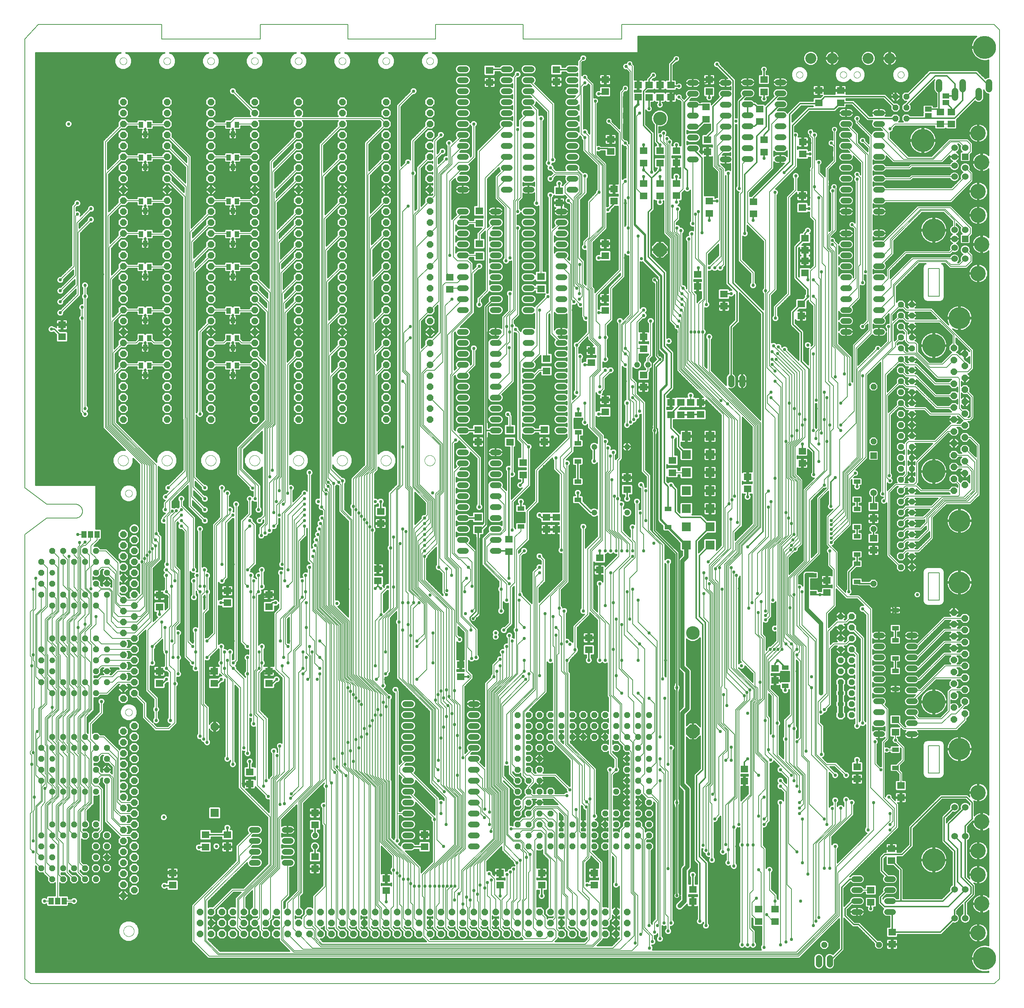
<source format=gbl>
G75*
%MOIN*%
%OFA0B0*%
%FSLAX25Y25*%
%IPPOS*%
%LPD*%
%AMOC8*
5,1,8,0,0,1.08239X$1,22.5*
%
%ADD10C,0.00600*%
%ADD11C,0.00000*%
%ADD12OC8,0.06000*%
%ADD13R,0.03937X0.05512*%
%ADD14R,0.07098X0.06299*%
%ADD15C,0.06000*%
%ADD16C,0.05200*%
%ADD17OC8,0.05200*%
%ADD18C,0.05200*%
%ADD19R,0.07087X0.06299*%
%ADD20OC8,0.05600*%
%ADD21R,0.06299X0.03937*%
%ADD22C,0.07677*%
%ADD23R,0.07677X0.07677*%
%ADD24C,0.20000*%
%ADD25R,0.05937X0.05937*%
%ADD26C,0.05937*%
%ADD27R,0.08268X0.08268*%
%ADD28C,0.12400*%
%ADD29OC8,0.12400*%
%ADD30C,0.10000*%
%ADD31C,0.05600*%
%ADD32C,0.21000*%
%ADD33R,0.06300X0.04600*%
%ADD34C,0.05937*%
%ADD35R,0.04600X0.06300*%
%ADD36C,0.14000*%
%ADD37R,0.06000X0.06000*%
%ADD38C,0.02978*%
%ADD39C,0.01200*%
%ADD40C,0.02000*%
%ADD41C,0.04159*%
%ADD42C,0.04000*%
D10*
X0004700Y0005800D02*
X0010200Y0001300D01*
X0890200Y0001300D01*
X0894700Y0005800D01*
X0894700Y0872800D01*
X0889700Y0877800D01*
X0549700Y0877800D01*
X0549700Y0864300D01*
X0459700Y0864300D01*
X0459700Y0877800D01*
X0379700Y0877800D01*
X0379700Y0864300D01*
X0299700Y0864300D01*
X0299700Y0877800D01*
X0219700Y0877800D01*
X0219700Y0864300D01*
X0129700Y0864300D01*
X0129700Y0877800D01*
X0017200Y0877800D01*
X0004700Y0864300D01*
X0004700Y0454300D01*
X0024700Y0439300D01*
X0051700Y0439300D01*
X0051856Y0439286D01*
X0052012Y0439267D01*
X0052168Y0439245D01*
X0052323Y0439219D01*
X0052477Y0439189D01*
X0052631Y0439155D01*
X0052783Y0439117D01*
X0052935Y0439075D01*
X0053085Y0439030D01*
X0053234Y0438981D01*
X0053382Y0438928D01*
X0053529Y0438871D01*
X0053674Y0438811D01*
X0053817Y0438748D01*
X0053959Y0438680D01*
X0054100Y0438609D01*
X0054238Y0438535D01*
X0054374Y0438457D01*
X0054509Y0438376D01*
X0054641Y0438291D01*
X0054772Y0438203D01*
X0054900Y0438112D01*
X0055025Y0438018D01*
X0055149Y0437921D01*
X0055269Y0437820D01*
X0055388Y0437717D01*
X0055503Y0437610D01*
X0055616Y0437501D01*
X0055726Y0437389D01*
X0055834Y0437274D01*
X0055938Y0437157D01*
X0056039Y0437037D01*
X0056138Y0436914D01*
X0056233Y0436789D01*
X0056325Y0436662D01*
X0056414Y0436532D01*
X0056500Y0436401D01*
X0056582Y0436267D01*
X0056661Y0436131D01*
X0056736Y0435993D01*
X0056808Y0435854D01*
X0056877Y0435712D01*
X0056942Y0435569D01*
X0057003Y0435425D01*
X0057061Y0435278D01*
X0057115Y0435131D01*
X0057165Y0434982D01*
X0057211Y0434832D01*
X0057254Y0434681D01*
X0057293Y0434529D01*
X0057328Y0434375D01*
X0057360Y0434221D01*
X0057387Y0434067D01*
X0057411Y0433911D01*
X0057430Y0433756D01*
X0057446Y0433599D01*
X0057458Y0433443D01*
X0057466Y0433286D01*
X0057470Y0433129D01*
X0057470Y0432971D01*
X0057466Y0432814D01*
X0057458Y0432657D01*
X0057446Y0432501D01*
X0057430Y0432344D01*
X0057411Y0432189D01*
X0057387Y0432033D01*
X0057360Y0431879D01*
X0057328Y0431725D01*
X0057293Y0431571D01*
X0057254Y0431419D01*
X0057211Y0431268D01*
X0057165Y0431118D01*
X0057115Y0430969D01*
X0057061Y0430822D01*
X0057003Y0430675D01*
X0056942Y0430531D01*
X0056877Y0430388D01*
X0056808Y0430246D01*
X0056736Y0430107D01*
X0056661Y0429969D01*
X0056582Y0429833D01*
X0056500Y0429699D01*
X0056414Y0429568D01*
X0056325Y0429438D01*
X0056233Y0429311D01*
X0056138Y0429186D01*
X0056039Y0429063D01*
X0055938Y0428943D01*
X0055834Y0428826D01*
X0055726Y0428711D01*
X0055616Y0428599D01*
X0055503Y0428490D01*
X0055388Y0428383D01*
X0055269Y0428280D01*
X0055149Y0428179D01*
X0055025Y0428082D01*
X0054900Y0427988D01*
X0054772Y0427897D01*
X0054641Y0427809D01*
X0054509Y0427724D01*
X0054374Y0427643D01*
X0054238Y0427565D01*
X0054100Y0427491D01*
X0053959Y0427420D01*
X0053817Y0427352D01*
X0053674Y0427289D01*
X0053529Y0427229D01*
X0053382Y0427172D01*
X0053234Y0427119D01*
X0053085Y0427070D01*
X0052935Y0427025D01*
X0052783Y0426983D01*
X0052631Y0426945D01*
X0052477Y0426911D01*
X0052323Y0426881D01*
X0052168Y0426855D01*
X0052012Y0426833D01*
X0051856Y0426814D01*
X0051700Y0426800D01*
X0024700Y0426800D01*
X0004700Y0411800D01*
X0004700Y0005800D01*
X0022700Y0076800D02*
X0028700Y0076800D01*
X0034700Y0076800D02*
X0034700Y0128406D01*
X0029700Y0133406D01*
X0029700Y0136800D01*
X0029700Y0139300D01*
X0025900Y0143100D01*
X0025900Y0164000D01*
X0034700Y0172800D01*
X0034700Y0180103D01*
X0033500Y0181303D01*
X0033500Y0209500D01*
X0029700Y0213300D01*
X0029700Y0216800D01*
X0029700Y0220300D01*
X0025900Y0224100D01*
X0025900Y0243000D01*
X0034700Y0251800D01*
X0034700Y0270906D01*
X0033500Y0272106D01*
X0033500Y0299500D01*
X0029700Y0303300D01*
X0029700Y0306800D01*
X0029700Y0311103D01*
X0025900Y0314903D01*
X0025900Y0333000D01*
X0034700Y0341800D01*
X0034700Y0381800D01*
X0029700Y0386800D01*
X0025400Y0381100D02*
X0025400Y0345803D01*
X0019700Y0340103D01*
X0019700Y0306800D01*
X0019700Y0304100D01*
X0023500Y0300300D01*
X0023500Y0281500D01*
X0024700Y0280300D01*
X0024700Y0256800D01*
X0019700Y0251800D01*
X0019700Y0216800D01*
X0023500Y0213000D01*
X0023500Y0193306D01*
X0024700Y0192106D01*
X0024700Y0181211D01*
X0023289Y0179800D01*
X0023289Y0166935D01*
X0021154Y0164800D01*
X0021154Y0164346D01*
X0019700Y0162891D01*
X0019700Y0136800D01*
X0012311Y0131800D02*
X0012311Y0158800D01*
X0013500Y0159989D01*
X0013500Y0171800D01*
X0013500Y0211111D01*
X0012311Y0212300D01*
X0012311Y0252111D01*
X0013500Y0253300D01*
X0013500Y0295611D01*
X0012311Y0296800D01*
X0012311Y0301800D01*
X0012311Y0341800D01*
X0014700Y0344189D01*
X0014700Y0371800D01*
X0019700Y0366800D02*
X0024200Y0362300D01*
X0024200Y0346300D01*
X0015900Y0338000D01*
X0015900Y0290600D01*
X0019700Y0286800D01*
X0019700Y0283600D01*
X0023500Y0279800D01*
X0023500Y0257297D01*
X0018500Y0252297D01*
X0018500Y0227400D01*
X0015900Y0224800D01*
X0015900Y0200600D01*
X0019700Y0196800D01*
X0019700Y0193800D01*
X0023500Y0190000D01*
X0023500Y0183800D01*
X0020900Y0181200D01*
X0020900Y0168000D01*
X0015900Y0163000D01*
X0015900Y0120600D01*
X0019700Y0116800D01*
X0014700Y0111800D02*
X0014700Y0163497D01*
X0019700Y0168497D01*
X0019700Y0186800D01*
X0014700Y0191800D01*
X0014700Y0230389D01*
X0016111Y0231800D01*
X0017300Y0232989D01*
X0017300Y0252794D01*
X0019700Y0255194D01*
X0019700Y0276800D01*
X0014700Y0281800D01*
X0014700Y0338497D01*
X0019700Y0343497D01*
X0019700Y0356800D01*
X0012311Y0361800D02*
X0012311Y0343497D01*
X0009922Y0341108D01*
X0009922Y0300810D01*
X0011111Y0299621D01*
X0011111Y0291800D01*
X0011111Y0214479D01*
X0009922Y0213290D01*
X0009922Y0211310D01*
X0011111Y0210121D01*
X0011111Y0201800D01*
X0011111Y0158211D01*
X0009700Y0156800D01*
X0009700Y0124411D01*
X0012311Y0121800D01*
X0014700Y0111800D02*
X0019700Y0106800D01*
X0023500Y0103000D02*
X0023500Y0164994D01*
X0029700Y0171194D01*
X0029700Y0176800D01*
X0029700Y0181600D01*
X0025900Y0185400D01*
X0025900Y0192603D01*
X0024700Y0193803D01*
X0024700Y0218406D01*
X0023500Y0219606D01*
X0023500Y0243994D01*
X0029700Y0250194D01*
X0029700Y0253800D01*
X0029700Y0266800D01*
X0025900Y0270600D01*
X0025900Y0280797D01*
X0024700Y0281997D01*
X0024700Y0300797D01*
X0023500Y0301997D01*
X0023500Y0333994D01*
X0029700Y0340194D01*
X0029700Y0346800D01*
X0033500Y0342297D02*
X0033500Y0353000D01*
X0029700Y0356800D01*
X0039700Y0356800D02*
X0043500Y0353000D01*
X0043500Y0341297D01*
X0034700Y0332497D01*
X0034700Y0313103D01*
X0035900Y0311903D01*
X0035900Y0302491D01*
X0037100Y0301291D01*
X0037100Y0279400D01*
X0039700Y0276800D01*
X0039700Y0273406D01*
X0043500Y0269606D01*
X0043500Y0252297D01*
X0034700Y0243497D01*
X0034700Y0223000D01*
X0035900Y0221800D01*
X0035900Y0212297D01*
X0039700Y0208497D01*
X0039700Y0186800D01*
X0039700Y0183406D01*
X0043500Y0179606D01*
X0043500Y0172297D01*
X0034700Y0163497D01*
X0034700Y0134300D01*
X0039700Y0129300D01*
X0039700Y0106800D01*
X0043500Y0103000D02*
X0043500Y0160994D01*
X0049700Y0167194D01*
X0049700Y0176800D01*
X0049700Y0178800D01*
X0045900Y0182600D01*
X0045900Y0212103D01*
X0044700Y0213303D01*
X0044700Y0220103D01*
X0043500Y0221303D01*
X0043500Y0244600D01*
X0049700Y0250800D01*
X0049700Y0266800D01*
X0049700Y0270800D01*
X0045900Y0274600D01*
X0045900Y0301603D01*
X0044700Y0302803D01*
X0044700Y0311603D01*
X0043500Y0312803D01*
X0043500Y0332297D01*
X0049700Y0338497D01*
X0049700Y0346800D01*
X0053500Y0348800D02*
X0049700Y0352600D01*
X0049700Y0356800D01*
X0049700Y0358694D01*
X0045200Y0363194D01*
X0045200Y0391800D01*
X0043700Y0388800D02*
X0043700Y0362997D01*
X0045900Y0360797D01*
X0045900Y0340303D01*
X0039700Y0334103D01*
X0039700Y0316800D01*
X0039700Y0313300D01*
X0043500Y0309500D01*
X0043500Y0302306D01*
X0044700Y0301106D01*
X0044700Y0271800D01*
X0045900Y0270600D01*
X0045900Y0251303D01*
X0039700Y0245103D01*
X0039700Y0226800D01*
X0039700Y0222300D01*
X0043500Y0218500D01*
X0043500Y0212800D01*
X0044700Y0211600D01*
X0044700Y0181800D01*
X0045900Y0180600D01*
X0045900Y0171303D01*
X0039700Y0165103D01*
X0039700Y0146800D01*
X0035900Y0140600D02*
X0035900Y0163000D01*
X0044700Y0171800D01*
X0044700Y0180103D01*
X0043500Y0181303D01*
X0043500Y0209000D01*
X0039700Y0212800D01*
X0039700Y0216800D01*
X0039700Y0220603D01*
X0035900Y0224403D01*
X0035900Y0243000D01*
X0044700Y0251800D01*
X0044700Y0270103D01*
X0043500Y0271303D01*
X0043500Y0299500D01*
X0039700Y0303300D01*
X0039700Y0306800D01*
X0039700Y0309800D01*
X0035900Y0313600D01*
X0035900Y0332000D01*
X0044700Y0340800D01*
X0044700Y0360300D01*
X0039700Y0365300D01*
X0039700Y0386800D01*
X0043700Y0388800D02*
X0039700Y0392800D01*
X0039700Y0396800D01*
X0035900Y0390600D02*
X0035900Y0341303D01*
X0029700Y0335103D01*
X0029700Y0316800D01*
X0029700Y0312800D01*
X0033500Y0309000D01*
X0033500Y0301497D01*
X0034700Y0300297D01*
X0034700Y0272603D01*
X0035900Y0271403D01*
X0035900Y0251303D01*
X0029700Y0245103D01*
X0029700Y0226800D01*
X0029700Y0223800D01*
X0033500Y0220000D01*
X0033500Y0211303D01*
X0034700Y0210103D01*
X0034700Y0181800D01*
X0035900Y0180600D01*
X0035900Y0172303D01*
X0029700Y0166103D01*
X0029700Y0146800D01*
X0035900Y0140600D02*
X0039700Y0136800D01*
X0035900Y0131403D02*
X0035900Y0100600D01*
X0039700Y0096800D01*
X0043500Y0103000D02*
X0049700Y0096800D01*
X0053500Y0103000D02*
X0059700Y0096800D01*
X0053500Y0103000D02*
X0053500Y0158994D01*
X0059700Y0165194D01*
X0059700Y0176800D01*
X0059700Y0180000D01*
X0055900Y0183800D01*
X0055900Y0211103D01*
X0054700Y0212303D01*
X0054700Y0222106D01*
X0053500Y0223306D01*
X0053500Y0244600D01*
X0059700Y0250800D01*
X0059700Y0266800D01*
X0059700Y0271000D01*
X0055900Y0274800D01*
X0055900Y0300403D01*
X0054700Y0301603D01*
X0054700Y0312606D01*
X0053500Y0313806D01*
X0053500Y0326800D01*
X0053500Y0332100D01*
X0059700Y0338300D01*
X0059700Y0346800D01*
X0059700Y0349300D01*
X0055900Y0353100D01*
X0055900Y0360794D01*
X0054700Y0361994D01*
X0054700Y0389797D01*
X0053500Y0390997D01*
X0053500Y0400297D01*
X0054700Y0401497D01*
X0054700Y0404300D01*
X0058397Y0401800D02*
X0055900Y0399303D01*
X0055900Y0393600D01*
X0059700Y0389800D01*
X0059700Y0386800D01*
X0059700Y0362300D01*
X0064700Y0357300D01*
X0064700Y0329603D01*
X0055900Y0320803D01*
X0055900Y0314800D01*
X0059700Y0311000D01*
X0059700Y0306800D01*
X0059700Y0299997D01*
X0064700Y0294997D01*
X0064700Y0252406D01*
X0055900Y0243606D01*
X0055900Y0224300D01*
X0059700Y0220500D01*
X0059700Y0216800D01*
X0059700Y0210697D01*
X0063500Y0206897D01*
X0063500Y0181497D01*
X0064700Y0180297D01*
X0064700Y0166800D01*
X0055900Y0158000D01*
X0055900Y0140600D01*
X0059700Y0136800D01*
X0059700Y0146800D02*
X0059700Y0160103D01*
X0065900Y0166303D01*
X0065900Y0180794D01*
X0064700Y0181994D01*
X0064700Y0221800D01*
X0059700Y0226800D01*
X0059700Y0245709D01*
X0065900Y0251909D01*
X0065900Y0310600D01*
X0059700Y0316800D01*
X0059700Y0322603D01*
X0065900Y0328803D01*
X0065900Y0357797D01*
X0060900Y0362797D01*
X0060900Y0378500D01*
X0063700Y0381300D01*
X0063700Y0392800D01*
X0059700Y0396800D01*
X0060200Y0401800D02*
X0058397Y0401800D01*
X0060200Y0401800D02*
X0064700Y0406300D01*
X0064700Y0411800D01*
X0058700Y0411800D02*
X0053200Y0411800D01*
X0059700Y0404800D02*
X0054700Y0399800D01*
X0054700Y0391494D01*
X0055900Y0390294D01*
X0055900Y0362491D01*
X0059700Y0358691D01*
X0059700Y0356800D01*
X0063500Y0353000D01*
X0063500Y0339300D01*
X0059700Y0335500D01*
X0059700Y0329800D01*
X0059700Y0326300D01*
X0054700Y0321300D01*
X0054700Y0314303D01*
X0055900Y0313103D01*
X0055900Y0302100D01*
X0059700Y0298300D01*
X0059700Y0276800D01*
X0063500Y0273000D01*
X0063500Y0252903D01*
X0054700Y0244103D01*
X0054700Y0223803D01*
X0055900Y0222603D01*
X0055900Y0212800D01*
X0059700Y0209000D01*
X0059700Y0186800D01*
X0059700Y0183600D01*
X0063500Y0179800D01*
X0063500Y0167297D01*
X0054700Y0158497D01*
X0054700Y0111800D01*
X0059700Y0106800D01*
X0049700Y0106800D02*
X0044700Y0111800D01*
X0044700Y0160497D01*
X0053500Y0169297D01*
X0053500Y0179500D01*
X0049700Y0183300D01*
X0049700Y0186800D01*
X0049700Y0210000D01*
X0045900Y0213800D01*
X0045900Y0220600D01*
X0044700Y0221800D01*
X0044700Y0244103D01*
X0053500Y0252903D01*
X0053500Y0271303D01*
X0049700Y0275103D01*
X0049700Y0276800D01*
X0049700Y0299500D01*
X0045900Y0303300D01*
X0045900Y0312100D01*
X0044700Y0313300D01*
X0044700Y0331800D01*
X0053500Y0340600D01*
X0053500Y0348800D01*
X0054700Y0349297D02*
X0054700Y0340103D01*
X0045900Y0331303D01*
X0045900Y0313800D01*
X0049700Y0310000D01*
X0049700Y0306800D01*
X0049700Y0303209D01*
X0053500Y0299409D01*
X0053500Y0273000D01*
X0054700Y0271800D01*
X0054700Y0252406D01*
X0045900Y0243606D01*
X0045900Y0222297D01*
X0049700Y0218497D01*
X0049700Y0216800D01*
X0049700Y0212800D01*
X0053500Y0209000D01*
X0053500Y0181197D01*
X0054700Y0179997D01*
X0054700Y0168800D01*
X0045900Y0160000D01*
X0045900Y0140600D01*
X0049700Y0136800D01*
X0049700Y0146800D02*
X0049700Y0162103D01*
X0055900Y0168303D01*
X0055900Y0180494D01*
X0054700Y0181694D01*
X0054700Y0210606D01*
X0053500Y0211806D01*
X0053500Y0221609D01*
X0049700Y0225409D01*
X0049700Y0226800D01*
X0049700Y0245709D01*
X0055900Y0251909D01*
X0055900Y0272297D01*
X0054700Y0273497D01*
X0054700Y0299906D01*
X0053500Y0301106D01*
X0053500Y0312109D01*
X0049700Y0315909D01*
X0049700Y0316800D01*
X0049700Y0333406D01*
X0055900Y0339606D01*
X0055900Y0349794D01*
X0054700Y0350994D01*
X0054700Y0360297D01*
X0053500Y0361497D01*
X0053500Y0389300D01*
X0049700Y0393100D01*
X0049700Y0396800D01*
X0049700Y0386800D02*
X0049700Y0363600D01*
X0053500Y0359800D01*
X0053500Y0350497D01*
X0054700Y0349297D01*
X0039700Y0346800D02*
X0039700Y0339194D01*
X0033500Y0332994D01*
X0033500Y0312606D01*
X0034700Y0311406D01*
X0034700Y0301994D01*
X0035900Y0300794D01*
X0035900Y0273100D01*
X0039700Y0269300D01*
X0039700Y0266800D01*
X0039700Y0250194D01*
X0033500Y0243994D01*
X0033500Y0222503D01*
X0034700Y0221303D01*
X0034700Y0211800D01*
X0035900Y0210600D01*
X0035900Y0183600D01*
X0039700Y0179800D01*
X0039700Y0176800D01*
X0039700Y0170194D01*
X0033500Y0163994D01*
X0033500Y0133803D01*
X0035900Y0131403D01*
X0024700Y0111800D02*
X0024700Y0164497D01*
X0033500Y0173297D01*
X0033500Y0179500D01*
X0029700Y0183300D01*
X0029700Y0186800D01*
X0029700Y0190500D01*
X0025900Y0194300D01*
X0025900Y0218903D01*
X0024700Y0220103D01*
X0024700Y0243497D01*
X0033500Y0252297D01*
X0033500Y0269500D01*
X0032950Y0270050D01*
X0029700Y0273300D01*
X0029700Y0276800D01*
X0029700Y0279800D01*
X0025900Y0283600D01*
X0025900Y0301294D01*
X0024700Y0302494D01*
X0024700Y0333497D01*
X0033500Y0342297D01*
X0064700Y0324800D02*
X0064700Y0314300D01*
X0069700Y0309300D01*
X0069700Y0306800D01*
X0074700Y0301800D02*
X0069700Y0296800D01*
X0074700Y0291800D02*
X0069700Y0286800D01*
X0074700Y0281800D02*
X0069700Y0276800D01*
X0074700Y0281800D02*
X0084700Y0281800D01*
X0089700Y0286800D01*
X0104700Y0286800D01*
X0104700Y0276800D02*
X0089700Y0276800D01*
X0079700Y0266800D01*
X0069700Y0266800D01*
X0074700Y0259189D02*
X0074700Y0248800D01*
X0064700Y0238800D01*
X0064700Y0224800D01*
X0069700Y0219800D01*
X0069700Y0216800D01*
X0065900Y0213000D01*
X0065900Y0184300D01*
X0068400Y0181800D01*
X0071700Y0181800D01*
X0074700Y0178800D01*
X0074700Y0141800D01*
X0069700Y0136800D01*
X0079700Y0149800D02*
X0092700Y0136800D01*
X0104700Y0136800D01*
X0104700Y0146800D02*
X0091397Y0146800D01*
X0085400Y0152797D01*
X0085400Y0189297D01*
X0082197Y0192500D01*
X0074000Y0192500D01*
X0069700Y0196800D01*
X0074200Y0191300D02*
X0081700Y0191300D01*
X0084200Y0188800D01*
X0084200Y0152300D01*
X0094700Y0141800D01*
X0094700Y0151800D02*
X0086600Y0159900D01*
X0086600Y0199900D01*
X0079700Y0206800D01*
X0081200Y0211800D02*
X0087800Y0205200D01*
X0087800Y0160700D01*
X0091700Y0156800D01*
X0104700Y0156800D01*
X0104700Y0166800D02*
X0093200Y0166800D01*
X0090200Y0169800D01*
X0090200Y0213300D01*
X0076700Y0226800D01*
X0069700Y0226800D01*
X0079700Y0216800D02*
X0089000Y0207500D01*
X0089000Y0167500D01*
X0094700Y0161800D01*
X0079700Y0149800D02*
X0079700Y0186800D01*
X0074200Y0191300D02*
X0069700Y0186800D01*
X0069700Y0206800D02*
X0074700Y0211800D01*
X0081200Y0211800D01*
X0114200Y0244800D02*
X0124700Y0234300D01*
X0136200Y0234300D01*
X0141700Y0239800D01*
X0141700Y0275300D01*
X0141700Y0287300D01*
X0136811Y0292189D01*
X0136811Y0326800D01*
X0138700Y0328689D01*
X0138700Y0364300D01*
X0138700Y0374800D01*
X0134200Y0379300D01*
X0138200Y0380080D02*
X0138200Y0428300D01*
X0143200Y0433300D01*
X0139622Y0433101D02*
X0134700Y0428179D01*
X0134700Y0384300D01*
X0138200Y0380080D02*
X0141700Y0376580D01*
X0141700Y0369300D01*
X0144143Y0375834D02*
X0144143Y0331940D01*
X0139200Y0326997D01*
X0139200Y0314300D01*
X0141700Y0312421D02*
X0140200Y0310921D01*
X0140200Y0299300D01*
X0144700Y0299300D02*
X0144700Y0284300D01*
X0137700Y0285800D02*
X0134200Y0289300D01*
X0134200Y0304300D01*
X0132700Y0305800D01*
X0132700Y0326800D01*
X0129700Y0331800D02*
X0129700Y0317800D01*
X0121200Y0309300D01*
X0121200Y0294300D01*
X0137700Y0285800D02*
X0137700Y0241800D01*
X0124700Y0241800D02*
X0124700Y0251800D01*
X0124700Y0261800D01*
X0117200Y0269300D01*
X0117200Y0324300D01*
X0137089Y0344189D01*
X0137089Y0356411D01*
X0134200Y0359300D01*
X0134200Y0374300D01*
X0140200Y0379778D02*
X0140200Y0426800D01*
X0147700Y0434300D01*
X0147700Y0437679D02*
X0158700Y0426679D01*
X0158700Y0379300D01*
X0162200Y0374300D02*
X0162200Y0361800D01*
X0164700Y0359300D01*
X0164700Y0227300D01*
X0168200Y0224800D02*
X0168200Y0254603D01*
X0166200Y0256603D01*
X0166200Y0356300D01*
X0168700Y0358800D01*
X0168700Y0364300D01*
X0168700Y0379300D01*
X0171200Y0374300D02*
X0171200Y0359300D01*
X0171200Y0343300D01*
X0167700Y0339800D01*
X0167700Y0256800D01*
X0171200Y0253300D01*
X0171200Y0221800D01*
X0189700Y0206800D02*
X0189700Y0280300D01*
X0184200Y0285800D01*
X0184200Y0294300D01*
X0184200Y0309300D01*
X0179700Y0307800D02*
X0179700Y0419800D01*
X0189700Y0429800D01*
X0189700Y0449300D01*
X0184700Y0454300D02*
X0184700Y0426800D01*
X0178200Y0420300D01*
X0178200Y0321300D01*
X0171200Y0314300D01*
X0179700Y0307800D02*
X0171200Y0299300D01*
X0160700Y0304300D02*
X0160700Y0289300D01*
X0158200Y0294300D02*
X0152200Y0300300D01*
X0152200Y0414800D01*
X0147700Y0419300D01*
X0147700Y0424300D02*
X0153700Y0418300D01*
X0153700Y0313800D01*
X0158200Y0309300D01*
X0160700Y0304300D02*
X0160700Y0324300D01*
X0144700Y0321800D02*
X0144700Y0299300D01*
X0141700Y0312421D02*
X0141700Y0327800D01*
X0145343Y0331443D01*
X0145343Y0378657D01*
X0141700Y0382300D01*
X0141700Y0423300D01*
X0147700Y0429300D01*
X0147700Y0437679D02*
X0147700Y0444300D01*
X0157100Y0446400D02*
X0157100Y0679200D01*
X0174700Y0696800D01*
X0174700Y0686800D02*
X0190291Y0686800D01*
X0190960Y0686131D01*
X0198440Y0686131D02*
X0199109Y0686800D01*
X0214700Y0686800D01*
X0235100Y0687200D02*
X0235100Y0465732D01*
X0228100Y0458732D01*
X0228100Y0415300D01*
X0224200Y0413000D02*
X0224200Y0419450D01*
X0226050Y0421300D01*
X0226050Y0508256D01*
X0231100Y0513306D01*
X0231100Y0743200D01*
X0254700Y0766800D01*
X0254700Y0776800D02*
X0229900Y0752000D01*
X0229900Y0513803D01*
X0224850Y0508753D01*
X0224850Y0421800D01*
X0220700Y0417650D01*
X0220700Y0410611D01*
X0214200Y0420300D02*
X0214200Y0385300D01*
X0208200Y0379300D01*
X0211200Y0374300D02*
X0211200Y0359300D01*
X0211200Y0246800D01*
X0214900Y0247100D02*
X0217200Y0244800D01*
X0217200Y0182300D01*
X0227200Y0172300D01*
X0222700Y0181800D02*
X0222700Y0241800D01*
X0216200Y0248300D01*
X0216200Y0286800D01*
X0218700Y0289300D01*
X0218700Y0304300D01*
X0221200Y0309300D02*
X0221200Y0294300D01*
X0221089Y0294189D01*
X0221089Y0288310D01*
X0218300Y0285521D01*
X0218300Y0250094D01*
X0225200Y0243194D01*
X0225200Y0186800D01*
X0229950Y0188550D02*
X0229950Y0109641D01*
X0199000Y0078691D01*
X0199000Y0052500D01*
X0204700Y0046800D01*
X0204700Y0056800D02*
X0200200Y0061300D01*
X0200200Y0078194D01*
X0231346Y0109340D01*
X0231346Y0188249D01*
X0235222Y0192125D01*
X0235222Y0209581D01*
X0232200Y0213800D02*
X0232200Y0190800D01*
X0229950Y0188550D01*
X0232546Y0187751D02*
X0237611Y0192817D01*
X0237611Y0218449D01*
X0250200Y0198785D02*
X0237889Y0186474D01*
X0237889Y0164989D01*
X0241700Y0165800D02*
X0241700Y0188088D01*
X0251400Y0197788D01*
X0251400Y0305000D01*
X0257100Y0310700D01*
X0257100Y0349200D01*
X0261200Y0353300D01*
X0261200Y0359300D01*
X0261200Y0374300D01*
X0258200Y0369300D02*
X0258200Y0354300D01*
X0255900Y0352000D01*
X0255900Y0311500D01*
X0250200Y0305800D01*
X0250200Y0198785D01*
X0246000Y0196509D02*
X0246000Y0280500D01*
X0239700Y0286800D01*
X0239700Y0291800D01*
X0245200Y0294300D02*
X0245200Y0302300D01*
X0248200Y0305300D01*
X0248200Y0339103D01*
X0254700Y0345603D01*
X0254700Y0405800D01*
X0260200Y0411300D01*
X0260200Y0419300D01*
X0260200Y0424300D02*
X0253500Y0417600D01*
X0253500Y0346100D01*
X0242700Y0335300D01*
X0242700Y0311800D01*
X0245200Y0309300D01*
X0238200Y0314300D02*
X0238200Y0334300D01*
X0250700Y0346800D01*
X0250700Y0424800D01*
X0260200Y0434300D01*
X0260200Y0439300D02*
X0249200Y0428300D01*
X0249200Y0396800D01*
X0249200Y0394800D01*
X0249200Y0368800D01*
X0244700Y0364300D01*
X0242200Y0369300D02*
X0242200Y0431300D01*
X0260200Y0449300D01*
X0260200Y0444300D02*
X0245200Y0429300D01*
X0245200Y0379300D01*
X0238700Y0376800D02*
X0238700Y0343800D01*
X0234200Y0339300D01*
X0234200Y0288800D01*
X0241700Y0281300D01*
X0241700Y0195209D01*
X0233746Y0187254D01*
X0233746Y0108346D01*
X0214700Y0089300D01*
X0214700Y0066800D01*
X0219200Y0061300D02*
X0219200Y0091800D01*
X0234996Y0107596D01*
X0234996Y0185504D01*
X0246000Y0196509D01*
X0232546Y0187751D02*
X0232546Y0108843D01*
X0204700Y0080997D01*
X0204700Y0066800D01*
X0214700Y0056800D02*
X0219200Y0061300D01*
X0224700Y0056800D02*
X0229200Y0061300D01*
X0229200Y0098406D01*
X0237396Y0106601D01*
X0237396Y0151800D01*
X0267200Y0181604D01*
X0267200Y0304300D01*
X0264700Y0301997D02*
X0265900Y0300797D01*
X0265900Y0182001D01*
X0236196Y0152297D01*
X0236196Y0107099D01*
X0220700Y0091603D01*
X0220700Y0050800D01*
X0224700Y0046800D01*
X0239200Y0041300D02*
X0250400Y0030100D01*
X0709500Y0030100D01*
X0744700Y0065300D01*
X0744700Y0126800D01*
X0739700Y0136300D02*
X0759700Y0156300D01*
X0759700Y0166800D01*
X0754700Y0169300D02*
X0754700Y0152997D01*
X0734700Y0132997D01*
X0734700Y0106800D01*
X0739700Y0106800D02*
X0739700Y0136300D01*
X0742200Y0145997D02*
X0724700Y0128497D01*
X0724700Y0054300D01*
X0727200Y0058300D02*
X0727200Y0079300D01*
X0727200Y0081800D01*
X0727200Y0129300D01*
X0744700Y0146800D01*
X0744700Y0168800D01*
X0742200Y0161300D02*
X0742200Y0145997D01*
X0737200Y0146800D02*
X0737200Y0196300D01*
X0723200Y0210300D01*
X0723200Y0271800D01*
X0720200Y0274800D01*
X0720200Y0317800D01*
X0709700Y0328300D01*
X0709700Y0374512D01*
X0729700Y0394512D01*
X0729700Y0444800D01*
X0738200Y0453300D01*
X0738200Y0463603D01*
X0740900Y0466303D01*
X0740900Y0506000D01*
X0743200Y0508300D01*
X0743200Y0547300D01*
X0738700Y0551800D01*
X0738700Y0670209D01*
X0734200Y0674709D01*
X0734200Y0737300D01*
X0729700Y0741800D01*
X0729700Y0751800D01*
X0724089Y0746800D02*
X0723311Y0746022D01*
X0723311Y0702189D01*
X0726700Y0698800D01*
X0726700Y0656800D01*
X0722200Y0652300D01*
X0722200Y0625300D01*
X0726211Y0621289D01*
X0726211Y0584311D01*
X0722200Y0580300D01*
X0722200Y0495300D01*
X0729700Y0487800D01*
X0729700Y0478300D01*
X0734700Y0469800D02*
X0717200Y0452300D01*
X0717200Y0387103D01*
X0702200Y0372103D01*
X0702200Y0356300D01*
X0703389Y0355111D01*
X0703389Y0344800D01*
X0703389Y0320505D01*
X0714200Y0309694D01*
X0714200Y0209300D01*
X0719700Y0203800D01*
X0719700Y0101300D01*
X0714700Y0111800D02*
X0714700Y0151800D01*
X0712200Y0156800D02*
X0717100Y0161700D01*
X0717100Y0192294D01*
X0709700Y0199694D01*
X0709700Y0222300D01*
X0713000Y0225600D01*
X0713000Y0296000D01*
X0709700Y0299300D01*
X0709700Y0301800D01*
X0712200Y0304300D01*
X0712200Y0309997D01*
X0701000Y0321197D01*
X0701000Y0391100D01*
X0708200Y0398300D01*
X0713300Y0403400D01*
X0713300Y0461100D01*
X0708100Y0466300D01*
X0708100Y0491639D01*
X0717200Y0500739D01*
X0717200Y0516800D01*
X0717200Y0562160D01*
X0698630Y0580730D01*
X0692941Y0583041D02*
X0714700Y0561281D01*
X0714700Y0511800D01*
X0714700Y0499936D01*
X0706900Y0492136D01*
X0706900Y0465803D01*
X0712100Y0460603D01*
X0712100Y0405700D01*
X0704200Y0397800D01*
X0699800Y0393400D01*
X0699800Y0320700D01*
X0709700Y0310800D01*
X0709700Y0306800D01*
X0707200Y0304300D01*
X0707200Y0234300D01*
X0707200Y0200497D01*
X0715900Y0191797D01*
X0715900Y0165500D01*
X0712200Y0161800D01*
X0712200Y0166800D02*
X0714700Y0169300D01*
X0714700Y0191300D01*
X0702700Y0203300D01*
X0702700Y0236800D01*
X0706000Y0240100D01*
X0706000Y0310500D01*
X0704700Y0311800D01*
X0698600Y0317900D01*
X0698600Y0395700D01*
X0704700Y0401800D01*
X0710900Y0408000D01*
X0710900Y0460106D01*
X0705700Y0465306D01*
X0705700Y0492633D01*
X0712200Y0499133D01*
X0712200Y0521800D01*
X0712200Y0560403D01*
X0688501Y0584101D01*
X0687089Y0578756D02*
X0707422Y0558423D01*
X0707422Y0526800D01*
X0707422Y0497749D01*
X0703300Y0493627D01*
X0703300Y0464312D01*
X0707200Y0460412D01*
X0707200Y0411800D01*
X0696200Y0400800D01*
X0696200Y0306689D01*
X0684500Y0294989D01*
X0684500Y0270300D01*
X0691700Y0263100D01*
X0691700Y0239386D01*
X0691786Y0239300D01*
X0691786Y0209790D01*
X0709700Y0191876D01*
X0709700Y0181800D01*
X0712200Y0176800D02*
X0712200Y0191497D01*
X0699700Y0203997D01*
X0699700Y0224800D01*
X0699700Y0241800D01*
X0704800Y0246900D01*
X0704800Y0306700D01*
X0699700Y0311800D01*
X0697400Y0314100D01*
X0697400Y0398000D01*
X0706200Y0406800D01*
X0709700Y0410300D01*
X0709700Y0459609D01*
X0704500Y0464809D01*
X0704500Y0493130D01*
X0709811Y0498441D01*
X0709811Y0506800D01*
X0709811Y0559413D01*
X0692062Y0577162D01*
X0690667Y0571800D02*
X0705033Y0557434D01*
X0705033Y0501800D01*
X0705033Y0497057D01*
X0702100Y0494124D01*
X0702100Y0463815D01*
X0704700Y0461215D01*
X0704700Y0421800D01*
X0704700Y0411723D01*
X0695000Y0402023D01*
X0695000Y0309067D01*
X0692622Y0306689D01*
X0683300Y0297367D01*
X0683300Y0269803D01*
X0688200Y0264903D01*
X0688200Y0227300D01*
X0688200Y0211679D01*
X0707200Y0192679D01*
X0707200Y0186800D01*
X0702200Y0189300D02*
X0702200Y0129300D01*
X0709700Y0121800D01*
X0729700Y0129694D02*
X0729700Y0061800D01*
X0745900Y0064500D02*
X0710300Y0028900D01*
X0182100Y0028900D01*
X0170200Y0040800D01*
X0170200Y0077300D01*
X0214700Y0121800D01*
X0214700Y0131800D02*
X0200900Y0118000D01*
X0200900Y0111800D01*
X0169000Y0079900D01*
X0169000Y0040303D01*
X0181603Y0027700D01*
X0710797Y0027700D01*
X0747100Y0064003D01*
X0747100Y0102579D01*
X0794700Y0150179D01*
X0794700Y0156800D01*
X0797500Y0160000D02*
X0797500Y0149600D01*
X0794700Y0146800D01*
X0798700Y0145800D02*
X0798700Y0161300D01*
X0788700Y0171300D01*
X0788700Y0221800D01*
X0792000Y0225100D01*
X0792000Y0252000D01*
X0784700Y0259300D01*
X0799700Y0242398D02*
X0807798Y0234300D01*
X0855200Y0234300D01*
X0863200Y0242300D01*
X0863200Y0248100D01*
X0863200Y0256300D02*
X0854700Y0247800D01*
X0850700Y0247800D01*
X0842200Y0239300D01*
X0814700Y0239300D01*
X0820700Y0243300D02*
X0814700Y0249300D01*
X0820700Y0243300D02*
X0841700Y0243300D01*
X0848700Y0250300D01*
X0848700Y0267900D01*
X0850700Y0269900D01*
X0863200Y0269900D01*
X0863200Y0259000D02*
X0863200Y0256300D01*
X0863200Y0280800D02*
X0836200Y0280800D01*
X0814700Y0259300D01*
X0814700Y0269300D02*
X0823003Y0269300D01*
X0845303Y0291600D01*
X0863200Y0291600D01*
X0863200Y0302500D02*
X0844700Y0302500D01*
X0821500Y0279300D01*
X0814700Y0279300D01*
X0814700Y0289300D02*
X0820700Y0289300D01*
X0844700Y0313300D01*
X0863200Y0313300D01*
X0863200Y0324300D02*
X0844700Y0324300D01*
X0819700Y0299300D01*
X0814700Y0299300D01*
X0814700Y0309300D02*
X0818900Y0309300D01*
X0844700Y0335100D01*
X0863200Y0335100D01*
X0839700Y0351800D02*
X0829700Y0351800D01*
X0829700Y0376800D01*
X0839700Y0376800D01*
X0839700Y0351800D01*
X0804700Y0381800D02*
X0793700Y0392800D01*
X0793700Y0450800D01*
X0800200Y0457300D01*
X0816700Y0457300D01*
X0819200Y0459800D01*
X0819200Y0477800D01*
X0847300Y0505900D01*
X0853200Y0505900D01*
X0850800Y0511400D02*
X0836200Y0496800D01*
X0811700Y0496800D01*
X0809700Y0494800D01*
X0809700Y0466800D01*
X0804700Y0461800D01*
X0809000Y0456100D02*
X0818700Y0456100D01*
X0823200Y0451600D01*
X0853200Y0451600D01*
X0857200Y0446800D02*
X0809700Y0446800D01*
X0804700Y0441800D01*
X0809700Y0436800D02*
X0804700Y0431800D01*
X0809700Y0426800D02*
X0825700Y0426800D01*
X0843300Y0444400D01*
X0863603Y0444400D01*
X0870700Y0451497D01*
X0870700Y0470300D01*
X0863200Y0477800D01*
X0863200Y0478800D01*
X0865800Y0484200D02*
X0853200Y0484200D01*
X0863200Y0489600D02*
X0863700Y0489600D01*
X0873700Y0479600D01*
X0873700Y0450300D01*
X0865400Y0442000D01*
X0844900Y0442000D01*
X0829700Y0426800D01*
X0829700Y0415800D01*
X0820700Y0406800D01*
X0809700Y0406800D01*
X0804700Y0401800D01*
X0809700Y0396800D02*
X0804700Y0391800D01*
X0809700Y0396800D02*
X0820700Y0396800D01*
X0832700Y0408800D01*
X0832700Y0427800D01*
X0845700Y0440800D01*
X0867700Y0440800D01*
X0875200Y0448300D01*
X0875200Y0493300D01*
X0868000Y0500500D01*
X0863200Y0500500D01*
X0865800Y0484200D02*
X0872200Y0477800D01*
X0872200Y0451300D01*
X0864100Y0443200D01*
X0843903Y0443200D01*
X0828500Y0427797D01*
X0828500Y0422600D01*
X0822700Y0416800D01*
X0809700Y0416800D01*
X0804700Y0411800D01*
X0804700Y0421800D02*
X0809700Y0426800D01*
X0809700Y0436800D02*
X0833200Y0436800D01*
X0842000Y0445600D01*
X0862000Y0445600D01*
X0869500Y0453100D01*
X0869500Y0469500D01*
X0865700Y0473300D01*
X0853200Y0473300D01*
X0853200Y0462500D02*
X0858200Y0457500D01*
X0858200Y0447800D01*
X0857200Y0446800D01*
X0809000Y0456100D02*
X0804700Y0451800D01*
X0794700Y0460800D02*
X0791700Y0463800D01*
X0791700Y0538800D01*
X0804700Y0551800D01*
X0809700Y0546800D01*
X0818200Y0546800D01*
X0837300Y0527700D01*
X0853200Y0527700D01*
X0858200Y0527200D02*
X0858200Y0553800D01*
X0856700Y0555300D01*
X0838500Y0555300D01*
X0817700Y0576100D01*
X0792500Y0576100D01*
X0788111Y0571711D01*
X0788111Y0448800D01*
X0790500Y0443600D02*
X0789200Y0442300D01*
X0790500Y0443600D02*
X0790500Y0557600D01*
X0804700Y0571800D01*
X0809700Y0566800D01*
X0818700Y0566800D01*
X0836100Y0549400D01*
X0853200Y0549400D01*
X0853200Y0538500D02*
X0836500Y0538500D01*
X0818200Y0556800D01*
X0809700Y0556800D01*
X0804700Y0561800D01*
X0809200Y0577300D02*
X0818197Y0577300D01*
X0831197Y0564300D01*
X0846400Y0564300D01*
X0853200Y0571100D01*
X0851450Y0576050D02*
X0842700Y0567300D01*
X0829894Y0567300D01*
X0819200Y0577994D01*
X0819200Y0585300D01*
X0817700Y0586800D01*
X0811700Y0586800D01*
X0809700Y0588800D01*
X0809700Y0596800D01*
X0804700Y0601800D01*
X0809700Y0606800D02*
X0804700Y0611800D01*
X0796900Y0604000D01*
X0796900Y0582197D01*
X0772700Y0557997D01*
X0772700Y0482300D01*
X0756500Y0466100D01*
X0756500Y0423660D01*
X0741170Y0408330D01*
X0741092Y0412300D02*
X0755300Y0426508D01*
X0755300Y0467400D01*
X0769700Y0481800D01*
X0769700Y0556800D01*
X0767311Y0559911D02*
X0795700Y0588300D01*
X0795700Y0612800D01*
X0804700Y0621800D01*
X0809700Y0616800D01*
X0832200Y0616800D01*
X0869200Y0579800D01*
X0869200Y0563800D01*
X0865700Y0560300D01*
X0853200Y0560300D01*
X0863200Y0565700D02*
X0863200Y0568800D01*
X0855950Y0576050D01*
X0851450Y0576050D01*
X0853200Y0582000D02*
X0853200Y0594103D01*
X0840503Y0606800D01*
X0809700Y0606800D01*
X0804700Y0591800D02*
X0799700Y0586800D01*
X0799700Y0583300D01*
X0792500Y0576100D01*
X0783700Y0581800D02*
X0764911Y0563011D01*
X0764911Y0482102D01*
X0751700Y0468891D01*
X0751700Y0435057D01*
X0741044Y0424401D01*
X0741122Y0420601D02*
X0752900Y0432379D01*
X0752900Y0468394D01*
X0766111Y0481605D01*
X0766111Y0560408D01*
X0793311Y0587608D01*
X0793311Y0601800D01*
X0784700Y0606800D02*
X0798900Y0621000D01*
X0798900Y0639000D01*
X0820914Y0661014D01*
X0845789Y0661014D01*
X0850003Y0656800D01*
X0864200Y0656800D01*
X0868700Y0661300D01*
X0868700Y0666450D01*
X0863450Y0671700D01*
X0863450Y0663600D02*
X0858150Y0658300D01*
X0850200Y0658300D01*
X0846286Y0662214D01*
X0820114Y0662214D01*
X0797700Y0639800D01*
X0797700Y0629800D01*
X0784700Y0616800D01*
X0784700Y0626800D02*
X0795700Y0637800D01*
X0795700Y0643800D01*
X0814200Y0662300D01*
X0815314Y0663414D01*
X0815500Y0663600D01*
X0853650Y0663600D01*
X0849350Y0669300D02*
X0809200Y0669300D01*
X0793200Y0653300D01*
X0793200Y0645300D01*
X0784700Y0636800D01*
X0769700Y0641800D02*
X0769700Y0751800D01*
X0754700Y0766800D01*
X0764200Y0768997D02*
X0764200Y0777300D01*
X0754700Y0786800D01*
X0754700Y0776800D02*
X0772311Y0759189D01*
X0772311Y0651800D01*
X0766000Y0656800D02*
X0767700Y0658500D01*
X0767700Y0737800D01*
X0764700Y0740800D01*
X0764700Y0736300D02*
X0764700Y0636800D01*
X0754700Y0626800D01*
X0754700Y0616800D02*
X0766000Y0628100D01*
X0766000Y0656800D01*
X0763500Y0645600D02*
X0754700Y0636800D01*
X0763500Y0645600D02*
X0763500Y0691500D01*
X0760200Y0694800D01*
X0744700Y0689800D02*
X0744700Y0728300D01*
X0743700Y0729300D01*
X0742311Y0725800D02*
X0742311Y0689108D01*
X0738500Y0685297D01*
X0738500Y0673803D01*
X0742600Y0669703D01*
X0742600Y0583809D01*
X0744700Y0581709D01*
X0744700Y0555800D01*
X0741400Y0555721D02*
X0747200Y0549921D01*
X0747200Y0509300D01*
X0749700Y0506800D01*
X0749700Y0511800D02*
X0762211Y0524311D01*
X0762211Y0584311D01*
X0776200Y0598300D01*
X0776200Y0765300D01*
X0769700Y0771800D01*
X0764200Y0768997D02*
X0774700Y0758497D01*
X0774700Y0606800D01*
X0769700Y0601800D01*
X0777400Y0595500D02*
X0777400Y0775600D01*
X0764700Y0788300D01*
X0764700Y0791800D01*
X0784700Y0786800D02*
X0793200Y0778300D01*
X0793200Y0773300D01*
X0810950Y0755550D01*
X0833647Y0755550D01*
X0849597Y0771500D01*
X0865000Y0771500D01*
X0868159Y0768341D01*
X0868159Y0761800D01*
X0868159Y0761609D01*
X0863450Y0756900D01*
X0863450Y0765000D02*
X0858150Y0770300D01*
X0850094Y0770300D01*
X0834144Y0754350D01*
X0807150Y0754350D01*
X0784700Y0776800D01*
X0784700Y0766800D02*
X0798350Y0753150D01*
X0841857Y0753150D01*
X0853650Y0764943D01*
X0853650Y0765000D01*
X0853650Y0748600D02*
X0814256Y0748600D01*
X0813578Y0747922D01*
X0812456Y0746800D01*
X0784700Y0746800D01*
X0784700Y0736800D02*
X0813086Y0736800D01*
X0813893Y0737607D01*
X0814700Y0738414D01*
X0814886Y0738600D01*
X0853650Y0738600D01*
X0863450Y0738600D02*
X0851650Y0726800D01*
X0849700Y0726800D01*
X0784700Y0726800D01*
X0784700Y0716800D02*
X0850200Y0716800D01*
X0868700Y0735300D01*
X0868700Y0741717D01*
X0863717Y0746700D01*
X0863450Y0746700D01*
X0849700Y0710300D02*
X0820700Y0710300D01*
X0787200Y0676800D01*
X0784700Y0676800D01*
X0784700Y0666800D02*
X0788700Y0666800D01*
X0795200Y0673300D01*
X0795200Y0681300D01*
X0822700Y0708800D01*
X0844700Y0708800D01*
X0845121Y0708800D01*
X0863450Y0690471D01*
X0863450Y0690000D01*
X0868200Y0691800D02*
X0849700Y0710300D01*
X0844624Y0707600D02*
X0853650Y0698574D01*
X0853650Y0690000D01*
X0863450Y0681900D02*
X0868200Y0686650D01*
X0868200Y0686800D01*
X0868200Y0691800D01*
X0853650Y0673600D02*
X0849350Y0669300D01*
X0839700Y0654800D02*
X0829700Y0654800D01*
X0829700Y0629300D01*
X0839700Y0629300D01*
X0839700Y0654800D01*
X0796400Y0668500D02*
X0784700Y0656800D01*
X0796400Y0668500D02*
X0796400Y0680803D01*
X0823197Y0707600D01*
X0844624Y0707600D01*
X0794700Y0782300D02*
X0799102Y0786702D01*
X0840700Y0786702D01*
X0850700Y0786702D01*
X0840700Y0797898D02*
X0838298Y0800300D01*
X0839531Y0800300D02*
X0839531Y0799068D01*
X0840700Y0797898D01*
X0744200Y0781800D02*
X0744200Y0766300D01*
X0744200Y0752800D01*
X0737300Y0745900D01*
X0737300Y0673306D01*
X0741400Y0669206D01*
X0741400Y0555721D01*
X0735700Y0551300D02*
X0739700Y0547300D01*
X0739700Y0511800D01*
X0739700Y0466800D01*
X0734700Y0461800D01*
X0734700Y0456800D01*
X0721200Y0443300D01*
X0721200Y0387709D01*
X0707289Y0373798D01*
X0707289Y0356800D01*
X0707289Y0319999D01*
X0718200Y0309088D01*
X0718200Y0213800D01*
X0715400Y0209800D02*
X0721200Y0204000D01*
X0721200Y0165300D01*
X0734700Y0151800D01*
X0749700Y0149694D02*
X0749700Y0161800D01*
X0749700Y0149694D02*
X0729700Y0129694D01*
X0745900Y0108000D02*
X0745900Y0064500D01*
X0748300Y0063506D02*
X0711294Y0026500D01*
X0173000Y0026500D01*
X0159200Y0040300D01*
X0159200Y0072300D01*
X0199700Y0112800D01*
X0199700Y0126800D01*
X0214700Y0141800D01*
X0228700Y0153800D02*
X0228700Y0110088D01*
X0205412Y0086800D01*
X0194700Y0086800D01*
X0174700Y0066800D01*
X0239200Y0076800D02*
X0239200Y0041300D01*
X0240400Y0041797D02*
X0250897Y0031300D01*
X0559099Y0031300D01*
X0564599Y0036800D01*
X0564599Y0081601D01*
X0560900Y0085300D01*
X0560900Y0223000D01*
X0564700Y0226800D01*
X0560700Y0230800D01*
X0560700Y0258800D01*
X0555700Y0263800D01*
X0555700Y0280800D01*
X0549700Y0286800D01*
X0549700Y0287103D01*
X0547311Y0289492D01*
X0547311Y0379411D01*
X0559700Y0391800D01*
X0557200Y0391800D02*
X0557200Y0402694D01*
X0546200Y0413694D01*
X0546200Y0444300D01*
X0546200Y0479300D01*
X0548200Y0481300D01*
X0548200Y0606800D01*
X0549400Y0603500D02*
X0549400Y0570600D01*
X0553200Y0566800D01*
X0555700Y0574300D02*
X0555700Y0535300D01*
X0557700Y0533300D01*
X0557700Y0514300D01*
X0554700Y0511800D02*
X0554700Y0531800D01*
X0556900Y0535797D02*
X0556900Y0578100D01*
X0553200Y0581800D01*
X0553200Y0603906D01*
X0555397Y0606103D01*
X0564700Y0615406D01*
X0564700Y0684300D01*
X0555700Y0691800D02*
X0555700Y0669300D01*
X0548500Y0652989D02*
X0548500Y0779000D01*
X0543700Y0783800D01*
X0540200Y0787300D01*
X0538200Y0789300D01*
X0549700Y0772800D02*
X0549700Y0815800D01*
X0553200Y0819300D01*
X0558200Y0834800D02*
X0558200Y0612300D01*
X0549400Y0603500D01*
X0550600Y0603003D02*
X0559400Y0611803D01*
X0559400Y0839600D01*
X0557200Y0841800D01*
X0553700Y0839300D02*
X0558200Y0834800D01*
X0522700Y0822800D02*
X0522700Y0759694D01*
X0533188Y0749206D01*
X0533188Y0692586D01*
X0520400Y0679798D01*
X0520400Y0636964D01*
X0522100Y0635264D01*
X0522100Y0590986D01*
X0529344Y0583742D01*
X0529344Y0562369D01*
X0523200Y0556224D01*
X0523200Y0508997D01*
X0530900Y0501297D01*
X0530900Y0407000D01*
X0521200Y0397300D01*
X0521200Y0342800D01*
X0529700Y0334300D01*
X0529700Y0296800D01*
X0534700Y0296800D02*
X0534700Y0330997D01*
X0522400Y0343297D01*
X0522400Y0396803D01*
X0532100Y0406503D01*
X0532100Y0501794D01*
X0524400Y0509494D01*
X0524400Y0555727D01*
X0530544Y0561872D01*
X0530544Y0584239D01*
X0523300Y0591483D01*
X0523300Y0635761D01*
X0521700Y0637361D01*
X0521700Y0679401D01*
X0534388Y0692089D01*
X0534388Y0749703D01*
X0525700Y0758391D01*
X0525700Y0807800D01*
X0511700Y0813800D02*
X0511700Y0843800D01*
X0514700Y0846800D01*
X0516200Y0829300D02*
X0522700Y0822800D01*
X0516200Y0824300D02*
X0512900Y0821000D01*
X0512900Y0777600D01*
X0516200Y0774300D01*
X0516200Y0762800D01*
X0529200Y0749800D01*
X0529200Y0724300D01*
X0520400Y0715500D01*
X0520400Y0683192D01*
X0516200Y0678992D01*
X0516200Y0674300D01*
X0519200Y0680295D02*
X0519200Y0636467D01*
X0520900Y0634767D01*
X0520900Y0590489D01*
X0528144Y0583244D01*
X0528144Y0562866D01*
X0520700Y0555421D01*
X0520700Y0509800D01*
X0529700Y0500800D01*
X0529700Y0409300D01*
X0518700Y0398300D01*
X0518700Y0338800D01*
X0507200Y0327300D01*
X0507200Y0306300D01*
X0507200Y0304300D01*
X0499700Y0296800D01*
X0499700Y0285497D01*
X0500900Y0284297D01*
X0500900Y0220800D01*
X0524700Y0197000D01*
X0524700Y0154300D01*
X0518500Y0161533D02*
X0517311Y0162722D01*
X0513700Y0166333D01*
X0513700Y0200500D01*
X0490900Y0223300D01*
X0490900Y0301800D01*
X0492311Y0303211D01*
X0492311Y0324189D01*
X0489700Y0326800D01*
X0489700Y0319778D02*
X0489700Y0222803D01*
X0511100Y0201403D01*
X0511100Y0140400D01*
X0514700Y0136800D01*
X0508700Y0140800D02*
X0508700Y0151800D01*
X0504700Y0155800D01*
X0504700Y0206106D01*
X0488500Y0222306D01*
X0488500Y0308800D01*
X0487200Y0310100D01*
X0487200Y0336800D01*
X0492700Y0338300D02*
X0494700Y0336300D01*
X0494700Y0311800D01*
X0494700Y0287100D01*
X0498500Y0283300D01*
X0498500Y0219806D01*
X0515700Y0202606D01*
X0515700Y0169300D01*
X0517700Y0167300D01*
X0519700Y0165300D01*
X0519700Y0116800D01*
X0515200Y0112300D01*
X0515200Y0089300D01*
X0529500Y0075000D01*
X0529500Y0042797D01*
X0523003Y0036300D01*
X0275700Y0036300D01*
X0269200Y0042800D01*
X0269200Y0049800D01*
X0267200Y0051800D01*
X0261700Y0051800D01*
X0259700Y0053800D01*
X0259700Y0061800D01*
X0264700Y0066800D01*
X0264700Y0056800D02*
X0270400Y0051100D01*
X0270400Y0043297D01*
X0276197Y0037500D01*
X0516400Y0037500D01*
X0520200Y0041300D01*
X0520200Y0079300D01*
X0514000Y0085500D01*
X0514000Y0112797D01*
X0518500Y0117297D01*
X0518500Y0161533D01*
X0520900Y0170189D02*
X0520900Y0121600D01*
X0530700Y0111800D01*
X0530700Y0042300D01*
X0523500Y0035100D01*
X0275203Y0035100D01*
X0264700Y0045603D01*
X0264700Y0046800D01*
X0269700Y0054800D02*
X0274700Y0049800D01*
X0274700Y0046800D01*
X0280200Y0051300D02*
X0280200Y0181800D01*
X0280200Y0331341D01*
X0268900Y0342641D01*
X0268900Y0390611D01*
X0267711Y0391800D01*
X0270100Y0395611D02*
X0268911Y0396800D01*
X0270100Y0395611D02*
X0270100Y0343138D01*
X0283500Y0329738D01*
X0283500Y0186000D01*
X0284700Y0184800D01*
X0284700Y0066800D01*
X0290400Y0061100D02*
X0290400Y0195221D01*
X0287200Y0198421D01*
X0287200Y0206800D01*
X0287200Y0329432D01*
X0272500Y0344132D01*
X0272500Y0405500D01*
X0271200Y0406800D01*
X0273700Y0410611D02*
X0273700Y0344629D01*
X0289700Y0328629D01*
X0289700Y0199300D01*
X0289700Y0197914D01*
X0294700Y0192914D01*
X0294700Y0066800D01*
X0290400Y0061100D02*
X0294700Y0056800D01*
X0299200Y0052300D02*
X0299200Y0190111D01*
X0298011Y0191300D01*
X0292200Y0197111D01*
X0292200Y0278026D01*
X0291500Y0278726D01*
X0291500Y0328526D01*
X0274900Y0345126D01*
X0274900Y0415611D01*
X0273711Y0416800D01*
X0276100Y0420400D02*
X0276100Y0345623D01*
X0292700Y0329023D01*
X0292700Y0279223D01*
X0294700Y0277223D01*
X0294700Y0211800D01*
X0294700Y0200450D01*
X0300400Y0194750D01*
X0300400Y0061100D01*
X0304700Y0056800D01*
X0309700Y0051800D02*
X0309700Y0188844D01*
X0299700Y0198844D01*
X0299700Y0221800D01*
X0299700Y0271800D01*
X0299700Y0275618D01*
X0295100Y0280218D01*
X0295100Y0330017D01*
X0278500Y0346617D01*
X0278500Y0433800D01*
X0275600Y0436700D01*
X0275700Y0436800D01*
X0275700Y0767800D01*
X0294700Y0786800D01*
X0317000Y0769100D02*
X0317000Y0474600D01*
X0304700Y0462300D01*
X0304700Y0437300D01*
X0304700Y0284194D01*
X0319700Y0269194D01*
X0319700Y0236800D01*
X0319700Y0192420D01*
X0329500Y0182620D01*
X0329500Y0130620D01*
X0341578Y0118542D01*
X0341578Y0105178D01*
X0341578Y0072178D01*
X0339200Y0069800D01*
X0339200Y0052300D01*
X0344700Y0046800D01*
X0349200Y0052300D02*
X0354700Y0046800D01*
X0359200Y0052300D02*
X0359200Y0073300D01*
X0357089Y0075411D01*
X0357089Y0092800D01*
X0357089Y0111517D01*
X0335500Y0133106D01*
X0335500Y0185106D01*
X0332200Y0188406D01*
X0332200Y0258300D01*
X0332200Y0265180D01*
X0317311Y0280068D01*
X0317311Y0422189D01*
X0317200Y0422300D01*
X0317200Y0466315D01*
X0323000Y0472115D01*
X0323000Y0605100D01*
X0334700Y0616800D01*
X0350900Y0596039D02*
X0350900Y0561303D01*
X0354900Y0557303D01*
X0354900Y0455706D01*
X0357711Y0452895D01*
X0357711Y0361365D01*
X0370500Y0348576D01*
X0370500Y0317100D01*
X0362700Y0309300D01*
X0362700Y0314300D02*
X0369300Y0320900D01*
X0369300Y0348079D01*
X0356511Y0360868D01*
X0356511Y0452398D01*
X0353700Y0455209D01*
X0353700Y0556806D01*
X0349700Y0560806D01*
X0349700Y0706800D01*
X0354700Y0711800D01*
X0360250Y0704047D02*
X0364700Y0708497D01*
X0364700Y0746800D01*
X0374700Y0756800D01*
X0380400Y0756000D02*
X0380400Y0692500D01*
X0374700Y0686800D01*
X0362650Y0674750D01*
X0362650Y0456441D01*
X0376347Y0442744D01*
X0376347Y0418447D01*
X0369700Y0411800D01*
X0363711Y0405811D01*
X0363711Y0363850D01*
X0387200Y0340361D01*
X0387200Y0262567D01*
X0387200Y0259389D01*
X0391200Y0255389D01*
X0392311Y0254278D01*
X0392311Y0180795D01*
X0400900Y0172206D01*
X0400900Y0127109D01*
X0383200Y0109409D01*
X0383200Y0090300D01*
X0383200Y0074600D01*
X0380400Y0071800D01*
X0380400Y0061100D01*
X0384700Y0056800D01*
X0389200Y0052300D02*
X0389200Y0089111D01*
X0390389Y0090300D01*
X0390389Y0113204D01*
X0403300Y0126115D01*
X0403300Y0173200D01*
X0397200Y0179300D01*
X0397200Y0238189D01*
X0397200Y0257300D01*
X0392200Y0262300D01*
X0392200Y0263767D01*
X0392200Y0343876D01*
X0366111Y0369965D01*
X0366111Y0397711D01*
X0369700Y0401300D01*
X0369700Y0401800D01*
X0378747Y0410847D01*
X0378747Y0443738D01*
X0365050Y0457435D01*
X0365050Y0607150D01*
X0374700Y0616800D01*
X0382800Y0624900D01*
X0382800Y0741400D01*
X0392200Y0750800D01*
X0392200Y0769411D01*
X0393500Y0765600D02*
X0404700Y0776800D01*
X0404700Y0766800D02*
X0394700Y0756800D01*
X0394700Y0749906D01*
X0385200Y0740406D01*
X0385200Y0577300D01*
X0374700Y0566800D01*
X0367450Y0559550D01*
X0367450Y0511303D01*
X0384850Y0493903D01*
X0384850Y0451803D01*
X0381147Y0448100D01*
X0381147Y0403247D01*
X0369700Y0391800D01*
X0369700Y0369770D01*
X0397200Y0342270D01*
X0397200Y0268980D01*
X0397200Y0260694D01*
X0402200Y0255694D01*
X0402200Y0216800D01*
X0402200Y0179300D01*
X0405700Y0175800D01*
X0405700Y0125120D01*
X0397545Y0116965D01*
X0397545Y0090300D01*
X0394700Y0087455D01*
X0394700Y0066800D01*
X0390400Y0061100D02*
X0390400Y0086733D01*
X0393967Y0090300D01*
X0393967Y0115084D01*
X0404500Y0125618D01*
X0404500Y0175303D01*
X0399700Y0180103D01*
X0399700Y0191800D01*
X0399700Y0228189D01*
X0399700Y0256497D01*
X0394700Y0261497D01*
X0394700Y0343073D01*
X0367311Y0370462D01*
X0367311Y0394411D01*
X0369700Y0396800D01*
X0379947Y0407047D01*
X0379947Y0448597D01*
X0383650Y0452300D01*
X0383650Y0493406D01*
X0366250Y0510806D01*
X0366250Y0578350D01*
X0374700Y0586800D01*
X0384000Y0596100D01*
X0384000Y0740903D01*
X0393500Y0750403D01*
X0393500Y0765600D01*
X0386200Y0761800D02*
X0380400Y0756000D01*
X0389700Y0754800D02*
X0381600Y0746700D01*
X0381600Y0663700D01*
X0374700Y0656800D01*
X0363850Y0645950D01*
X0363850Y0456938D01*
X0377547Y0443241D01*
X0377547Y0414647D01*
X0369700Y0406800D01*
X0364911Y0402011D01*
X0364911Y0369468D01*
X0389700Y0344679D01*
X0389700Y0269745D01*
X0389700Y0260689D01*
X0394700Y0255689D01*
X0394700Y0248189D01*
X0394700Y0180103D01*
X0402100Y0172703D01*
X0402100Y0126612D01*
X0386811Y0111323D01*
X0386811Y0090300D01*
X0386811Y0068911D01*
X0384700Y0066800D01*
X0390400Y0061100D02*
X0394700Y0056800D01*
X0399700Y0051800D02*
X0399700Y0081800D01*
X0401200Y0083300D01*
X0403500Y0085600D01*
X0403500Y0104600D01*
X0432700Y0133800D01*
X0432700Y0173891D01*
X0426700Y0179891D01*
X0426700Y0275300D01*
X0433200Y0281800D01*
X0433200Y0292189D01*
X0438811Y0297800D01*
X0438700Y0291800D02*
X0438700Y0278300D01*
X0429100Y0268700D01*
X0429100Y0180885D01*
X0435100Y0174885D01*
X0435100Y0132806D01*
X0434397Y0132103D01*
X0429397Y0127103D01*
X0408011Y0105717D01*
X0408011Y0080300D01*
X0408011Y0071989D01*
X0409200Y0070800D01*
X0409200Y0052300D01*
X0414700Y0046800D01*
X0419200Y0052300D02*
X0419200Y0075800D01*
X0418011Y0076989D01*
X0418011Y0083189D01*
X0418011Y0110626D01*
X0438700Y0131315D01*
X0438700Y0176377D01*
X0432700Y0182377D01*
X0432700Y0267209D01*
X0447200Y0281709D01*
X0447200Y0319300D01*
X0449700Y0314300D02*
X0449700Y0282512D01*
X0433900Y0266712D01*
X0433900Y0182874D01*
X0439900Y0176874D01*
X0439900Y0130818D01*
X0420400Y0111318D01*
X0420400Y0091300D01*
X0420400Y0061100D01*
X0424700Y0056800D01*
X0429700Y0051800D02*
X0429700Y0079300D01*
X0427200Y0081800D01*
X0427200Y0093689D01*
X0430700Y0096078D02*
X0430700Y0082300D01*
X0434700Y0078300D01*
X0434700Y0066800D01*
X0440400Y0061100D02*
X0440400Y0078000D01*
X0445200Y0082800D01*
X0445200Y0101167D01*
X0448200Y0103556D02*
X0448200Y0079300D01*
X0444700Y0075800D01*
X0444700Y0066800D01*
X0440400Y0061100D02*
X0444700Y0056800D01*
X0449200Y0052300D02*
X0449200Y0075800D01*
X0451200Y0077800D01*
X0451200Y0105945D01*
X0454200Y0111834D02*
X0442300Y0123734D01*
X0442300Y0177868D01*
X0436300Y0183868D01*
X0436300Y0265718D01*
X0454900Y0284318D01*
X0454900Y0311000D01*
X0460700Y0316800D01*
X0460700Y0326800D02*
X0456089Y0331411D01*
X0456089Y0351800D01*
X0456789Y0356800D02*
X0466500Y0347089D01*
X0466500Y0286800D01*
X0468711Y0284589D01*
X0468711Y0271408D01*
X0444700Y0247397D01*
X0444700Y0203000D01*
X0449700Y0201800D02*
X0449700Y0248800D01*
X0471111Y0270211D01*
X0471111Y0373211D01*
X0474700Y0376800D01*
X0469911Y0377011D02*
X0474700Y0381800D01*
X0469911Y0377011D02*
X0469911Y0270911D01*
X0448300Y0249300D01*
X0448300Y0193200D01*
X0454700Y0186800D01*
X0459700Y0191800D02*
X0459700Y0249800D01*
X0472311Y0262411D01*
X0472311Y0363711D01*
X0478200Y0369600D01*
X0478200Y0388300D01*
X0474700Y0391800D01*
X0460700Y0396800D02*
X0456789Y0392889D01*
X0456789Y0356800D01*
X0448200Y0363800D02*
X0448200Y0330300D01*
X0442200Y0324300D01*
X0453700Y0324300D02*
X0453700Y0284815D01*
X0435100Y0266215D01*
X0435100Y0183371D01*
X0441100Y0177371D01*
X0441100Y0130320D01*
X0424700Y0113920D01*
X0424700Y0088689D01*
X0424700Y0066800D01*
X0414700Y0066800D02*
X0414700Y0086300D01*
X0414700Y0109012D01*
X0437500Y0131812D01*
X0437500Y0175880D01*
X0431500Y0181880D01*
X0431500Y0267706D01*
X0444700Y0280906D01*
X0444700Y0309300D01*
X0441200Y0304300D02*
X0441200Y0279103D01*
X0430300Y0268203D01*
X0430300Y0181382D01*
X0436300Y0175382D01*
X0436300Y0132309D01*
X0411589Y0107598D01*
X0411589Y0077800D01*
X0411589Y0071489D01*
X0410400Y0070300D01*
X0410400Y0061100D01*
X0414700Y0056800D01*
X0419200Y0052300D02*
X0424700Y0046800D01*
X0429700Y0051800D02*
X0434700Y0046800D01*
X0439200Y0052300D02*
X0439200Y0077300D01*
X0433700Y0082800D01*
X0433700Y0096800D01*
X0428700Y0101800D01*
X0454200Y0111834D02*
X0454200Y0079103D01*
X0450400Y0075303D01*
X0450400Y0061100D01*
X0454700Y0056800D01*
X0449200Y0052300D02*
X0454700Y0046800D01*
X0459000Y0045500D02*
X0462200Y0042300D01*
X0480200Y0042300D01*
X0484700Y0046800D01*
X0482200Y0051300D02*
X0487700Y0051300D01*
X0489700Y0049300D01*
X0489700Y0043300D01*
X0486200Y0039800D01*
X0374200Y0039800D01*
X0369000Y0045000D01*
X0369000Y0080000D01*
X0367700Y0081300D01*
X0367700Y0100697D01*
X0378811Y0111808D01*
X0378811Y0151300D01*
X0378811Y0152689D01*
X0354700Y0176800D01*
X0354700Y0186800D02*
X0347200Y0194300D01*
X0347200Y0199300D01*
X0354700Y0206800D01*
X0354700Y0196800D02*
X0381200Y0170300D01*
X0381200Y0132800D01*
X0387200Y0126800D01*
X0397000Y0128300D02*
X0370200Y0101500D01*
X0370200Y0090300D01*
X0370200Y0051300D01*
X0374700Y0046800D01*
X0379200Y0052300D02*
X0379200Y0090300D01*
X0379200Y0107106D01*
X0399700Y0127606D01*
X0399700Y0171709D01*
X0389800Y0181609D01*
X0389800Y0245389D01*
X0389800Y0253200D01*
X0384700Y0258300D01*
X0384700Y0268800D01*
X0384700Y0341164D01*
X0362511Y0363353D01*
X0362511Y0409611D01*
X0369700Y0416800D01*
X0375147Y0422247D01*
X0375147Y0442247D01*
X0361450Y0455944D01*
X0361450Y0703550D01*
X0374700Y0716800D01*
X0379200Y0721300D01*
X0379200Y0771300D01*
X0384700Y0776800D01*
X0374700Y0786800D02*
X0359050Y0771150D01*
X0359050Y0741800D01*
X0359050Y0454950D01*
X0372589Y0441411D01*
X0372589Y0429689D01*
X0369700Y0426800D01*
X0360111Y0417211D01*
X0360111Y0362359D01*
X0379700Y0342770D01*
X0379700Y0260389D01*
X0379700Y0258224D01*
X0384700Y0253224D01*
X0384700Y0225800D01*
X0384700Y0183315D01*
X0397000Y0171015D01*
X0397000Y0128300D01*
X0398200Y0127803D02*
X0398200Y0171512D01*
X0387200Y0182512D01*
X0387200Y0235800D01*
X0387200Y0252421D01*
X0382200Y0257421D01*
X0382200Y0265300D01*
X0382200Y0341967D01*
X0361311Y0362856D01*
X0361311Y0413411D01*
X0369700Y0421800D01*
X0373789Y0425889D01*
X0373789Y0441908D01*
X0360250Y0455447D01*
X0360250Y0704047D01*
X0334700Y0716800D02*
X0319400Y0701500D01*
X0319400Y0473606D01*
X0309700Y0463906D01*
X0309700Y0431300D01*
X0309700Y0282588D01*
X0324700Y0267588D01*
X0324700Y0246800D01*
X0324700Y0190815D01*
X0331900Y0183615D01*
X0331900Y0131615D01*
X0347230Y0116285D01*
X0347230Y0099770D01*
X0347230Y0073770D01*
X0349200Y0071800D01*
X0349200Y0052300D01*
X0354700Y0056800D02*
X0350400Y0061100D01*
X0350400Y0096800D01*
X0350400Y0114812D01*
X0333100Y0132112D01*
X0333100Y0184112D01*
X0327200Y0190012D01*
X0327200Y0251800D01*
X0327200Y0266785D01*
X0312200Y0281785D01*
X0312200Y0428300D01*
X0312200Y0464709D01*
X0320600Y0473109D01*
X0320600Y0672700D01*
X0334700Y0686800D01*
X0334700Y0656800D02*
X0321800Y0643900D01*
X0321800Y0472612D01*
X0314700Y0465512D01*
X0314700Y0425300D01*
X0314700Y0280982D01*
X0329700Y0265982D01*
X0329700Y0246800D01*
X0329700Y0189209D01*
X0334300Y0184609D01*
X0334300Y0132609D01*
X0354700Y0112209D01*
X0354700Y0096800D01*
X0354700Y0066800D01*
X0360400Y0061100D02*
X0360400Y0090300D01*
X0360400Y0109903D01*
X0336700Y0133603D01*
X0336700Y0185603D01*
X0334700Y0187603D01*
X0334700Y0254300D01*
X0334700Y0264377D01*
X0319700Y0279377D01*
X0319700Y0418800D01*
X0319700Y0467118D01*
X0324200Y0471618D01*
X0324200Y0576300D01*
X0334700Y0586800D01*
X0352100Y0586739D02*
X0352100Y0561800D01*
X0356100Y0557800D01*
X0356100Y0456203D01*
X0358911Y0453392D01*
X0358911Y0361862D01*
X0371700Y0349073D01*
X0371700Y0288300D01*
X0362700Y0279300D01*
X0359589Y0274522D02*
X0359589Y0344189D01*
X0364700Y0349300D01*
X0359700Y0349300D02*
X0359700Y0355981D01*
X0355311Y0360370D01*
X0355311Y0451901D01*
X0352500Y0454712D01*
X0352500Y0549189D01*
X0349889Y0551800D01*
X0368650Y0558750D02*
X0368650Y0511800D01*
X0386050Y0494400D01*
X0386050Y0451306D01*
X0382700Y0447956D01*
X0382700Y0381800D01*
X0387700Y0376800D01*
X0387700Y0358800D01*
X0389700Y0356800D01*
X0390089Y0360378D02*
X0389700Y0360767D01*
X0389700Y0380300D01*
X0394311Y0379678D02*
X0383900Y0390089D01*
X0383900Y0447459D01*
X0387250Y0450809D01*
X0387250Y0524250D01*
X0374700Y0536800D01*
X0368650Y0558750D02*
X0371700Y0561800D01*
X0378700Y0561800D01*
X0386400Y0569500D01*
X0386400Y0639500D01*
X0388700Y0641800D01*
X0399700Y0641800D01*
X0404700Y0646800D01*
X0413200Y0650300D02*
X0413200Y0614800D01*
X0394950Y0596550D01*
X0394950Y0558747D01*
X0393500Y0557297D01*
X0393500Y0390303D01*
X0403000Y0380803D01*
X0403000Y0336803D01*
X0412200Y0327603D01*
X0412200Y0324322D01*
X0409150Y0323547D02*
X0409150Y0308350D01*
X0412700Y0304800D01*
X0412700Y0298300D01*
X0416700Y0299300D02*
X0416700Y0324800D01*
X0404200Y0337300D01*
X0404200Y0357300D01*
X0404233Y0357333D01*
X0404233Y0367800D01*
X0408233Y0371800D01*
X0411811Y0369300D02*
X0406622Y0364111D01*
X0406622Y0359300D01*
X0413011Y0364300D02*
X0413011Y0386300D01*
X0409011Y0390300D01*
X0401200Y0390300D01*
X0396700Y0394800D01*
X0396700Y0468800D01*
X0404700Y0476800D01*
X0419700Y0481800D02*
X0419700Y0436800D01*
X0434700Y0446800D02*
X0442500Y0439000D01*
X0442500Y0416297D01*
X0438703Y0412500D01*
X0429203Y0412500D01*
X0424300Y0407597D01*
X0424300Y0385003D01*
X0439700Y0369603D01*
X0439700Y0361800D01*
X0439700Y0341800D01*
X0444700Y0351800D02*
X0444700Y0366300D01*
X0425500Y0385500D01*
X0425500Y0407100D01*
X0429700Y0411300D01*
X0439200Y0411300D01*
X0443700Y0415800D01*
X0443700Y0449800D01*
X0436700Y0456800D01*
X0434700Y0456800D01*
X0449700Y0466800D02*
X0449700Y0494202D01*
X0447700Y0496202D01*
X0456000Y0498803D02*
X0456000Y0596000D01*
X0452811Y0599189D01*
X0452700Y0599189D01*
X0449700Y0602300D02*
X0449700Y0551800D01*
X0434700Y0536800D01*
X0434700Y0546800D02*
X0447089Y0559189D01*
X0447089Y0582300D01*
X0444700Y0585103D02*
X0447311Y0587714D01*
X0447311Y0596800D01*
X0447311Y0611800D01*
X0452311Y0616800D01*
X0452311Y0716108D01*
X0454700Y0718497D01*
X0454700Y0781800D01*
X0457700Y0789800D02*
X0457700Y0719800D01*
X0454700Y0716800D01*
X0454700Y0706800D01*
X0447700Y0709330D02*
X0447700Y0664411D01*
X0444200Y0661800D02*
X0444200Y0711133D01*
X0436200Y0719133D01*
X0436200Y0738300D01*
X0444700Y0746800D01*
X0444700Y0736800D02*
X0437400Y0729500D01*
X0437400Y0719630D01*
X0447700Y0709330D01*
X0451111Y0716605D02*
X0451111Y0617297D01*
X0444700Y0610886D01*
X0444700Y0601800D01*
X0444700Y0586800D01*
X0434700Y0576800D01*
X0434700Y0566800D02*
X0444700Y0576800D01*
X0444700Y0585103D01*
X0442200Y0594300D02*
X0442200Y0610083D01*
X0447700Y0615583D01*
X0447700Y0631800D01*
X0464700Y0636800D02*
X0475602Y0636800D01*
X0476200Y0636202D01*
X0482311Y0629189D02*
X0472311Y0619189D01*
X0472311Y0584411D01*
X0464700Y0576800D01*
X0457200Y0569300D01*
X0457200Y0499300D01*
X0464700Y0491800D01*
X0464700Y0456800D01*
X0449700Y0441800D01*
X0449700Y0415800D01*
X0452200Y0409300D02*
X0457700Y0414800D01*
X0457700Y0419032D01*
X0452200Y0409300D02*
X0452200Y0367800D01*
X0448200Y0363800D01*
X0447200Y0366800D02*
X0426700Y0387300D01*
X0426700Y0400800D01*
X0432700Y0406800D01*
X0434700Y0406800D01*
X0453700Y0397600D02*
X0453700Y0324300D01*
X0460700Y0296800D02*
X0460700Y0286800D01*
X0437500Y0263600D01*
X0437500Y0184365D01*
X0443500Y0178365D01*
X0443500Y0127923D01*
X0457200Y0114223D01*
X0457200Y0077800D01*
X0454700Y0075300D01*
X0454700Y0066800D01*
X0464700Y0066800D02*
X0464700Y0102800D01*
X0466200Y0104300D01*
X0466200Y0119501D01*
X0460400Y0125301D01*
X0460400Y0129797D01*
X0457697Y0132500D01*
X0451197Y0132500D01*
X0445900Y0137797D01*
X0445900Y0179359D01*
X0439900Y0185359D01*
X0439900Y0256879D01*
X0462261Y0279239D01*
X0465200Y0278800D02*
X0465200Y0284411D01*
X0465200Y0278800D02*
X0441100Y0254700D01*
X0441100Y0190400D01*
X0454700Y0176800D01*
X0462700Y0171800D02*
X0487821Y0171800D01*
X0500900Y0158721D01*
X0500900Y0089400D01*
X0509000Y0081300D01*
X0509000Y0052500D01*
X0514700Y0046800D01*
X0514700Y0056800D02*
X0519000Y0061100D01*
X0519000Y0077500D01*
X0509900Y0086600D01*
X0509900Y0152297D01*
X0508299Y0153899D01*
X0508299Y0160278D01*
X0499700Y0154876D02*
X0491576Y0163000D01*
X0470900Y0163000D01*
X0464700Y0156800D01*
X0469003Y0159250D02*
X0471553Y0161800D01*
X0491079Y0161800D01*
X0498200Y0154679D01*
X0498200Y0125350D01*
X0497400Y0124550D01*
X0497400Y0083797D01*
X0500400Y0080797D01*
X0500400Y0061100D01*
X0504700Y0056800D01*
X0499200Y0052300D02*
X0499200Y0080300D01*
X0496200Y0083300D01*
X0496200Y0112997D01*
X0490900Y0118297D01*
X0490900Y0156600D01*
X0486900Y0160600D01*
X0472050Y0160600D01*
X0470203Y0158753D01*
X0470203Y0152303D01*
X0464700Y0146800D01*
X0467003Y0142800D02*
X0448789Y0142800D01*
X0444700Y0137300D02*
X0444700Y0178862D01*
X0438700Y0184862D01*
X0438700Y0261421D01*
X0459301Y0282022D01*
X0459700Y0282022D01*
X0474700Y0282800D02*
X0474700Y0347194D01*
X0497089Y0369583D01*
X0497089Y0467411D01*
X0493700Y0470800D01*
X0493700Y0482500D01*
X0503000Y0491800D01*
X0503000Y0658500D01*
X0494700Y0666800D01*
X0494700Y0656800D02*
X0501800Y0649700D01*
X0501800Y0499900D01*
X0472200Y0470300D01*
X0472200Y0441800D01*
X0463550Y0433150D01*
X0463550Y0407450D01*
X0453700Y0397600D01*
X0415400Y0396100D02*
X0404700Y0406800D01*
X0415400Y0396100D02*
X0415400Y0344000D01*
X0413200Y0341800D01*
X0400800Y0331897D02*
X0409150Y0323547D01*
X0407950Y0323050D02*
X0399600Y0331400D01*
X0399600Y0331800D01*
X0399600Y0380597D01*
X0389700Y0390497D01*
X0389700Y0611800D01*
X0404700Y0626800D01*
X0404700Y0636800D02*
X0393798Y0636800D01*
X0392700Y0635702D01*
X0394700Y0626800D02*
X0388500Y0620600D01*
X0388500Y0390000D01*
X0398400Y0380100D01*
X0398400Y0319100D01*
X0401700Y0315800D01*
X0407950Y0323050D02*
X0407950Y0286929D01*
X0412089Y0282790D01*
X0412089Y0280810D01*
X0404700Y0273421D01*
X0404700Y0207800D01*
X0407089Y0209189D02*
X0407089Y0124812D01*
X0401200Y0118923D01*
X0401200Y0088800D01*
X0397089Y0084689D01*
X0397089Y0077800D01*
X0404700Y0074189D02*
X0404700Y0066800D01*
X0404700Y0074189D02*
X0404700Y0104103D01*
X0433900Y0133303D01*
X0433900Y0174388D01*
X0427900Y0180388D01*
X0427900Y0269500D01*
X0435700Y0277300D01*
X0435700Y0286800D01*
X0460900Y0249303D02*
X0479700Y0268103D01*
X0479700Y0339300D01*
X0492700Y0338300D02*
X0492700Y0344300D01*
X0492700Y0361800D01*
X0499700Y0368800D01*
X0499700Y0476800D01*
X0496700Y0473600D02*
X0496700Y0480300D01*
X0504200Y0487800D01*
X0504200Y0531300D01*
X0511700Y0538800D01*
X0511700Y0574300D01*
X0508700Y0584800D02*
X0519700Y0595800D01*
X0519700Y0634270D01*
X0513811Y0640159D01*
X0513811Y0660800D01*
X0510200Y0664411D01*
X0510200Y0718209D01*
X0516200Y0724209D01*
X0516200Y0739300D01*
X0513600Y0740486D02*
X0513600Y0723306D01*
X0509000Y0718706D01*
X0509000Y0641576D01*
X0513922Y0636654D01*
X0513922Y0629522D01*
X0511200Y0626800D01*
X0511200Y0631800D02*
X0511200Y0637679D01*
X0507800Y0641079D01*
X0507800Y0719203D01*
X0512400Y0723803D01*
X0512400Y0739989D01*
X0510089Y0742300D01*
X0489200Y0742300D01*
X0484700Y0746800D01*
X0483200Y0751100D02*
X0483200Y0798300D01*
X0464700Y0816800D01*
X0464700Y0806800D02*
X0472200Y0799300D01*
X0472200Y0714411D01*
X0484700Y0721800D02*
X0484700Y0616800D01*
X0481200Y0613300D01*
X0481200Y0572398D01*
X0474700Y0576800D02*
X0474700Y0616800D01*
X0454700Y0612800D02*
X0449700Y0607800D01*
X0449700Y0602300D01*
X0442200Y0594300D02*
X0434700Y0586800D01*
X0414700Y0581800D02*
X0414700Y0566800D01*
X0404700Y0556800D01*
X0394700Y0556800D02*
X0404700Y0566800D01*
X0394700Y0556800D02*
X0394700Y0506800D01*
X0419700Y0481800D01*
X0398200Y0498089D02*
X0395200Y0495089D01*
X0395200Y0394603D01*
X0400703Y0389100D01*
X0402400Y0389100D01*
X0409700Y0381800D01*
X0411811Y0379689D01*
X0411811Y0369300D01*
X0400800Y0381094D02*
X0400800Y0331897D01*
X0377311Y0321822D02*
X0377311Y0294411D01*
X0359589Y0274522D02*
X0382311Y0251800D01*
X0382311Y0205389D01*
X0379922Y0199078D02*
X0379922Y0252492D01*
X0357200Y0275214D01*
X0357200Y0319300D01*
X0357200Y0346300D01*
X0359700Y0348800D01*
X0359700Y0349300D01*
X0354700Y0349300D02*
X0354700Y0357800D01*
X0352700Y0359800D01*
X0352700Y0414300D01*
X0349700Y0416800D02*
X0349700Y0404545D01*
X0349956Y0404290D01*
X0349956Y0402310D01*
X0349700Y0402055D01*
X0349700Y0349300D01*
X0349700Y0324300D01*
X0349700Y0279320D01*
X0377500Y0251520D01*
X0377500Y0187000D01*
X0387700Y0176800D01*
X0389611Y0171510D02*
X0376300Y0184821D01*
X0376300Y0251023D01*
X0346378Y0280945D01*
X0346378Y0331800D01*
X0346378Y0402111D01*
X0347567Y0403300D01*
X0341589Y0409300D02*
X0341589Y0363800D01*
X0341589Y0344613D01*
X0331700Y0334724D01*
X0331700Y0273500D01*
X0325700Y0279300D02*
X0328200Y0281800D01*
X0328200Y0332921D01*
X0338700Y0343421D01*
X0338700Y0399300D01*
X0338700Y0449200D01*
X0346300Y0456800D01*
X0346300Y0803400D01*
X0354700Y0811800D01*
X0359700Y0816800D01*
X0329700Y0791800D02*
X0334700Y0786800D01*
X0317000Y0769100D01*
X0334700Y0756800D02*
X0318200Y0740300D01*
X0318200Y0474103D01*
X0307200Y0463103D01*
X0307200Y0434300D01*
X0307200Y0283391D01*
X0322200Y0268391D01*
X0322200Y0241800D01*
X0322200Y0191618D01*
X0330700Y0183118D01*
X0330700Y0131118D01*
X0344700Y0117118D01*
X0344700Y0102300D01*
X0344700Y0066800D01*
X0360400Y0061100D02*
X0364700Y0056800D01*
X0359200Y0052300D02*
X0364700Y0046800D01*
X0379200Y0052300D02*
X0384700Y0046800D01*
X0389200Y0052300D02*
X0394700Y0046800D01*
X0399700Y0051800D02*
X0404700Y0046800D01*
X0374700Y0066800D02*
X0374700Y0090300D01*
X0374700Y0104303D01*
X0398200Y0127803D01*
X0389611Y0146800D02*
X0389611Y0171510D01*
X0384700Y0166800D02*
X0384700Y0156800D01*
X0354700Y0156800D02*
X0344700Y0156800D01*
X0344700Y0268300D01*
X0343200Y0269800D01*
X0337200Y0263574D02*
X0337200Y0263189D01*
X0337200Y0186800D01*
X0337900Y0186100D01*
X0337900Y0134100D01*
X0364700Y0107300D01*
X0364700Y0090300D01*
X0364700Y0066800D01*
X0334700Y0066800D02*
X0334700Y0070800D01*
X0328300Y0077200D01*
X0328300Y0182123D01*
X0317200Y0193223D01*
X0317200Y0229300D01*
X0317200Y0269997D01*
X0303500Y0283697D01*
X0303500Y0425129D01*
X0294958Y0433671D01*
X0294958Y0460678D01*
X0284100Y0471537D01*
X0284100Y0556200D01*
X0294700Y0566800D01*
X0282900Y0575000D02*
X0282900Y0467959D01*
X0291381Y0459478D01*
X0293629Y0457229D01*
X0293629Y0433303D01*
X0302300Y0424632D01*
X0302300Y0283200D01*
X0314700Y0270800D01*
X0314700Y0234300D01*
X0314700Y0194026D01*
X0327100Y0181626D01*
X0327100Y0073597D01*
X0330400Y0070297D01*
X0330400Y0061100D01*
X0334700Y0056800D01*
X0329200Y0052300D02*
X0329200Y0069800D01*
X0325900Y0073100D01*
X0325900Y0181129D01*
X0312200Y0194829D01*
X0312200Y0226800D01*
X0312200Y0256300D01*
X0312200Y0271603D01*
X0301100Y0282703D01*
X0301100Y0332503D01*
X0286803Y0346800D01*
X0286803Y0458403D01*
X0281700Y0463505D01*
X0281700Y0603800D01*
X0294700Y0616800D01*
X0280500Y0642600D02*
X0280500Y0460645D01*
X0281689Y0459456D01*
X0284489Y0456656D01*
X0284489Y0347417D01*
X0299900Y0332006D01*
X0299900Y0282206D01*
X0309700Y0272406D01*
X0309700Y0259300D01*
X0309700Y0216800D01*
X0309700Y0195632D01*
X0324700Y0180632D01*
X0324700Y0066800D01*
X0320400Y0061100D02*
X0320400Y0183235D01*
X0307200Y0196435D01*
X0307200Y0224300D01*
X0307200Y0262300D01*
X0307200Y0273209D01*
X0298700Y0281709D01*
X0298700Y0331508D01*
X0283289Y0346919D01*
X0283289Y0454289D01*
X0281700Y0455878D01*
X0279300Y0458278D01*
X0279300Y0671400D01*
X0294700Y0686800D01*
X0278100Y0700200D02*
X0278100Y0454279D01*
X0279889Y0452489D01*
X0282089Y0450290D01*
X0282089Y0346422D01*
X0297500Y0331011D01*
X0297500Y0281212D01*
X0304700Y0274012D01*
X0304700Y0265300D01*
X0304700Y0204300D01*
X0304700Y0197238D01*
X0319200Y0182738D01*
X0319200Y0052300D01*
X0324700Y0046800D01*
X0329200Y0052300D02*
X0334700Y0046800D01*
X0324700Y0056800D02*
X0320400Y0061100D01*
X0314700Y0066800D02*
X0314700Y0185541D01*
X0302200Y0198041D01*
X0302200Y0214189D01*
X0302200Y0268300D01*
X0302200Y0274815D01*
X0296300Y0280715D01*
X0296300Y0330514D01*
X0279700Y0347114D01*
X0279700Y0448800D01*
X0276900Y0451600D01*
X0276900Y0739000D01*
X0294700Y0756800D01*
X0254700Y0746800D02*
X0232300Y0724400D01*
X0232300Y0512809D01*
X0228439Y0508948D01*
X0228439Y0464300D01*
X0232200Y0461135D02*
X0236300Y0465235D01*
X0236300Y0678400D01*
X0254700Y0696800D01*
X0254700Y0706800D02*
X0235100Y0687200D01*
X0254700Y0676800D02*
X0237500Y0659600D01*
X0237500Y0464738D01*
X0234589Y0461827D01*
X0234589Y0441800D01*
X0234700Y0438532D02*
X0239900Y0443732D01*
X0239900Y0632000D01*
X0254700Y0646800D01*
X0254700Y0636800D02*
X0241100Y0623200D01*
X0241100Y0443235D01*
X0237200Y0439335D01*
X0237200Y0429300D01*
X0239700Y0430800D02*
X0247700Y0438800D01*
X0247700Y0454300D01*
X0244700Y0449300D02*
X0244700Y0566800D01*
X0254700Y0576800D01*
X0282900Y0575000D02*
X0294700Y0586800D01*
X0325400Y0557500D02*
X0325400Y0471120D01*
X0322200Y0467920D01*
X0322200Y0415800D01*
X0322200Y0278574D01*
X0337200Y0263574D01*
X0354700Y0276017D02*
X0378700Y0252017D01*
X0378700Y0190411D01*
X0382311Y0186800D01*
X0382200Y0196800D02*
X0379922Y0199078D01*
X0407089Y0209189D02*
X0414700Y0216800D01*
X0414700Y0206800D02*
X0424700Y0196800D01*
X0424700Y0180194D01*
X0431500Y0173394D01*
X0431500Y0143489D01*
X0430311Y0142300D01*
X0430311Y0140411D01*
X0429111Y0146800D02*
X0429111Y0151710D01*
X0422400Y0158421D01*
X0422400Y0169100D01*
X0414700Y0176800D01*
X0422950Y0180247D02*
X0422950Y0188550D01*
X0414700Y0196800D01*
X0414700Y0186800D02*
X0424789Y0176711D01*
X0424789Y0160800D01*
X0421200Y0161800D02*
X0421200Y0156243D01*
X0424421Y0153021D01*
X0429111Y0158211D02*
X0429111Y0174086D01*
X0422950Y0180247D01*
X0416200Y0166800D02*
X0421200Y0161800D01*
X0416200Y0166800D02*
X0414700Y0166800D01*
X0444700Y0137300D02*
X0450700Y0131300D01*
X0457200Y0131300D01*
X0459200Y0129300D01*
X0459200Y0123997D01*
X0462871Y0120326D01*
X0462871Y0116612D01*
X0462871Y0079471D01*
X0460200Y0076800D01*
X0460200Y0051300D01*
X0464700Y0046800D01*
X0459000Y0045500D02*
X0459000Y0077297D01*
X0460200Y0078497D01*
X0460200Y0121300D01*
X0454700Y0126800D01*
X0454700Y0136800D02*
X0459200Y0141300D01*
X0467200Y0141300D01*
X0470200Y0144300D01*
X0470200Y0148800D01*
X0472700Y0151300D01*
X0476200Y0151300D01*
X0479700Y0147800D01*
X0479700Y0145300D01*
X0483200Y0141800D01*
X0486000Y0141800D01*
X0488500Y0139300D01*
X0488500Y0117303D01*
X0490400Y0115403D01*
X0490400Y0051100D01*
X0494700Y0046800D01*
X0499200Y0052300D02*
X0504700Y0046800D01*
X0504700Y0066800D02*
X0504700Y0083800D01*
X0499700Y0088800D01*
X0499700Y0154876D01*
X0489700Y0148800D02*
X0489700Y0117800D01*
X0494700Y0112800D01*
X0494700Y0066800D01*
X0489200Y0061300D02*
X0489200Y0112500D01*
X0480900Y0120800D01*
X0480900Y0140600D01*
X0474700Y0146800D01*
X0476200Y0141300D02*
X0469200Y0141300D01*
X0464700Y0136800D01*
X0467003Y0142800D02*
X0469000Y0144797D01*
X0469000Y0149297D01*
X0472203Y0152500D01*
X0479000Y0152500D01*
X0484700Y0146800D01*
X0483200Y0151800D02*
X0478200Y0156800D01*
X0474700Y0156800D01*
X0469003Y0159250D02*
X0469003Y0154153D01*
X0466650Y0151800D01*
X0459700Y0151800D01*
X0454700Y0146800D01*
X0454700Y0156800D02*
X0459700Y0161800D01*
X0459700Y0168800D01*
X0462700Y0171800D01*
X0464700Y0176800D02*
X0464700Y0180800D01*
X0469200Y0185300D01*
X0469200Y0188300D01*
X0465700Y0191800D01*
X0463200Y0191800D01*
X0460900Y0194100D01*
X0460900Y0249303D01*
X0499700Y0220303D02*
X0499700Y0283800D01*
X0497200Y0286300D01*
X0497200Y0341800D01*
X0514700Y0341800D02*
X0514700Y0418800D01*
X0535911Y0415498D02*
X0535911Y0468400D01*
X0537089Y0469578D01*
X0537089Y0490800D01*
X0534700Y0496800D02*
X0534700Y0475300D01*
X0534711Y0475289D01*
X0534711Y0428311D01*
X0534700Y0428300D01*
X0534700Y0396800D01*
X0539700Y0396800D02*
X0539700Y0411709D01*
X0535911Y0415498D01*
X0537111Y0415995D02*
X0537111Y0467800D01*
X0539478Y0470167D01*
X0539478Y0483300D01*
X0542089Y0486689D02*
X0542089Y0470992D01*
X0538311Y0467214D01*
X0538311Y0416492D01*
X0547200Y0407603D01*
X0547200Y0391800D01*
X0534700Y0379300D01*
X0534700Y0346800D01*
X0542200Y0349300D02*
X0542200Y0306800D01*
X0542200Y0264300D01*
X0549700Y0256800D01*
X0549700Y0231800D01*
X0554700Y0226800D01*
X0559700Y0221800D01*
X0559700Y0084803D01*
X0562210Y0082293D01*
X0562210Y0038356D01*
X0561000Y0045100D02*
X0548600Y0032700D01*
X0258800Y0032700D01*
X0244700Y0046800D01*
X0240400Y0041797D02*
X0240400Y0052500D01*
X0244700Y0056800D01*
X0249700Y0051800D02*
X0249700Y0078497D01*
X0256300Y0085097D01*
X0256300Y0167297D01*
X0277200Y0188197D01*
X0277200Y0296300D01*
X0274200Y0299300D01*
X0270789Y0302711D01*
X0270789Y0339055D01*
X0267700Y0342144D01*
X0267700Y0385300D01*
X0264700Y0388300D01*
X0264700Y0468300D01*
X0238700Y0464241D02*
X0238700Y0650800D01*
X0254700Y0666800D01*
X0280500Y0642600D02*
X0294700Y0656800D01*
X0254700Y0626800D02*
X0242300Y0614400D01*
X0242300Y0440900D01*
X0240700Y0439300D01*
X0234700Y0438532D02*
X0234700Y0421800D01*
X0232200Y0419300D01*
X0223650Y0428750D02*
X0219200Y0424300D01*
X0223650Y0428750D02*
X0223650Y0509250D01*
X0228700Y0514300D01*
X0228700Y0632800D01*
X0214700Y0646800D01*
X0214700Y0636800D02*
X0227500Y0624000D01*
X0227500Y0514806D01*
X0202600Y0489906D01*
X0202600Y0471597D01*
X0218200Y0455997D01*
X0218200Y0434300D01*
X0210200Y0430300D02*
X0203700Y0423800D01*
X0203700Y0313800D01*
X0208200Y0309300D01*
X0208200Y0299300D02*
X0208200Y0284300D01*
X0208200Y0211800D01*
X0204700Y0216800D02*
X0204700Y0279800D01*
X0195200Y0289300D01*
X0192200Y0292300D01*
X0192200Y0304300D01*
X0187200Y0304300D02*
X0187200Y0289300D01*
X0187200Y0284497D01*
X0194700Y0276997D01*
X0194700Y0201800D01*
X0201700Y0180800D02*
X0201700Y0271694D01*
X0189700Y0283694D01*
X0189700Y0296800D01*
X0195200Y0294300D02*
X0197700Y0296800D01*
X0197700Y0439300D01*
X0192200Y0434300D02*
X0192200Y0430603D01*
X0184700Y0423103D01*
X0184700Y0384300D01*
X0188200Y0372800D02*
X0184700Y0369300D01*
X0188200Y0372800D02*
X0188200Y0422800D01*
X0194700Y0429300D01*
X0210200Y0430300D02*
X0210200Y0444300D01*
X0215200Y0444300D02*
X0215200Y0457300D01*
X0201400Y0471100D01*
X0201400Y0490403D01*
X0226300Y0515303D01*
X0226300Y0615200D01*
X0214700Y0626800D01*
X0214700Y0616800D02*
X0214031Y0616131D01*
X0198440Y0616131D01*
X0190960Y0616131D02*
X0190291Y0616800D01*
X0174700Y0616800D01*
X0174700Y0606800D02*
X0164700Y0596800D01*
X0164700Y0521800D01*
X0152300Y0518200D02*
X0152300Y0464779D01*
X0133511Y0445989D01*
X0137233Y0442712D02*
X0154700Y0460179D01*
X0154700Y0756800D01*
X0134700Y0776800D01*
X0134031Y0786131D02*
X0118440Y0786131D01*
X0110960Y0786131D02*
X0110291Y0786800D01*
X0094700Y0786800D01*
X0078300Y0770400D01*
X0078300Y0509820D01*
X0111700Y0476420D01*
X0111700Y0386800D01*
X0111700Y0357300D01*
X0106200Y0351800D01*
X0094700Y0351800D01*
X0089700Y0356800D01*
X0089700Y0385800D01*
X0078700Y0396800D01*
X0069700Y0396800D01*
X0065200Y0394800D02*
X0065200Y0401300D01*
X0070700Y0406800D01*
X0070700Y0411800D01*
X0065200Y0394800D02*
X0069700Y0390300D01*
X0069700Y0386800D01*
X0065089Y0382189D01*
X0065089Y0361987D01*
X0069700Y0366800D02*
X0074000Y0362500D01*
X0082197Y0362500D01*
X0084900Y0359797D01*
X0084900Y0337100D01*
X0090200Y0331800D01*
X0094700Y0331800D01*
X0107200Y0331800D01*
X0116500Y0341100D01*
X0116500Y0383130D01*
X0121256Y0387886D01*
X0121256Y0398800D01*
X0120067Y0399989D01*
X0120067Y0474842D01*
X0083100Y0511809D01*
X0083100Y0645200D01*
X0094700Y0656800D01*
X0110291Y0656800D01*
X0110960Y0656131D01*
X0118440Y0656131D02*
X0134031Y0656131D01*
X0134700Y0656800D01*
X0158300Y0660400D02*
X0158300Y0455200D01*
X0169200Y0444300D01*
X0169200Y0434300D02*
X0157100Y0446400D01*
X0155900Y0437600D02*
X0155900Y0688000D01*
X0174700Y0706800D01*
X0174700Y0716800D02*
X0190291Y0716800D01*
X0190960Y0716131D01*
X0198440Y0716131D02*
X0199109Y0716800D01*
X0214700Y0716800D01*
X0233500Y0715600D02*
X0233500Y0512312D01*
X0230828Y0509640D01*
X0230828Y0470300D01*
X0232200Y0461135D02*
X0232200Y0431800D01*
X0239700Y0430800D02*
X0239700Y0384300D01*
X0221200Y0379300D02*
X0221200Y0364189D01*
X0218200Y0359300D02*
X0216200Y0357300D01*
X0216200Y0288497D01*
X0214900Y0287197D01*
X0214900Y0247100D01*
X0213700Y0238800D02*
X0213700Y0354300D01*
X0213700Y0369300D01*
X0218200Y0374300D02*
X0218200Y0359300D01*
X0208200Y0364300D02*
X0205811Y0366689D01*
X0205811Y0414911D01*
X0210200Y0419300D01*
X0214200Y0420300D02*
X0210200Y0424300D01*
X0212700Y0454189D02*
X0200200Y0466689D01*
X0200200Y0490900D01*
X0225100Y0515800D01*
X0225100Y0566400D01*
X0214700Y0576800D01*
X0214700Y0566800D02*
X0199109Y0566800D01*
X0198440Y0566131D01*
X0190960Y0566131D02*
X0190291Y0566800D01*
X0174700Y0566800D01*
X0174700Y0586800D02*
X0186629Y0586800D01*
X0190960Y0591131D01*
X0198440Y0591131D02*
X0202771Y0586800D01*
X0214700Y0586800D01*
X0214700Y0656800D02*
X0199109Y0656800D01*
X0198440Y0656131D01*
X0190960Y0656131D02*
X0190291Y0656800D01*
X0174700Y0656800D01*
X0174700Y0666800D02*
X0159500Y0651600D01*
X0159500Y0464000D01*
X0169200Y0454300D01*
X0153500Y0460676D02*
X0153500Y0748000D01*
X0134700Y0766800D01*
X0134700Y0756800D02*
X0134031Y0756131D01*
X0118440Y0756131D01*
X0110960Y0756131D02*
X0110291Y0756800D01*
X0094700Y0756800D01*
X0079500Y0741600D01*
X0079500Y0510318D01*
X0114089Y0475729D01*
X0114089Y0389800D01*
X0114089Y0385810D01*
X0112900Y0384621D01*
X0112900Y0355000D01*
X0104700Y0346800D01*
X0094700Y0346800D01*
X0091397Y0346800D01*
X0088500Y0349697D01*
X0088500Y0378000D01*
X0079700Y0386800D01*
X0081200Y0381800D02*
X0074700Y0381800D01*
X0069700Y0376800D01*
X0079700Y0376800D02*
X0086100Y0370400D01*
X0086100Y0340900D01*
X0090200Y0336800D01*
X0104700Y0336800D01*
X0110503Y0336800D01*
X0115300Y0341597D01*
X0115300Y0383627D01*
X0118867Y0387194D01*
X0118867Y0395800D01*
X0118867Y0474345D01*
X0081900Y0511312D01*
X0081900Y0674000D01*
X0094700Y0686800D01*
X0110291Y0686800D01*
X0110960Y0686131D01*
X0118440Y0686131D02*
X0134031Y0686131D01*
X0134700Y0686800D01*
X0134031Y0716131D02*
X0118440Y0716131D01*
X0110960Y0716131D02*
X0110291Y0716800D01*
X0094700Y0716800D01*
X0080700Y0702800D01*
X0080700Y0510815D01*
X0116478Y0475037D01*
X0116478Y0392800D01*
X0116478Y0386502D01*
X0114100Y0384124D01*
X0114100Y0346200D01*
X0109700Y0341800D01*
X0094700Y0341800D01*
X0087300Y0349200D01*
X0087300Y0375700D01*
X0081200Y0381800D01*
X0081700Y0361300D02*
X0074200Y0361300D01*
X0069700Y0356800D01*
X0069700Y0346800D02*
X0077200Y0339300D01*
X0077200Y0324300D01*
X0084700Y0316800D01*
X0104700Y0316800D01*
X0120100Y0332200D01*
X0120100Y0381639D01*
X0127900Y0389439D01*
X0127900Y0409334D01*
X0124934Y0412300D01*
X0124856Y0412300D01*
X0124856Y0475144D01*
X0086700Y0513300D01*
X0086700Y0558800D01*
X0094700Y0566800D01*
X0110291Y0566800D01*
X0110960Y0566131D01*
X0118440Y0566131D02*
X0119700Y0566131D01*
X0120369Y0566800D01*
X0134700Y0566800D01*
X0134700Y0586800D02*
X0122771Y0586800D01*
X0118440Y0591131D01*
X0110960Y0591131D02*
X0106629Y0586800D01*
X0094700Y0586800D01*
X0085500Y0577600D01*
X0085500Y0512803D01*
X0122467Y0475836D01*
X0122467Y0408533D01*
X0124200Y0406800D01*
X0126700Y0404300D01*
X0126700Y0389936D01*
X0118900Y0382136D01*
X0118900Y0335485D01*
X0105215Y0321800D01*
X0094700Y0321800D01*
X0089200Y0321800D01*
X0079700Y0331300D01*
X0079700Y0356800D01*
X0083700Y0359300D02*
X0081700Y0361300D01*
X0083700Y0359300D02*
X0083700Y0332300D01*
X0089200Y0326800D01*
X0104700Y0326800D01*
X0117700Y0339800D01*
X0117700Y0382633D01*
X0124200Y0389133D01*
X0124200Y0401300D01*
X0121267Y0404233D01*
X0121267Y0475339D01*
X0084300Y0512306D01*
X0084300Y0606400D01*
X0094700Y0616800D01*
X0110291Y0616800D01*
X0110960Y0616131D01*
X0118440Y0616131D02*
X0134031Y0616131D01*
X0134700Y0616800D01*
X0158300Y0660400D02*
X0174700Y0676800D01*
X0151000Y0720500D02*
X0151000Y0517803D01*
X0151100Y0517703D01*
X0151100Y0469700D01*
X0135700Y0454300D01*
X0137233Y0442712D02*
X0137233Y0432409D01*
X0131700Y0426876D01*
X0131700Y0424300D01*
X0133200Y0434300D02*
X0133200Y0440376D01*
X0153500Y0460676D01*
X0155900Y0437600D02*
X0169200Y0424300D01*
X0164700Y0416800D02*
X0164700Y0364300D01*
X0159200Y0369300D02*
X0159200Y0354300D01*
X0144143Y0375834D02*
X0140200Y0379778D01*
X0094700Y0311800D02*
X0074700Y0311800D01*
X0069700Y0316800D01*
X0064700Y0324800D02*
X0069700Y0329800D01*
X0069700Y0336889D01*
X0079700Y0306800D02*
X0104700Y0306800D01*
X0104700Y0296800D02*
X0079700Y0296800D01*
X0074700Y0291800D02*
X0094700Y0291800D01*
X0094700Y0281800D02*
X0089700Y0281800D01*
X0084700Y0276800D01*
X0079700Y0276800D01*
X0074700Y0301800D02*
X0094700Y0301800D01*
X0104700Y0266800D02*
X0114200Y0257300D01*
X0114200Y0244800D01*
X0201700Y0180800D02*
X0228700Y0153800D01*
X0247549Y0170649D02*
X0258700Y0181800D01*
X0258700Y0284300D01*
X0261700Y0287300D01*
X0261700Y0299300D01*
X0264700Y0300300D02*
X0261700Y0303300D01*
X0261700Y0319300D01*
X0261700Y0326800D01*
X0261700Y0349300D01*
X0252300Y0346800D02*
X0251900Y0346400D01*
X0251900Y0346303D01*
X0241200Y0335603D01*
X0241200Y0299300D01*
X0258700Y0304300D02*
X0258700Y0289300D01*
X0254700Y0285300D01*
X0254700Y0181300D01*
X0248200Y0174800D01*
X0255100Y0167794D02*
X0255100Y0085594D01*
X0244700Y0075194D01*
X0244700Y0066800D01*
X0254700Y0066800D02*
X0254700Y0081800D01*
X0257500Y0084600D01*
X0257500Y0166800D01*
X0279000Y0188300D01*
X0279000Y0309500D01*
X0274200Y0314300D01*
X0269589Y0314411D02*
X0264700Y0319300D01*
X0264700Y0381800D01*
X0271300Y0400611D02*
X0271300Y0343635D01*
X0284700Y0330235D01*
X0284700Y0197300D01*
X0287700Y0194300D01*
X0289200Y0192800D01*
X0289200Y0052300D01*
X0294700Y0046800D01*
X0299200Y0052300D02*
X0304700Y0046800D01*
X0309700Y0051800D02*
X0314700Y0046800D01*
X0304700Y0066800D02*
X0304700Y0192147D01*
X0297200Y0199647D01*
X0297200Y0201800D01*
X0297200Y0276420D01*
X0293900Y0279720D01*
X0293900Y0329520D01*
X0277300Y0346120D01*
X0277300Y0425611D01*
X0276111Y0426800D01*
X0274700Y0421800D02*
X0276100Y0420400D01*
X0272511Y0411800D02*
X0273700Y0410611D01*
X0270111Y0401800D02*
X0271300Y0400611D01*
X0252300Y0421400D02*
X0252300Y0346800D01*
X0269589Y0314411D02*
X0269589Y0293911D01*
X0274200Y0289300D01*
X0274200Y0284300D02*
X0274200Y0186894D01*
X0255100Y0167794D01*
X0277811Y0164189D02*
X0277811Y0147689D01*
X0279000Y0146500D01*
X0279000Y0090100D01*
X0269700Y0080800D01*
X0269700Y0054800D01*
X0280200Y0051300D02*
X0284700Y0046800D01*
X0267600Y0033900D02*
X0541800Y0033900D01*
X0549700Y0041800D01*
X0549700Y0141800D01*
X0554700Y0146800D01*
X0564700Y0146800D02*
X0569500Y0142000D01*
X0569500Y0051303D01*
X0570851Y0049951D01*
X0571973Y0048830D01*
X0575223Y0045580D01*
X0575223Y0033777D01*
X0577783Y0039717D02*
X0577783Y0045217D01*
X0570700Y0052300D01*
X0570700Y0132800D01*
X0574700Y0136800D01*
X0568300Y0133200D02*
X0568300Y0047824D01*
X0566988Y0046512D01*
X0561000Y0045100D02*
X0561000Y0081806D01*
X0558500Y0084306D01*
X0558500Y0213000D01*
X0554700Y0216800D01*
X0548500Y0223000D01*
X0548500Y0256303D01*
X0539700Y0265103D01*
X0539700Y0376800D01*
X0542200Y0376800D02*
X0557200Y0391800D01*
X0562200Y0390800D02*
X0552089Y0380689D01*
X0552089Y0319911D01*
X0564700Y0307300D01*
X0564700Y0296800D01*
X0570900Y0307100D02*
X0570900Y0193000D01*
X0564700Y0186800D01*
X0569700Y0181800D01*
X0569700Y0175300D01*
X0573700Y0171300D01*
X0577700Y0171300D01*
X0582300Y0166700D01*
X0582300Y0059400D01*
X0579700Y0056800D01*
X0579700Y0048300D01*
X0582311Y0054411D02*
X0583500Y0055600D01*
X0583500Y0168000D01*
X0574700Y0176800D01*
X0582200Y0184300D01*
X0582200Y0314300D01*
X0574700Y0321800D01*
X0564700Y0331800D01*
X0564700Y0351800D01*
X0559700Y0361800D02*
X0559700Y0330179D01*
X0581000Y0308879D01*
X0581000Y0203100D01*
X0574700Y0196800D01*
X0584700Y0196800D02*
X0588500Y0193000D01*
X0588500Y0056800D01*
X0594700Y0056800D02*
X0594700Y0216800D01*
X0584700Y0206800D02*
X0584700Y0200800D01*
X0589700Y0195800D01*
X0589700Y0064800D01*
X0592200Y0062300D01*
X0592200Y0049300D01*
X0584700Y0042322D02*
X0584700Y0186800D01*
X0592089Y0195108D02*
X0589289Y0197908D01*
X0589289Y0262189D01*
X0579700Y0257189D02*
X0579700Y0231800D01*
X0574700Y0226800D01*
X0568500Y0220600D02*
X0568500Y0257000D01*
X0559700Y0265800D01*
X0559700Y0278800D01*
X0549700Y0288800D01*
X0549700Y0296800D01*
X0549700Y0329300D01*
X0544700Y0334300D02*
X0544700Y0282800D01*
X0544700Y0271800D01*
X0549700Y0266800D01*
X0539700Y0263406D02*
X0538500Y0264606D01*
X0538500Y0329500D01*
X0529700Y0338300D01*
X0529700Y0366800D01*
X0542200Y0376800D02*
X0542200Y0349300D01*
X0554700Y0359300D02*
X0554700Y0323300D01*
X0566200Y0311800D01*
X0570900Y0307100D01*
X0587289Y0279800D02*
X0587289Y0401800D01*
X0587289Y0402211D01*
X0574200Y0415300D01*
X0574200Y0465300D01*
X0569700Y0469800D01*
X0569700Y0531876D01*
X0562089Y0539487D01*
X0562089Y0549911D01*
X0558100Y0553900D01*
X0558100Y0605200D01*
X0569700Y0616800D01*
X0569700Y0611800D02*
X0563700Y0605800D01*
X0563700Y0581800D01*
X0569188Y0581800D01*
X0569700Y0581288D01*
X0563700Y0581800D02*
X0563700Y0566800D01*
X0573700Y0566800D02*
X0573700Y0561312D01*
X0569700Y0557312D01*
X0573700Y0566800D02*
X0573700Y0572800D01*
X0576200Y0575300D01*
X0576200Y0606800D01*
X0550600Y0603003D02*
X0550600Y0579400D01*
X0553200Y0576800D01*
X0555700Y0574300D01*
X0539700Y0561800D02*
X0532700Y0554800D01*
X0532700Y0544800D01*
X0529700Y0541800D01*
X0529700Y0546800D02*
X0529700Y0556800D01*
X0534700Y0561800D01*
X0534700Y0571800D02*
X0534700Y0591800D01*
X0534700Y0603300D01*
X0539700Y0608300D01*
X0539700Y0636800D01*
X0549700Y0646800D01*
X0550700Y0647800D01*
X0550700Y0731800D01*
X0553200Y0734300D01*
X0563600Y0727302D02*
X0563600Y0794200D01*
X0566200Y0796800D01*
X0585200Y0775989D02*
X0585200Y0771800D01*
X0590200Y0766800D01*
X0590200Y0687300D01*
X0595200Y0682300D01*
X0595200Y0607300D01*
X0600700Y0601800D01*
X0602200Y0600300D01*
X0602200Y0562088D01*
X0642700Y0521588D01*
X0642700Y0400800D01*
X0628700Y0386800D01*
X0629900Y0383621D02*
X0629900Y0369979D01*
X0634000Y0365879D01*
X0634000Y0175489D01*
X0632811Y0174300D01*
X0635200Y0169300D02*
X0635200Y0366376D01*
X0631100Y0370476D01*
X0631100Y0382624D01*
X0646700Y0398224D01*
X0646700Y0431800D01*
X0650311Y0435411D01*
X0650311Y0443300D01*
X0650311Y0517371D01*
X0604600Y0563082D01*
X0604600Y0610400D01*
X0603200Y0611800D01*
X0597600Y0617400D01*
X0597600Y0683294D01*
X0592600Y0688294D01*
X0592600Y0767794D01*
X0590972Y0769422D01*
X0590972Y0773300D01*
X0593538Y0770489D02*
X0593800Y0770227D01*
X0593800Y0688791D01*
X0598800Y0683791D01*
X0598800Y0622200D01*
X0604200Y0616800D01*
X0605800Y0615200D01*
X0605800Y0563579D01*
X0652700Y0516679D01*
X0652700Y0446800D01*
X0647922Y0439800D02*
X0644200Y0436078D01*
X0644200Y0397921D01*
X0629900Y0383621D01*
X0632300Y0382127D02*
X0632300Y0370973D01*
X0636400Y0366873D01*
X0636400Y0235100D01*
X0639700Y0231800D01*
X0644800Y0231800D02*
X0637867Y0238733D01*
X0637867Y0367922D01*
X0635489Y0370300D01*
X0635489Y0380513D01*
X0635489Y0381101D01*
X0651511Y0397123D01*
X0651511Y0413911D01*
X0657900Y0420300D01*
X0657900Y0519933D01*
X0646617Y0531217D01*
X0609400Y0568433D01*
X0609400Y0627100D01*
X0604700Y0631800D01*
X0602400Y0634100D01*
X0602400Y0685282D01*
X0600200Y0687482D01*
X0600200Y0691800D01*
X0603700Y0689300D02*
X0603700Y0638800D01*
X0605700Y0636800D01*
X0610600Y0631900D01*
X0610600Y0571112D01*
X0670900Y0510812D01*
X0670900Y0420794D01*
X0653900Y0403794D01*
X0653900Y0397633D01*
X0639067Y0382800D01*
X0639067Y0381300D01*
X0639067Y0239230D01*
X0646000Y0232297D01*
X0646000Y0214100D01*
X0642200Y0210300D01*
X0642200Y0121800D01*
X0647200Y0123800D02*
X0647200Y0111800D01*
X0652200Y0108800D02*
X0652200Y0144411D01*
X0652200Y0168603D01*
X0655100Y0171503D01*
X0655100Y0251003D01*
X0664200Y0260103D01*
X0664200Y0267300D01*
X0646245Y0285255D01*
X0646245Y0383481D01*
X0657500Y0394736D01*
X0657500Y0402297D01*
X0674500Y0419297D01*
X0674500Y0512303D01*
X0620145Y0566658D01*
X0620145Y0596800D01*
X0620145Y0622245D01*
X0624700Y0626800D01*
X0624700Y0656800D01*
X0617170Y0664330D01*
X0617170Y0704270D01*
X0619700Y0706800D02*
X0619700Y0663497D01*
X0625900Y0657297D01*
X0625900Y0626303D01*
X0623723Y0624126D01*
X0623723Y0596800D01*
X0623723Y0564777D01*
X0675700Y0512800D01*
X0675700Y0418800D01*
X0658700Y0401800D01*
X0658700Y0394239D01*
X0647445Y0382984D01*
X0647445Y0289177D01*
X0666822Y0269800D01*
X0666822Y0261028D01*
X0656700Y0250906D01*
X0656700Y0146800D01*
X0659700Y0128189D02*
X0659700Y0036800D01*
X0664700Y0036800D02*
X0664700Y0128189D01*
X0664700Y0169497D01*
X0668500Y0173297D01*
X0668500Y0258703D01*
X0671600Y0261803D01*
X0671600Y0270098D01*
X0652223Y0289475D01*
X0652223Y0377464D01*
X0654612Y0374300D02*
X0654612Y0288783D01*
X0672800Y0270595D01*
X0672800Y0261306D01*
X0669700Y0258206D01*
X0669700Y0128189D01*
X0669700Y0086800D01*
X0666700Y0083800D01*
X0666700Y0051800D01*
X0669700Y0048800D01*
X0669700Y0036800D01*
X0679700Y0034411D02*
X0679700Y0124300D01*
X0677200Y0126800D01*
X0677200Y0169300D01*
X0679700Y0171800D01*
X0674700Y0172800D02*
X0680889Y0178989D01*
X0680889Y0203217D01*
X0672100Y0212006D01*
X0672100Y0257212D01*
X0676111Y0261223D01*
X0676111Y0276800D01*
X0676111Y0316992D01*
X0671700Y0321403D01*
X0671700Y0352500D01*
X0677850Y0358650D01*
X0677850Y0396753D01*
X0689700Y0408603D01*
X0689700Y0463100D01*
X0689700Y0518300D01*
X0681200Y0526800D01*
X0681200Y0634300D01*
X0681200Y0680300D01*
X0664700Y0696800D01*
X0664700Y0724800D01*
X0686700Y0746800D01*
X0686700Y0786800D01*
X0694700Y0794800D01*
X0708389Y0776800D02*
X0708389Y0748300D01*
X0684700Y0724611D01*
X0684700Y0634421D01*
X0682400Y0632121D01*
X0682400Y0564100D01*
X0696300Y0550200D01*
X0696300Y0408415D01*
X0687700Y0399815D01*
X0687700Y0351800D01*
X0677200Y0350389D02*
X0677200Y0320300D01*
X0679700Y0317800D01*
X0679700Y0261418D01*
X0674500Y0256218D01*
X0674500Y0213000D01*
X0683289Y0204211D01*
X0683289Y0150389D01*
X0679700Y0146800D01*
X0679700Y0151800D02*
X0682089Y0154189D01*
X0682089Y0203714D01*
X0673300Y0212503D01*
X0673300Y0256715D01*
X0678500Y0261915D01*
X0678500Y0316300D01*
X0674589Y0320211D01*
X0674589Y0340389D01*
X0681089Y0341800D02*
X0681089Y0398295D01*
X0692700Y0409906D01*
X0692700Y0521800D01*
X0682700Y0531800D01*
X0682700Y0538300D01*
X0686200Y0541800D01*
X0686200Y0536800D02*
X0693900Y0529100D01*
X0693900Y0409409D01*
X0683478Y0398987D01*
X0683478Y0340156D01*
X0681122Y0337800D01*
X0684678Y0337200D02*
X0684678Y0398490D01*
X0695100Y0408912D01*
X0695100Y0546400D01*
X0689700Y0551800D01*
X0689700Y0561111D02*
X0684700Y0566111D01*
X0684700Y0630800D01*
X0689700Y0635800D01*
X0689700Y0724300D01*
X0702200Y0719800D02*
X0702200Y0631300D01*
X0690200Y0619300D01*
X0690200Y0609300D01*
X0669700Y0639300D02*
X0669700Y0650800D01*
X0658200Y0662300D01*
X0658200Y0722800D01*
X0660200Y0724800D01*
X0660200Y0750300D01*
X0664700Y0754800D01*
X0644700Y0764300D02*
X0638200Y0757800D01*
X0638200Y0749800D01*
X0642700Y0745300D01*
X0642700Y0658300D01*
X0639700Y0655300D01*
X0634700Y0655300D02*
X0641500Y0662100D01*
X0641500Y0744803D01*
X0637000Y0749303D01*
X0637000Y0766600D01*
X0644700Y0774300D01*
X0636700Y0777997D02*
X0636700Y0786300D01*
X0644700Y0794300D01*
X0644700Y0784300D02*
X0635800Y0775400D01*
X0635800Y0748806D01*
X0640300Y0744306D01*
X0640300Y0665900D01*
X0629700Y0655300D01*
X0627100Y0668700D02*
X0627100Y0621800D01*
X0616567Y0630433D02*
X0616567Y0596800D01*
X0616567Y0568539D01*
X0673300Y0511806D01*
X0673300Y0419800D01*
X0656300Y0402800D01*
X0656300Y0395233D01*
X0645045Y0383978D01*
X0645045Y0280955D01*
X0661700Y0264300D01*
X0661700Y0259300D01*
X0653900Y0251500D01*
X0653900Y0172000D01*
X0647200Y0165300D01*
X0647200Y0123800D01*
X0644700Y0128300D02*
X0644700Y0164497D01*
X0652700Y0172497D01*
X0652700Y0228991D01*
X0642700Y0238991D01*
X0642700Y0265300D01*
X0645700Y0269945D02*
X0645700Y0255300D01*
X0645700Y0269945D02*
X0643845Y0271800D01*
X0643845Y0384475D01*
X0655100Y0395730D01*
X0655100Y0403297D01*
X0672100Y0420297D01*
X0672100Y0511309D01*
X0613094Y0570314D01*
X0613094Y0596694D01*
X0612989Y0596800D01*
X0612989Y0632011D01*
X0611200Y0633800D01*
X0611200Y0681800D01*
X0613700Y0686300D02*
X0613700Y0633300D01*
X0616567Y0630433D01*
X0608200Y0623300D02*
X0608200Y0566255D01*
X0640427Y0534027D01*
X0647922Y0518063D02*
X0603400Y0562585D01*
X0603400Y0605600D01*
X0602200Y0606800D01*
X0596400Y0612600D01*
X0596400Y0682797D01*
X0591400Y0687797D01*
X0591400Y0767297D01*
X0588299Y0770399D01*
X0588299Y0776701D01*
X0588200Y0776800D01*
X0588200Y0778567D01*
X0605700Y0807800D02*
X0605700Y0727288D01*
X0599700Y0721288D01*
X0599700Y0715300D01*
X0596189Y0711800D02*
X0596189Y0688099D01*
X0600000Y0684288D01*
X0600000Y0626500D01*
X0604700Y0621800D01*
X0607000Y0619500D01*
X0607000Y0564076D01*
X0655500Y0515576D01*
X0655500Y0422889D01*
X0649611Y0425689D02*
X0649611Y0399438D01*
X0632300Y0382127D01*
X0624700Y0376800D02*
X0624700Y0362800D01*
X0630400Y0357100D01*
X0630400Y0184803D01*
X0626833Y0181236D01*
X0626833Y0123091D01*
X0629222Y0119800D02*
X0629222Y0181928D01*
X0631600Y0184306D01*
X0631600Y0357597D01*
X0627089Y0362108D01*
X0627089Y0371800D01*
X0629700Y0366800D02*
X0629700Y0361194D01*
X0632800Y0358094D01*
X0632800Y0183809D01*
X0630422Y0181431D01*
X0630422Y0167143D01*
X0632265Y0165300D01*
X0632265Y0114265D01*
X0624011Y0127611D02*
X0624011Y0180111D01*
X0629200Y0185300D01*
X0629200Y0331300D01*
X0624700Y0335800D01*
X0624700Y0357889D01*
X0641456Y0361800D02*
X0641456Y0273300D01*
X0640311Y0272155D01*
X0640311Y0239683D01*
X0647200Y0232794D01*
X0647200Y0207800D01*
X0644700Y0205300D01*
X0649700Y0205300D02*
X0649700Y0217389D01*
X0644800Y0214597D02*
X0644800Y0231800D01*
X0644800Y0214597D02*
X0638500Y0208297D01*
X0638500Y0155600D01*
X0634700Y0151800D01*
X0659700Y0166194D02*
X0667300Y0173794D01*
X0667300Y0259200D01*
X0670400Y0262300D01*
X0670400Y0269601D01*
X0649834Y0290167D01*
X0649834Y0381300D01*
X0665700Y0393497D02*
X0681200Y0408997D01*
X0681200Y0448800D01*
X0683700Y0451300D01*
X0686200Y0441800D02*
X0686200Y0406800D01*
X0673661Y0394261D01*
X0673661Y0357839D01*
X0668700Y0349300D02*
X0668700Y0394800D01*
X0683700Y0409800D01*
X0683700Y0436800D01*
X0699700Y0431800D02*
X0699700Y0410118D01*
X0692600Y0403018D01*
X0692600Y0313823D01*
X0685466Y0306689D01*
X0680900Y0302123D01*
X0680900Y0241811D01*
X0680900Y0210600D01*
X0685700Y0205800D01*
X0683700Y0212800D02*
X0683700Y0215000D01*
X0683700Y0243800D01*
X0682100Y0245400D01*
X0682100Y0299745D01*
X0689044Y0306689D01*
X0693800Y0311445D01*
X0693800Y0402520D01*
X0702200Y0410920D01*
X0702200Y0426800D01*
X0702200Y0462018D01*
X0700900Y0463318D01*
X0700900Y0494621D01*
X0702644Y0496366D01*
X0702644Y0531800D01*
X0702644Y0556245D01*
X0687089Y0571800D01*
X0687089Y0567101D02*
X0699700Y0554490D01*
X0699700Y0496800D01*
X0699700Y0431800D01*
X0718400Y0451803D02*
X0726549Y0459951D01*
X0737200Y0470603D01*
X0737200Y0496800D01*
X0737200Y0536800D01*
X0734700Y0541800D02*
X0734700Y0516800D01*
X0734700Y0469800D01*
X0754100Y0467897D02*
X0767311Y0481108D01*
X0767311Y0559911D01*
X0758200Y0548800D02*
X0758200Y0573300D01*
X0746200Y0585300D01*
X0746200Y0676267D01*
X0742089Y0680378D01*
X0742089Y0676800D02*
X0745000Y0673889D01*
X0745000Y0584803D01*
X0755700Y0574103D01*
X0755700Y0537800D01*
X0749700Y0531800D01*
X0727411Y0534300D02*
X0727411Y0626589D01*
X0724700Y0629300D01*
X0729800Y0639200D02*
X0729800Y0508097D01*
X0727200Y0505497D01*
X0727200Y0499300D01*
X0729700Y0494411D02*
X0729700Y0506300D01*
X0731000Y0507600D01*
X0731000Y0645000D01*
X0729700Y0646300D01*
X0729700Y0719300D01*
X0732700Y0719800D02*
X0725700Y0726800D01*
X0725700Y0729300D01*
X0725700Y0776689D01*
X0724089Y0773921D02*
X0724089Y0746800D01*
X0708700Y0739300D02*
X0708700Y0726300D01*
X0702200Y0719800D01*
X0732700Y0719800D02*
X0732700Y0659800D01*
X0735700Y0656800D01*
X0735700Y0551300D01*
X0732200Y0551800D02*
X0732200Y0651800D01*
X0724700Y0644300D02*
X0729800Y0639200D01*
X0743800Y0670200D02*
X0743800Y0584306D01*
X0753200Y0574906D01*
X0753200Y0558300D01*
X0732200Y0551800D02*
X0732200Y0504300D01*
X0724700Y0506800D02*
X0724700Y0576800D01*
X0763711Y0581811D02*
X0777400Y0595500D01*
X0763711Y0581811D02*
X0763711Y0513311D01*
X0748700Y0498300D01*
X0748700Y0438300D01*
X0738200Y0427800D01*
X0738200Y0402800D01*
X0745700Y0395300D01*
X0745700Y0364800D01*
X0755700Y0354800D01*
X0765700Y0354800D01*
X0777200Y0343300D01*
X0777200Y0180300D01*
X0797500Y0160000D01*
X0800800Y0164700D02*
X0793700Y0171800D01*
X0800800Y0164700D02*
X0800800Y0144521D01*
X0748300Y0092021D01*
X0748300Y0063506D01*
X0764700Y0086800D02*
X0777102Y0086800D01*
X0777200Y0086898D01*
X0745900Y0108000D02*
X0779700Y0141800D01*
X0779700Y0166800D01*
X0774700Y0141800D02*
X0774700Y0338800D01*
X0769700Y0343800D01*
X0759700Y0336800D02*
X0754700Y0331800D01*
X0746700Y0331800D01*
X0738200Y0323300D01*
X0738200Y0264800D01*
X0731589Y0258189D01*
X0731589Y0249411D01*
X0734700Y0251800D02*
X0739400Y0256500D01*
X0739400Y0307500D01*
X0743700Y0311800D01*
X0754700Y0311800D01*
X0759700Y0316800D01*
X0769700Y0316800D02*
X0759700Y0326800D01*
X0769700Y0316800D02*
X0769700Y0239300D01*
X0764700Y0236800D02*
X0764700Y0301800D01*
X0759700Y0306800D01*
X0727600Y0316082D02*
X0727600Y0210597D01*
X0736647Y0201550D01*
X0744950Y0201550D01*
X0754700Y0191800D01*
X0744700Y0191800D02*
X0726400Y0210100D01*
X0726400Y0314085D01*
X0712178Y0328307D01*
X0712178Y0363800D01*
X0714567Y0359300D02*
X0714567Y0329116D01*
X0727600Y0316082D01*
X0715400Y0310191D02*
X0706089Y0319502D01*
X0706089Y0354111D01*
X0703400Y0356800D01*
X0703400Y0371606D01*
X0718400Y0386606D01*
X0718400Y0451803D01*
X0754100Y0467897D02*
X0754100Y0429200D01*
X0741200Y0416300D01*
X0741200Y0404300D02*
X0757700Y0420800D01*
X0757700Y0462300D01*
X0763200Y0467800D01*
X0794200Y0465300D02*
X0794200Y0521300D01*
X0804700Y0531800D01*
X0809700Y0526800D01*
X0826700Y0526800D01*
X0831700Y0521800D01*
X0857700Y0521800D01*
X0862700Y0516800D01*
X0867700Y0516800D01*
X0869700Y0518800D01*
X0869700Y0537500D01*
X0863200Y0544000D01*
X0858200Y0527200D02*
X0863200Y0522200D01*
X0863200Y0511400D02*
X0850800Y0511400D01*
X0809200Y0577300D02*
X0804700Y0581800D01*
X0743800Y0670200D02*
X0739700Y0674300D01*
X0739700Y0684800D01*
X0744700Y0689800D01*
X0744200Y0766300D02*
X0741200Y0769300D01*
X0724089Y0773921D02*
X0722200Y0775810D01*
X0722200Y0779300D01*
X0636700Y0777997D02*
X0634600Y0775897D01*
X0634600Y0748309D01*
X0639089Y0743820D01*
X0639089Y0680689D01*
X0627100Y0668700D01*
X0614700Y0695800D02*
X0614700Y0754300D01*
X0584700Y0721202D02*
X0584700Y0715300D01*
X0569700Y0721202D02*
X0563600Y0727302D01*
X0555700Y0719300D02*
X0555700Y0766800D01*
X0553200Y0769300D01*
X0549700Y0772800D01*
X0531988Y0748709D02*
X0519700Y0760997D01*
X0519700Y0775800D01*
X0516200Y0779300D01*
X0504700Y0806800D02*
X0511700Y0813800D01*
X0486700Y0804800D02*
X0464700Y0826800D01*
X0454700Y0832189D02*
X0452200Y0829689D01*
X0452200Y0717694D01*
X0451111Y0716605D01*
X0434700Y0696800D02*
X0427200Y0689300D01*
X0427200Y0634300D01*
X0419700Y0626800D01*
X0419700Y0621800D01*
X0412000Y0615297D02*
X0390900Y0594197D01*
X0390900Y0390994D01*
X0400800Y0381094D01*
X0394311Y0379678D02*
X0394311Y0374300D01*
X0354700Y0349300D02*
X0354700Y0329300D01*
X0354700Y0276017D01*
X0336589Y0286800D02*
X0336589Y0336219D01*
X0345178Y0344808D01*
X0345178Y0452284D01*
X0349889Y0456995D01*
X0349889Y0491800D01*
X0347500Y0456303D02*
X0343978Y0452781D01*
X0343978Y0345305D01*
X0334200Y0335527D01*
X0334200Y0304300D01*
X0324700Y0291800D02*
X0324700Y0332800D01*
X0330200Y0338300D01*
X0330200Y0357800D01*
X0336200Y0363800D01*
X0264700Y0309300D02*
X0264700Y0301997D01*
X0264700Y0300300D02*
X0264700Y0280800D01*
X0263200Y0279300D01*
X0334200Y0284411D02*
X0336589Y0286800D01*
X0449700Y0201800D02*
X0454700Y0196800D01*
X0459700Y0191800D02*
X0464700Y0186800D01*
X0469700Y0191800D02*
X0464700Y0196800D01*
X0469700Y0191800D02*
X0489044Y0191800D01*
X0502311Y0178532D01*
X0499700Y0173000D02*
X0468500Y0173000D01*
X0464700Y0176800D01*
X0483200Y0151800D02*
X0486700Y0151800D01*
X0489700Y0148800D01*
X0479700Y0137800D02*
X0479700Y0120303D01*
X0484700Y0115303D01*
X0484700Y0066800D01*
X0479700Y0061800D02*
X0479700Y0053800D01*
X0482200Y0051300D01*
X0484700Y0056800D02*
X0489200Y0061300D01*
X0479700Y0061800D02*
X0474700Y0066800D01*
X0470400Y0061100D02*
X0470400Y0132500D01*
X0474700Y0136800D01*
X0476200Y0141300D02*
X0479700Y0137800D01*
X0464700Y0126800D02*
X0469200Y0122300D01*
X0469200Y0052300D01*
X0474700Y0046800D01*
X0474700Y0056800D02*
X0470400Y0061100D01*
X0444700Y0046800D02*
X0439200Y0052300D01*
X0534700Y0056800D02*
X0539200Y0061300D01*
X0539200Y0196800D01*
X0540400Y0192500D02*
X0540400Y0121300D01*
X0544700Y0117000D01*
X0544700Y0091800D01*
X0574700Y0126800D02*
X0574700Y0054300D01*
X0592089Y0106411D02*
X0592089Y0195108D01*
X0592233Y0201800D02*
X0592200Y0201833D01*
X0592200Y0386800D01*
X0584700Y0402997D02*
X0569089Y0418608D01*
X0569089Y0455411D01*
X0567450Y0457050D01*
X0571700Y0451800D02*
X0571700Y0424300D01*
X0566700Y0431300D02*
X0566700Y0414800D01*
X0569700Y0411800D01*
X0569700Y0396800D01*
X0562200Y0390800D02*
X0562200Y0404300D01*
X0559700Y0406800D01*
X0559700Y0418322D01*
X0549589Y0414411D02*
X0559700Y0404300D01*
X0559700Y0396800D01*
X0554700Y0396800D02*
X0554700Y0403497D01*
X0543089Y0415108D01*
X0543089Y0446800D01*
X0549589Y0439411D02*
X0549589Y0414411D01*
X0549700Y0406800D02*
X0540700Y0415800D01*
X0540700Y0461800D01*
X0563700Y0441800D02*
X0563700Y0378300D01*
X0557200Y0371800D01*
X0557200Y0334300D01*
X0498500Y0369297D02*
X0498500Y0471800D01*
X0496700Y0473600D01*
X0494700Y0466800D02*
X0489700Y0471800D01*
X0489700Y0481800D01*
X0494700Y0466800D02*
X0494700Y0397300D01*
X0498500Y0369297D02*
X0484700Y0355497D01*
X0484700Y0296800D01*
X0539700Y0263406D02*
X0539700Y0211800D01*
X0544700Y0206800D01*
X0544700Y0196800D01*
X0540400Y0192500D01*
X0520900Y0199103D02*
X0520900Y0170189D01*
X0520900Y0199103D02*
X0499700Y0220303D01*
X0564700Y0216800D02*
X0568500Y0220600D01*
X0569700Y0211800D02*
X0569700Y0261800D01*
X0564700Y0266800D01*
X0574700Y0262189D02*
X0579700Y0257189D01*
X0584700Y0226800D02*
X0584700Y0402997D01*
X0549700Y0406800D02*
X0549700Y0396800D01*
X0544700Y0396800D02*
X0544700Y0408406D01*
X0537111Y0415995D01*
X0596200Y0468202D02*
X0608739Y0468202D01*
X0608873Y0468335D01*
X0596200Y0479398D02*
X0596200Y0500800D01*
X0612700Y0532398D02*
X0612700Y0538800D01*
X0629700Y0560497D02*
X0629700Y0592300D01*
X0608200Y0623300D02*
X0604700Y0626800D01*
X0601200Y0630300D01*
X0601200Y0684785D01*
X0597700Y0688285D01*
X0597700Y0697300D01*
X0600700Y0700300D01*
X0600700Y0709189D01*
X0555700Y0719300D02*
X0555700Y0691800D01*
X0531988Y0693083D02*
X0531988Y0748709D01*
X0513600Y0740486D02*
X0507286Y0746800D01*
X0504700Y0746800D01*
X0509592Y0741100D02*
X0489000Y0741100D01*
X0484700Y0736800D01*
X0498200Y0730300D02*
X0498200Y0724000D01*
X0505400Y0716800D01*
X0505400Y0628600D01*
X0512200Y0621800D01*
X0506200Y0624300D02*
X0504200Y0626300D01*
X0504200Y0713800D01*
X0501200Y0716800D01*
X0506600Y0719700D02*
X0511200Y0724300D01*
X0511200Y0739492D01*
X0509592Y0741100D01*
X0504700Y0736800D02*
X0498200Y0730300D01*
X0506600Y0719700D02*
X0506600Y0638900D01*
X0508700Y0636800D01*
X0511389Y0640884D02*
X0515122Y0637151D01*
X0515122Y0611378D01*
X0517200Y0609300D01*
X0526311Y0606689D02*
X0529700Y0603300D01*
X0529700Y0591800D01*
X0526311Y0606689D02*
X0526311Y0630800D01*
X0548500Y0652989D01*
X0519200Y0680295D02*
X0531988Y0693083D01*
X0494700Y0696800D02*
X0486200Y0688300D01*
X0486200Y0595300D01*
X0494700Y0586800D01*
X0508700Y0584800D02*
X0508700Y0541300D01*
X0516200Y0531800D02*
X0516200Y0514189D01*
X0542200Y0486800D02*
X0542089Y0486689D01*
X0560700Y0516800D02*
X0560700Y0531997D01*
X0556900Y0535797D01*
X0559700Y0536800D02*
X0563200Y0533300D01*
X0563200Y0519911D01*
X0566200Y0524300D02*
X0566200Y0533679D01*
X0559700Y0540179D01*
X0559700Y0546800D01*
X0629700Y0560497D02*
X0676900Y0513297D01*
X0676900Y0418303D01*
X0659900Y0401303D01*
X0659900Y0297022D01*
X0671622Y0285300D01*
X0671622Y0273470D01*
X0674000Y0271092D01*
X0674000Y0260809D01*
X0670900Y0257709D01*
X0670900Y0195600D01*
X0674700Y0191800D01*
X0674700Y0172800D02*
X0674700Y0154300D01*
X0659700Y0166194D02*
X0659700Y0128189D01*
X0674700Y0105300D02*
X0677200Y0102800D01*
X0677200Y0071898D01*
X0674700Y0069398D01*
X0668700Y0064202D02*
X0668700Y0075300D01*
X0672700Y0079300D01*
X0684700Y0086800D02*
X0684700Y0105300D01*
X0684700Y0086800D02*
X0689700Y0081800D01*
X0689700Y0069398D01*
X0689700Y0076800D01*
X0682200Y0064300D02*
X0688298Y0058202D01*
X0689700Y0058202D01*
X0674700Y0058202D02*
X0668700Y0064202D01*
X0694700Y0036800D02*
X0694700Y0166800D01*
X0699700Y0176800D02*
X0694700Y0181800D01*
X0694700Y0186800D02*
X0700900Y0180600D01*
X0700900Y0091600D01*
X0704700Y0087800D01*
X0704700Y0041800D01*
X0699700Y0039300D02*
X0699700Y0176800D01*
X0702200Y0189300D02*
X0694700Y0196800D01*
X0704700Y0191800D02*
X0683700Y0212800D01*
X0715400Y0209800D02*
X0715400Y0310191D01*
X0736700Y0339800D02*
X0736700Y0266300D01*
X0729200Y0258800D01*
X0729200Y0239300D01*
X0732200Y0236300D01*
X0732200Y0210800D01*
X0781200Y0201911D02*
X0781200Y0222300D01*
X0791700Y0214800D02*
X0799432Y0214800D01*
X0799700Y0215068D01*
X0806700Y0216800D02*
X0799700Y0223800D01*
X0799700Y0231202D01*
X0806700Y0216800D02*
X0806700Y0205532D01*
X0799700Y0198532D01*
X0804700Y0193532D01*
X0804700Y0182312D01*
X0786311Y0196800D02*
X0781200Y0201911D01*
X0829700Y0193800D02*
X0829700Y0218800D01*
X0839700Y0218800D01*
X0839700Y0193800D01*
X0829700Y0193800D01*
X0798700Y0145800D02*
X0794700Y0141800D01*
X0863450Y0145550D02*
X0863735Y0145835D01*
X0863450Y0087500D02*
X0863675Y0087275D01*
X0681200Y0333722D02*
X0684678Y0337200D01*
X0665700Y0344300D02*
X0665700Y0393497D01*
X0647922Y0439800D02*
X0647922Y0518063D01*
X0739700Y0396800D02*
X0739700Y0383800D01*
X0743700Y0379800D01*
X0743700Y0346800D01*
X0736700Y0339800D01*
X0569700Y0211800D02*
X0564700Y0206800D01*
X0508700Y0140800D02*
X0504700Y0136800D01*
X0564700Y0136800D02*
X0568300Y0133200D01*
X0344700Y0131800D02*
X0344700Y0156800D01*
X0244700Y0111800D02*
X0244700Y0082300D01*
X0239200Y0076800D01*
X0249700Y0051800D02*
X0254700Y0046800D01*
X0267600Y0033900D01*
X0049700Y0076800D02*
X0040700Y0076800D01*
X0029700Y0096800D02*
X0023500Y0103000D01*
X0029700Y0106800D02*
X0024700Y0111800D01*
X0025400Y0381100D02*
X0019700Y0386800D01*
X0029700Y0396800D02*
X0035900Y0390600D01*
X0152300Y0518200D02*
X0152200Y0518300D01*
X0152200Y0729300D01*
X0134700Y0746800D01*
X0134700Y0736800D02*
X0151000Y0720500D01*
X0134700Y0716800D02*
X0134031Y0716131D01*
X0174700Y0756800D02*
X0190291Y0756800D01*
X0190960Y0756131D01*
X0198440Y0756131D02*
X0199109Y0756800D01*
X0214700Y0756800D01*
X0214700Y0786800D02*
X0199109Y0786800D01*
X0198440Y0786131D01*
X0196629Y0791800D02*
X0329700Y0791800D01*
X0354700Y0751800D02*
X0347500Y0744600D01*
X0347500Y0456303D01*
X0260200Y0429300D02*
X0252300Y0421400D01*
X0236978Y0451800D02*
X0236978Y0462519D01*
X0238700Y0464241D01*
X0325400Y0557500D02*
X0334700Y0566800D01*
X0352100Y0586739D02*
X0356661Y0591300D01*
X0350900Y0596039D02*
X0356661Y0601800D01*
X0392700Y0646898D02*
X0392700Y0647800D01*
X0390200Y0650300D01*
X0390200Y0741300D01*
X0400700Y0751800D01*
X0409700Y0751800D01*
X0414700Y0756800D01*
X0414700Y0771800D01*
X0414700Y0776800D01*
X0414700Y0786800D01*
X0419700Y0761800D02*
X0419700Y0707398D01*
X0419102Y0696800D02*
X0419700Y0696202D01*
X0419102Y0696800D02*
X0404700Y0696800D01*
X0396200Y0698300D02*
X0404700Y0706800D01*
X0396200Y0698300D02*
X0396200Y0665300D01*
X0399700Y0661800D01*
X0409200Y0661800D01*
X0412000Y0659000D01*
X0412000Y0615297D01*
X0413200Y0650300D02*
X0419700Y0656800D01*
X0419700Y0666202D02*
X0419102Y0666800D01*
X0404700Y0666800D01*
X0392700Y0666800D02*
X0392700Y0734800D01*
X0404700Y0746800D01*
X0419700Y0761800D02*
X0444700Y0786800D01*
X0457700Y0789800D02*
X0464700Y0796800D01*
X0476111Y0791800D02*
X0476111Y0647487D01*
X0476200Y0647398D01*
X0511389Y0640884D02*
X0511389Y0658356D01*
X0454700Y0691800D02*
X0454700Y0612800D01*
X0474700Y0576800D02*
X0464700Y0566800D01*
X0464700Y0556800D02*
X0469700Y0556800D01*
X0474700Y0561800D01*
X0480602Y0561800D01*
X0481200Y0561202D01*
X0445950Y0521550D02*
X0447700Y0519800D01*
X0447700Y0507398D01*
X0456000Y0498803D02*
X0459700Y0495103D01*
X0459700Y0477398D01*
X0419700Y0677398D02*
X0419700Y0686300D01*
X0425200Y0691800D01*
X0425200Y0737300D01*
X0444700Y0756800D01*
X0486700Y0753989D02*
X0486700Y0804800D01*
X0602200Y0811300D02*
X0605700Y0807800D01*
X0294700Y0716800D02*
X0278100Y0700200D01*
X0254700Y0736800D02*
X0233500Y0715600D01*
X0190960Y0786131D02*
X0196629Y0791800D01*
X0190960Y0786131D02*
X0190291Y0786800D01*
X0174700Y0786800D01*
X0194700Y0816800D02*
X0214700Y0796800D01*
X0134700Y0786800D02*
X0134031Y0786131D01*
X0065200Y0709300D02*
X0052400Y0696500D01*
X0052400Y0639500D01*
X0037200Y0624300D01*
X0037200Y0634300D02*
X0051200Y0648300D01*
X0051200Y0702800D01*
X0052700Y0704300D01*
X0049700Y0711300D02*
X0049700Y0656800D01*
X0037200Y0644300D01*
X0053600Y0630700D02*
X0053600Y0687700D01*
X0065200Y0699300D01*
X0052700Y0714300D02*
X0049700Y0711300D01*
X0059700Y0639300D02*
X0059700Y0629300D01*
X0059700Y0526800D01*
X0057200Y0524300D02*
X0059700Y0521800D01*
X0057200Y0524300D02*
X0057200Y0609300D01*
X0057200Y0619300D01*
X0053600Y0630700D02*
X0037200Y0614300D01*
D11*
X0089850Y0479300D02*
X0089852Y0479438D01*
X0089858Y0479575D01*
X0089868Y0479712D01*
X0089882Y0479849D01*
X0089900Y0479985D01*
X0089922Y0480121D01*
X0089947Y0480256D01*
X0089977Y0480390D01*
X0090010Y0480524D01*
X0090048Y0480656D01*
X0090089Y0480787D01*
X0090134Y0480917D01*
X0090183Y0481046D01*
X0090235Y0481173D01*
X0090291Y0481299D01*
X0090351Y0481423D01*
X0090414Y0481545D01*
X0090481Y0481665D01*
X0090551Y0481783D01*
X0090624Y0481900D01*
X0090701Y0482014D01*
X0090782Y0482125D01*
X0090865Y0482235D01*
X0090951Y0482342D01*
X0091041Y0482446D01*
X0091134Y0482548D01*
X0091229Y0482647D01*
X0091327Y0482743D01*
X0091428Y0482836D01*
X0091532Y0482926D01*
X0091638Y0483014D01*
X0091747Y0483098D01*
X0091858Y0483179D01*
X0091972Y0483257D01*
X0092087Y0483331D01*
X0092205Y0483402D01*
X0092325Y0483470D01*
X0092447Y0483534D01*
X0092570Y0483594D01*
X0092695Y0483651D01*
X0092822Y0483705D01*
X0092950Y0483754D01*
X0093080Y0483800D01*
X0093211Y0483842D01*
X0093343Y0483881D01*
X0093476Y0483915D01*
X0093610Y0483946D01*
X0093745Y0483972D01*
X0093881Y0483995D01*
X0094017Y0484014D01*
X0094154Y0484029D01*
X0094291Y0484040D01*
X0094428Y0484047D01*
X0094566Y0484050D01*
X0094703Y0484049D01*
X0094841Y0484044D01*
X0094978Y0484035D01*
X0095115Y0484022D01*
X0095251Y0484005D01*
X0095387Y0483984D01*
X0095522Y0483960D01*
X0095657Y0483931D01*
X0095791Y0483898D01*
X0095923Y0483862D01*
X0096055Y0483822D01*
X0096185Y0483778D01*
X0096314Y0483730D01*
X0096442Y0483678D01*
X0096568Y0483623D01*
X0096692Y0483565D01*
X0096814Y0483502D01*
X0096935Y0483436D01*
X0097054Y0483367D01*
X0097171Y0483294D01*
X0097285Y0483218D01*
X0097398Y0483139D01*
X0097508Y0483056D01*
X0097615Y0482970D01*
X0097720Y0482882D01*
X0097822Y0482790D01*
X0097922Y0482695D01*
X0098019Y0482597D01*
X0098113Y0482497D01*
X0098204Y0482394D01*
X0098292Y0482288D01*
X0098377Y0482180D01*
X0098459Y0482070D01*
X0098538Y0481957D01*
X0098613Y0481842D01*
X0098685Y0481724D01*
X0098753Y0481605D01*
X0098818Y0481484D01*
X0098880Y0481361D01*
X0098937Y0481236D01*
X0098992Y0481110D01*
X0099042Y0480982D01*
X0099089Y0480853D01*
X0099132Y0480722D01*
X0099171Y0480590D01*
X0099207Y0480457D01*
X0099238Y0480323D01*
X0099266Y0480189D01*
X0099290Y0480053D01*
X0099310Y0479917D01*
X0099326Y0479781D01*
X0099338Y0479644D01*
X0099346Y0479506D01*
X0099350Y0479369D01*
X0099350Y0479231D01*
X0099346Y0479094D01*
X0099338Y0478956D01*
X0099326Y0478819D01*
X0099310Y0478683D01*
X0099290Y0478547D01*
X0099266Y0478411D01*
X0099238Y0478277D01*
X0099207Y0478143D01*
X0099171Y0478010D01*
X0099132Y0477878D01*
X0099089Y0477747D01*
X0099042Y0477618D01*
X0098992Y0477490D01*
X0098937Y0477364D01*
X0098880Y0477239D01*
X0098818Y0477116D01*
X0098753Y0476995D01*
X0098685Y0476876D01*
X0098613Y0476758D01*
X0098538Y0476643D01*
X0098459Y0476530D01*
X0098377Y0476420D01*
X0098292Y0476312D01*
X0098204Y0476206D01*
X0098113Y0476103D01*
X0098019Y0476003D01*
X0097922Y0475905D01*
X0097822Y0475810D01*
X0097720Y0475718D01*
X0097615Y0475630D01*
X0097508Y0475544D01*
X0097398Y0475461D01*
X0097285Y0475382D01*
X0097171Y0475306D01*
X0097054Y0475233D01*
X0096935Y0475164D01*
X0096814Y0475098D01*
X0096692Y0475035D01*
X0096568Y0474977D01*
X0096442Y0474922D01*
X0096314Y0474870D01*
X0096185Y0474822D01*
X0096055Y0474778D01*
X0095923Y0474738D01*
X0095791Y0474702D01*
X0095657Y0474669D01*
X0095522Y0474640D01*
X0095387Y0474616D01*
X0095251Y0474595D01*
X0095115Y0474578D01*
X0094978Y0474565D01*
X0094841Y0474556D01*
X0094703Y0474551D01*
X0094566Y0474550D01*
X0094428Y0474553D01*
X0094291Y0474560D01*
X0094154Y0474571D01*
X0094017Y0474586D01*
X0093881Y0474605D01*
X0093745Y0474628D01*
X0093610Y0474654D01*
X0093476Y0474685D01*
X0093343Y0474719D01*
X0093211Y0474758D01*
X0093080Y0474800D01*
X0092950Y0474846D01*
X0092822Y0474895D01*
X0092695Y0474949D01*
X0092570Y0475006D01*
X0092447Y0475066D01*
X0092325Y0475130D01*
X0092205Y0475198D01*
X0092087Y0475269D01*
X0091972Y0475343D01*
X0091858Y0475421D01*
X0091747Y0475502D01*
X0091638Y0475586D01*
X0091532Y0475674D01*
X0091428Y0475764D01*
X0091327Y0475857D01*
X0091229Y0475953D01*
X0091134Y0476052D01*
X0091041Y0476154D01*
X0090951Y0476258D01*
X0090865Y0476365D01*
X0090782Y0476475D01*
X0090701Y0476586D01*
X0090624Y0476700D01*
X0090551Y0476817D01*
X0090481Y0476935D01*
X0090414Y0477055D01*
X0090351Y0477177D01*
X0090291Y0477301D01*
X0090235Y0477427D01*
X0090183Y0477554D01*
X0090134Y0477683D01*
X0090089Y0477813D01*
X0090048Y0477944D01*
X0090010Y0478076D01*
X0089977Y0478210D01*
X0089947Y0478344D01*
X0089922Y0478479D01*
X0089900Y0478615D01*
X0089882Y0478751D01*
X0089868Y0478888D01*
X0089858Y0479025D01*
X0089852Y0479162D01*
X0089850Y0479300D01*
X0096500Y0449300D02*
X0096502Y0449413D01*
X0096508Y0449526D01*
X0096518Y0449638D01*
X0096532Y0449750D01*
X0096550Y0449862D01*
X0096572Y0449973D01*
X0096597Y0450083D01*
X0096627Y0450192D01*
X0096660Y0450300D01*
X0096697Y0450406D01*
X0096738Y0450512D01*
X0096783Y0450615D01*
X0096831Y0450717D01*
X0096883Y0450818D01*
X0096938Y0450916D01*
X0096997Y0451013D01*
X0097059Y0451107D01*
X0097124Y0451199D01*
X0097193Y0451289D01*
X0097265Y0451376D01*
X0097340Y0451461D01*
X0097417Y0451543D01*
X0097498Y0451622D01*
X0097581Y0451698D01*
X0097667Y0451771D01*
X0097756Y0451842D01*
X0097847Y0451909D01*
X0097940Y0451972D01*
X0098035Y0452033D01*
X0098133Y0452090D01*
X0098232Y0452143D01*
X0098333Y0452194D01*
X0098436Y0452240D01*
X0098541Y0452283D01*
X0098647Y0452322D01*
X0098754Y0452357D01*
X0098863Y0452389D01*
X0098972Y0452416D01*
X0099083Y0452440D01*
X0099194Y0452460D01*
X0099306Y0452476D01*
X0099418Y0452488D01*
X0099531Y0452496D01*
X0099644Y0452500D01*
X0099756Y0452500D01*
X0099869Y0452496D01*
X0099982Y0452488D01*
X0100094Y0452476D01*
X0100206Y0452460D01*
X0100317Y0452440D01*
X0100428Y0452416D01*
X0100537Y0452389D01*
X0100646Y0452357D01*
X0100753Y0452322D01*
X0100859Y0452283D01*
X0100964Y0452240D01*
X0101067Y0452194D01*
X0101168Y0452143D01*
X0101267Y0452090D01*
X0101365Y0452033D01*
X0101460Y0451972D01*
X0101553Y0451909D01*
X0101644Y0451842D01*
X0101733Y0451771D01*
X0101819Y0451698D01*
X0101902Y0451622D01*
X0101983Y0451543D01*
X0102060Y0451461D01*
X0102135Y0451376D01*
X0102207Y0451289D01*
X0102276Y0451199D01*
X0102341Y0451107D01*
X0102403Y0451013D01*
X0102462Y0450916D01*
X0102517Y0450818D01*
X0102569Y0450717D01*
X0102617Y0450615D01*
X0102662Y0450512D01*
X0102703Y0450406D01*
X0102740Y0450300D01*
X0102773Y0450192D01*
X0102803Y0450083D01*
X0102828Y0449973D01*
X0102850Y0449862D01*
X0102868Y0449750D01*
X0102882Y0449638D01*
X0102892Y0449526D01*
X0102898Y0449413D01*
X0102900Y0449300D01*
X0102898Y0449187D01*
X0102892Y0449074D01*
X0102882Y0448962D01*
X0102868Y0448850D01*
X0102850Y0448738D01*
X0102828Y0448627D01*
X0102803Y0448517D01*
X0102773Y0448408D01*
X0102740Y0448300D01*
X0102703Y0448194D01*
X0102662Y0448088D01*
X0102617Y0447985D01*
X0102569Y0447883D01*
X0102517Y0447782D01*
X0102462Y0447684D01*
X0102403Y0447587D01*
X0102341Y0447493D01*
X0102276Y0447401D01*
X0102207Y0447311D01*
X0102135Y0447224D01*
X0102060Y0447139D01*
X0101983Y0447057D01*
X0101902Y0446978D01*
X0101819Y0446902D01*
X0101733Y0446829D01*
X0101644Y0446758D01*
X0101553Y0446691D01*
X0101460Y0446628D01*
X0101365Y0446567D01*
X0101267Y0446510D01*
X0101168Y0446457D01*
X0101067Y0446406D01*
X0100964Y0446360D01*
X0100859Y0446317D01*
X0100753Y0446278D01*
X0100646Y0446243D01*
X0100537Y0446211D01*
X0100428Y0446184D01*
X0100317Y0446160D01*
X0100206Y0446140D01*
X0100094Y0446124D01*
X0099982Y0446112D01*
X0099869Y0446104D01*
X0099756Y0446100D01*
X0099644Y0446100D01*
X0099531Y0446104D01*
X0099418Y0446112D01*
X0099306Y0446124D01*
X0099194Y0446140D01*
X0099083Y0446160D01*
X0098972Y0446184D01*
X0098863Y0446211D01*
X0098754Y0446243D01*
X0098647Y0446278D01*
X0098541Y0446317D01*
X0098436Y0446360D01*
X0098333Y0446406D01*
X0098232Y0446457D01*
X0098133Y0446510D01*
X0098035Y0446567D01*
X0097940Y0446628D01*
X0097847Y0446691D01*
X0097756Y0446758D01*
X0097667Y0446829D01*
X0097581Y0446902D01*
X0097498Y0446978D01*
X0097417Y0447057D01*
X0097340Y0447139D01*
X0097265Y0447224D01*
X0097193Y0447311D01*
X0097124Y0447401D01*
X0097059Y0447493D01*
X0096997Y0447587D01*
X0096938Y0447684D01*
X0096883Y0447782D01*
X0096831Y0447883D01*
X0096783Y0447985D01*
X0096738Y0448088D01*
X0096697Y0448194D01*
X0096660Y0448300D01*
X0096627Y0448408D01*
X0096597Y0448517D01*
X0096572Y0448627D01*
X0096550Y0448738D01*
X0096532Y0448850D01*
X0096518Y0448962D01*
X0096508Y0449074D01*
X0096502Y0449187D01*
X0096500Y0449300D01*
X0129850Y0479300D02*
X0129852Y0479438D01*
X0129858Y0479575D01*
X0129868Y0479712D01*
X0129882Y0479849D01*
X0129900Y0479985D01*
X0129922Y0480121D01*
X0129947Y0480256D01*
X0129977Y0480390D01*
X0130010Y0480524D01*
X0130048Y0480656D01*
X0130089Y0480787D01*
X0130134Y0480917D01*
X0130183Y0481046D01*
X0130235Y0481173D01*
X0130291Y0481299D01*
X0130351Y0481423D01*
X0130414Y0481545D01*
X0130481Y0481665D01*
X0130551Y0481783D01*
X0130624Y0481900D01*
X0130701Y0482014D01*
X0130782Y0482125D01*
X0130865Y0482235D01*
X0130951Y0482342D01*
X0131041Y0482446D01*
X0131134Y0482548D01*
X0131229Y0482647D01*
X0131327Y0482743D01*
X0131428Y0482836D01*
X0131532Y0482926D01*
X0131638Y0483014D01*
X0131747Y0483098D01*
X0131858Y0483179D01*
X0131972Y0483257D01*
X0132087Y0483331D01*
X0132205Y0483402D01*
X0132325Y0483470D01*
X0132447Y0483534D01*
X0132570Y0483594D01*
X0132695Y0483651D01*
X0132822Y0483705D01*
X0132950Y0483754D01*
X0133080Y0483800D01*
X0133211Y0483842D01*
X0133343Y0483881D01*
X0133476Y0483915D01*
X0133610Y0483946D01*
X0133745Y0483972D01*
X0133881Y0483995D01*
X0134017Y0484014D01*
X0134154Y0484029D01*
X0134291Y0484040D01*
X0134428Y0484047D01*
X0134566Y0484050D01*
X0134703Y0484049D01*
X0134841Y0484044D01*
X0134978Y0484035D01*
X0135115Y0484022D01*
X0135251Y0484005D01*
X0135387Y0483984D01*
X0135522Y0483960D01*
X0135657Y0483931D01*
X0135791Y0483898D01*
X0135923Y0483862D01*
X0136055Y0483822D01*
X0136185Y0483778D01*
X0136314Y0483730D01*
X0136442Y0483678D01*
X0136568Y0483623D01*
X0136692Y0483565D01*
X0136814Y0483502D01*
X0136935Y0483436D01*
X0137054Y0483367D01*
X0137171Y0483294D01*
X0137285Y0483218D01*
X0137398Y0483139D01*
X0137508Y0483056D01*
X0137615Y0482970D01*
X0137720Y0482882D01*
X0137822Y0482790D01*
X0137922Y0482695D01*
X0138019Y0482597D01*
X0138113Y0482497D01*
X0138204Y0482394D01*
X0138292Y0482288D01*
X0138377Y0482180D01*
X0138459Y0482070D01*
X0138538Y0481957D01*
X0138613Y0481842D01*
X0138685Y0481724D01*
X0138753Y0481605D01*
X0138818Y0481484D01*
X0138880Y0481361D01*
X0138937Y0481236D01*
X0138992Y0481110D01*
X0139042Y0480982D01*
X0139089Y0480853D01*
X0139132Y0480722D01*
X0139171Y0480590D01*
X0139207Y0480457D01*
X0139238Y0480323D01*
X0139266Y0480189D01*
X0139290Y0480053D01*
X0139310Y0479917D01*
X0139326Y0479781D01*
X0139338Y0479644D01*
X0139346Y0479506D01*
X0139350Y0479369D01*
X0139350Y0479231D01*
X0139346Y0479094D01*
X0139338Y0478956D01*
X0139326Y0478819D01*
X0139310Y0478683D01*
X0139290Y0478547D01*
X0139266Y0478411D01*
X0139238Y0478277D01*
X0139207Y0478143D01*
X0139171Y0478010D01*
X0139132Y0477878D01*
X0139089Y0477747D01*
X0139042Y0477618D01*
X0138992Y0477490D01*
X0138937Y0477364D01*
X0138880Y0477239D01*
X0138818Y0477116D01*
X0138753Y0476995D01*
X0138685Y0476876D01*
X0138613Y0476758D01*
X0138538Y0476643D01*
X0138459Y0476530D01*
X0138377Y0476420D01*
X0138292Y0476312D01*
X0138204Y0476206D01*
X0138113Y0476103D01*
X0138019Y0476003D01*
X0137922Y0475905D01*
X0137822Y0475810D01*
X0137720Y0475718D01*
X0137615Y0475630D01*
X0137508Y0475544D01*
X0137398Y0475461D01*
X0137285Y0475382D01*
X0137171Y0475306D01*
X0137054Y0475233D01*
X0136935Y0475164D01*
X0136814Y0475098D01*
X0136692Y0475035D01*
X0136568Y0474977D01*
X0136442Y0474922D01*
X0136314Y0474870D01*
X0136185Y0474822D01*
X0136055Y0474778D01*
X0135923Y0474738D01*
X0135791Y0474702D01*
X0135657Y0474669D01*
X0135522Y0474640D01*
X0135387Y0474616D01*
X0135251Y0474595D01*
X0135115Y0474578D01*
X0134978Y0474565D01*
X0134841Y0474556D01*
X0134703Y0474551D01*
X0134566Y0474550D01*
X0134428Y0474553D01*
X0134291Y0474560D01*
X0134154Y0474571D01*
X0134017Y0474586D01*
X0133881Y0474605D01*
X0133745Y0474628D01*
X0133610Y0474654D01*
X0133476Y0474685D01*
X0133343Y0474719D01*
X0133211Y0474758D01*
X0133080Y0474800D01*
X0132950Y0474846D01*
X0132822Y0474895D01*
X0132695Y0474949D01*
X0132570Y0475006D01*
X0132447Y0475066D01*
X0132325Y0475130D01*
X0132205Y0475198D01*
X0132087Y0475269D01*
X0131972Y0475343D01*
X0131858Y0475421D01*
X0131747Y0475502D01*
X0131638Y0475586D01*
X0131532Y0475674D01*
X0131428Y0475764D01*
X0131327Y0475857D01*
X0131229Y0475953D01*
X0131134Y0476052D01*
X0131041Y0476154D01*
X0130951Y0476258D01*
X0130865Y0476365D01*
X0130782Y0476475D01*
X0130701Y0476586D01*
X0130624Y0476700D01*
X0130551Y0476817D01*
X0130481Y0476935D01*
X0130414Y0477055D01*
X0130351Y0477177D01*
X0130291Y0477301D01*
X0130235Y0477427D01*
X0130183Y0477554D01*
X0130134Y0477683D01*
X0130089Y0477813D01*
X0130048Y0477944D01*
X0130010Y0478076D01*
X0129977Y0478210D01*
X0129947Y0478344D01*
X0129922Y0478479D01*
X0129900Y0478615D01*
X0129882Y0478751D01*
X0129868Y0478888D01*
X0129858Y0479025D01*
X0129852Y0479162D01*
X0129850Y0479300D01*
X0169850Y0479300D02*
X0169852Y0479438D01*
X0169858Y0479575D01*
X0169868Y0479712D01*
X0169882Y0479849D01*
X0169900Y0479985D01*
X0169922Y0480121D01*
X0169947Y0480256D01*
X0169977Y0480390D01*
X0170010Y0480524D01*
X0170048Y0480656D01*
X0170089Y0480787D01*
X0170134Y0480917D01*
X0170183Y0481046D01*
X0170235Y0481173D01*
X0170291Y0481299D01*
X0170351Y0481423D01*
X0170414Y0481545D01*
X0170481Y0481665D01*
X0170551Y0481783D01*
X0170624Y0481900D01*
X0170701Y0482014D01*
X0170782Y0482125D01*
X0170865Y0482235D01*
X0170951Y0482342D01*
X0171041Y0482446D01*
X0171134Y0482548D01*
X0171229Y0482647D01*
X0171327Y0482743D01*
X0171428Y0482836D01*
X0171532Y0482926D01*
X0171638Y0483014D01*
X0171747Y0483098D01*
X0171858Y0483179D01*
X0171972Y0483257D01*
X0172087Y0483331D01*
X0172205Y0483402D01*
X0172325Y0483470D01*
X0172447Y0483534D01*
X0172570Y0483594D01*
X0172695Y0483651D01*
X0172822Y0483705D01*
X0172950Y0483754D01*
X0173080Y0483800D01*
X0173211Y0483842D01*
X0173343Y0483881D01*
X0173476Y0483915D01*
X0173610Y0483946D01*
X0173745Y0483972D01*
X0173881Y0483995D01*
X0174017Y0484014D01*
X0174154Y0484029D01*
X0174291Y0484040D01*
X0174428Y0484047D01*
X0174566Y0484050D01*
X0174703Y0484049D01*
X0174841Y0484044D01*
X0174978Y0484035D01*
X0175115Y0484022D01*
X0175251Y0484005D01*
X0175387Y0483984D01*
X0175522Y0483960D01*
X0175657Y0483931D01*
X0175791Y0483898D01*
X0175923Y0483862D01*
X0176055Y0483822D01*
X0176185Y0483778D01*
X0176314Y0483730D01*
X0176442Y0483678D01*
X0176568Y0483623D01*
X0176692Y0483565D01*
X0176814Y0483502D01*
X0176935Y0483436D01*
X0177054Y0483367D01*
X0177171Y0483294D01*
X0177285Y0483218D01*
X0177398Y0483139D01*
X0177508Y0483056D01*
X0177615Y0482970D01*
X0177720Y0482882D01*
X0177822Y0482790D01*
X0177922Y0482695D01*
X0178019Y0482597D01*
X0178113Y0482497D01*
X0178204Y0482394D01*
X0178292Y0482288D01*
X0178377Y0482180D01*
X0178459Y0482070D01*
X0178538Y0481957D01*
X0178613Y0481842D01*
X0178685Y0481724D01*
X0178753Y0481605D01*
X0178818Y0481484D01*
X0178880Y0481361D01*
X0178937Y0481236D01*
X0178992Y0481110D01*
X0179042Y0480982D01*
X0179089Y0480853D01*
X0179132Y0480722D01*
X0179171Y0480590D01*
X0179207Y0480457D01*
X0179238Y0480323D01*
X0179266Y0480189D01*
X0179290Y0480053D01*
X0179310Y0479917D01*
X0179326Y0479781D01*
X0179338Y0479644D01*
X0179346Y0479506D01*
X0179350Y0479369D01*
X0179350Y0479231D01*
X0179346Y0479094D01*
X0179338Y0478956D01*
X0179326Y0478819D01*
X0179310Y0478683D01*
X0179290Y0478547D01*
X0179266Y0478411D01*
X0179238Y0478277D01*
X0179207Y0478143D01*
X0179171Y0478010D01*
X0179132Y0477878D01*
X0179089Y0477747D01*
X0179042Y0477618D01*
X0178992Y0477490D01*
X0178937Y0477364D01*
X0178880Y0477239D01*
X0178818Y0477116D01*
X0178753Y0476995D01*
X0178685Y0476876D01*
X0178613Y0476758D01*
X0178538Y0476643D01*
X0178459Y0476530D01*
X0178377Y0476420D01*
X0178292Y0476312D01*
X0178204Y0476206D01*
X0178113Y0476103D01*
X0178019Y0476003D01*
X0177922Y0475905D01*
X0177822Y0475810D01*
X0177720Y0475718D01*
X0177615Y0475630D01*
X0177508Y0475544D01*
X0177398Y0475461D01*
X0177285Y0475382D01*
X0177171Y0475306D01*
X0177054Y0475233D01*
X0176935Y0475164D01*
X0176814Y0475098D01*
X0176692Y0475035D01*
X0176568Y0474977D01*
X0176442Y0474922D01*
X0176314Y0474870D01*
X0176185Y0474822D01*
X0176055Y0474778D01*
X0175923Y0474738D01*
X0175791Y0474702D01*
X0175657Y0474669D01*
X0175522Y0474640D01*
X0175387Y0474616D01*
X0175251Y0474595D01*
X0175115Y0474578D01*
X0174978Y0474565D01*
X0174841Y0474556D01*
X0174703Y0474551D01*
X0174566Y0474550D01*
X0174428Y0474553D01*
X0174291Y0474560D01*
X0174154Y0474571D01*
X0174017Y0474586D01*
X0173881Y0474605D01*
X0173745Y0474628D01*
X0173610Y0474654D01*
X0173476Y0474685D01*
X0173343Y0474719D01*
X0173211Y0474758D01*
X0173080Y0474800D01*
X0172950Y0474846D01*
X0172822Y0474895D01*
X0172695Y0474949D01*
X0172570Y0475006D01*
X0172447Y0475066D01*
X0172325Y0475130D01*
X0172205Y0475198D01*
X0172087Y0475269D01*
X0171972Y0475343D01*
X0171858Y0475421D01*
X0171747Y0475502D01*
X0171638Y0475586D01*
X0171532Y0475674D01*
X0171428Y0475764D01*
X0171327Y0475857D01*
X0171229Y0475953D01*
X0171134Y0476052D01*
X0171041Y0476154D01*
X0170951Y0476258D01*
X0170865Y0476365D01*
X0170782Y0476475D01*
X0170701Y0476586D01*
X0170624Y0476700D01*
X0170551Y0476817D01*
X0170481Y0476935D01*
X0170414Y0477055D01*
X0170351Y0477177D01*
X0170291Y0477301D01*
X0170235Y0477427D01*
X0170183Y0477554D01*
X0170134Y0477683D01*
X0170089Y0477813D01*
X0170048Y0477944D01*
X0170010Y0478076D01*
X0169977Y0478210D01*
X0169947Y0478344D01*
X0169922Y0478479D01*
X0169900Y0478615D01*
X0169882Y0478751D01*
X0169868Y0478888D01*
X0169858Y0479025D01*
X0169852Y0479162D01*
X0169850Y0479300D01*
X0209850Y0479300D02*
X0209852Y0479438D01*
X0209858Y0479575D01*
X0209868Y0479712D01*
X0209882Y0479849D01*
X0209900Y0479985D01*
X0209922Y0480121D01*
X0209947Y0480256D01*
X0209977Y0480390D01*
X0210010Y0480524D01*
X0210048Y0480656D01*
X0210089Y0480787D01*
X0210134Y0480917D01*
X0210183Y0481046D01*
X0210235Y0481173D01*
X0210291Y0481299D01*
X0210351Y0481423D01*
X0210414Y0481545D01*
X0210481Y0481665D01*
X0210551Y0481783D01*
X0210624Y0481900D01*
X0210701Y0482014D01*
X0210782Y0482125D01*
X0210865Y0482235D01*
X0210951Y0482342D01*
X0211041Y0482446D01*
X0211134Y0482548D01*
X0211229Y0482647D01*
X0211327Y0482743D01*
X0211428Y0482836D01*
X0211532Y0482926D01*
X0211638Y0483014D01*
X0211747Y0483098D01*
X0211858Y0483179D01*
X0211972Y0483257D01*
X0212087Y0483331D01*
X0212205Y0483402D01*
X0212325Y0483470D01*
X0212447Y0483534D01*
X0212570Y0483594D01*
X0212695Y0483651D01*
X0212822Y0483705D01*
X0212950Y0483754D01*
X0213080Y0483800D01*
X0213211Y0483842D01*
X0213343Y0483881D01*
X0213476Y0483915D01*
X0213610Y0483946D01*
X0213745Y0483972D01*
X0213881Y0483995D01*
X0214017Y0484014D01*
X0214154Y0484029D01*
X0214291Y0484040D01*
X0214428Y0484047D01*
X0214566Y0484050D01*
X0214703Y0484049D01*
X0214841Y0484044D01*
X0214978Y0484035D01*
X0215115Y0484022D01*
X0215251Y0484005D01*
X0215387Y0483984D01*
X0215522Y0483960D01*
X0215657Y0483931D01*
X0215791Y0483898D01*
X0215923Y0483862D01*
X0216055Y0483822D01*
X0216185Y0483778D01*
X0216314Y0483730D01*
X0216442Y0483678D01*
X0216568Y0483623D01*
X0216692Y0483565D01*
X0216814Y0483502D01*
X0216935Y0483436D01*
X0217054Y0483367D01*
X0217171Y0483294D01*
X0217285Y0483218D01*
X0217398Y0483139D01*
X0217508Y0483056D01*
X0217615Y0482970D01*
X0217720Y0482882D01*
X0217822Y0482790D01*
X0217922Y0482695D01*
X0218019Y0482597D01*
X0218113Y0482497D01*
X0218204Y0482394D01*
X0218292Y0482288D01*
X0218377Y0482180D01*
X0218459Y0482070D01*
X0218538Y0481957D01*
X0218613Y0481842D01*
X0218685Y0481724D01*
X0218753Y0481605D01*
X0218818Y0481484D01*
X0218880Y0481361D01*
X0218937Y0481236D01*
X0218992Y0481110D01*
X0219042Y0480982D01*
X0219089Y0480853D01*
X0219132Y0480722D01*
X0219171Y0480590D01*
X0219207Y0480457D01*
X0219238Y0480323D01*
X0219266Y0480189D01*
X0219290Y0480053D01*
X0219310Y0479917D01*
X0219326Y0479781D01*
X0219338Y0479644D01*
X0219346Y0479506D01*
X0219350Y0479369D01*
X0219350Y0479231D01*
X0219346Y0479094D01*
X0219338Y0478956D01*
X0219326Y0478819D01*
X0219310Y0478683D01*
X0219290Y0478547D01*
X0219266Y0478411D01*
X0219238Y0478277D01*
X0219207Y0478143D01*
X0219171Y0478010D01*
X0219132Y0477878D01*
X0219089Y0477747D01*
X0219042Y0477618D01*
X0218992Y0477490D01*
X0218937Y0477364D01*
X0218880Y0477239D01*
X0218818Y0477116D01*
X0218753Y0476995D01*
X0218685Y0476876D01*
X0218613Y0476758D01*
X0218538Y0476643D01*
X0218459Y0476530D01*
X0218377Y0476420D01*
X0218292Y0476312D01*
X0218204Y0476206D01*
X0218113Y0476103D01*
X0218019Y0476003D01*
X0217922Y0475905D01*
X0217822Y0475810D01*
X0217720Y0475718D01*
X0217615Y0475630D01*
X0217508Y0475544D01*
X0217398Y0475461D01*
X0217285Y0475382D01*
X0217171Y0475306D01*
X0217054Y0475233D01*
X0216935Y0475164D01*
X0216814Y0475098D01*
X0216692Y0475035D01*
X0216568Y0474977D01*
X0216442Y0474922D01*
X0216314Y0474870D01*
X0216185Y0474822D01*
X0216055Y0474778D01*
X0215923Y0474738D01*
X0215791Y0474702D01*
X0215657Y0474669D01*
X0215522Y0474640D01*
X0215387Y0474616D01*
X0215251Y0474595D01*
X0215115Y0474578D01*
X0214978Y0474565D01*
X0214841Y0474556D01*
X0214703Y0474551D01*
X0214566Y0474550D01*
X0214428Y0474553D01*
X0214291Y0474560D01*
X0214154Y0474571D01*
X0214017Y0474586D01*
X0213881Y0474605D01*
X0213745Y0474628D01*
X0213610Y0474654D01*
X0213476Y0474685D01*
X0213343Y0474719D01*
X0213211Y0474758D01*
X0213080Y0474800D01*
X0212950Y0474846D01*
X0212822Y0474895D01*
X0212695Y0474949D01*
X0212570Y0475006D01*
X0212447Y0475066D01*
X0212325Y0475130D01*
X0212205Y0475198D01*
X0212087Y0475269D01*
X0211972Y0475343D01*
X0211858Y0475421D01*
X0211747Y0475502D01*
X0211638Y0475586D01*
X0211532Y0475674D01*
X0211428Y0475764D01*
X0211327Y0475857D01*
X0211229Y0475953D01*
X0211134Y0476052D01*
X0211041Y0476154D01*
X0210951Y0476258D01*
X0210865Y0476365D01*
X0210782Y0476475D01*
X0210701Y0476586D01*
X0210624Y0476700D01*
X0210551Y0476817D01*
X0210481Y0476935D01*
X0210414Y0477055D01*
X0210351Y0477177D01*
X0210291Y0477301D01*
X0210235Y0477427D01*
X0210183Y0477554D01*
X0210134Y0477683D01*
X0210089Y0477813D01*
X0210048Y0477944D01*
X0210010Y0478076D01*
X0209977Y0478210D01*
X0209947Y0478344D01*
X0209922Y0478479D01*
X0209900Y0478615D01*
X0209882Y0478751D01*
X0209868Y0478888D01*
X0209858Y0479025D01*
X0209852Y0479162D01*
X0209850Y0479300D01*
X0249850Y0479300D02*
X0249852Y0479438D01*
X0249858Y0479575D01*
X0249868Y0479712D01*
X0249882Y0479849D01*
X0249900Y0479985D01*
X0249922Y0480121D01*
X0249947Y0480256D01*
X0249977Y0480390D01*
X0250010Y0480524D01*
X0250048Y0480656D01*
X0250089Y0480787D01*
X0250134Y0480917D01*
X0250183Y0481046D01*
X0250235Y0481173D01*
X0250291Y0481299D01*
X0250351Y0481423D01*
X0250414Y0481545D01*
X0250481Y0481665D01*
X0250551Y0481783D01*
X0250624Y0481900D01*
X0250701Y0482014D01*
X0250782Y0482125D01*
X0250865Y0482235D01*
X0250951Y0482342D01*
X0251041Y0482446D01*
X0251134Y0482548D01*
X0251229Y0482647D01*
X0251327Y0482743D01*
X0251428Y0482836D01*
X0251532Y0482926D01*
X0251638Y0483014D01*
X0251747Y0483098D01*
X0251858Y0483179D01*
X0251972Y0483257D01*
X0252087Y0483331D01*
X0252205Y0483402D01*
X0252325Y0483470D01*
X0252447Y0483534D01*
X0252570Y0483594D01*
X0252695Y0483651D01*
X0252822Y0483705D01*
X0252950Y0483754D01*
X0253080Y0483800D01*
X0253211Y0483842D01*
X0253343Y0483881D01*
X0253476Y0483915D01*
X0253610Y0483946D01*
X0253745Y0483972D01*
X0253881Y0483995D01*
X0254017Y0484014D01*
X0254154Y0484029D01*
X0254291Y0484040D01*
X0254428Y0484047D01*
X0254566Y0484050D01*
X0254703Y0484049D01*
X0254841Y0484044D01*
X0254978Y0484035D01*
X0255115Y0484022D01*
X0255251Y0484005D01*
X0255387Y0483984D01*
X0255522Y0483960D01*
X0255657Y0483931D01*
X0255791Y0483898D01*
X0255923Y0483862D01*
X0256055Y0483822D01*
X0256185Y0483778D01*
X0256314Y0483730D01*
X0256442Y0483678D01*
X0256568Y0483623D01*
X0256692Y0483565D01*
X0256814Y0483502D01*
X0256935Y0483436D01*
X0257054Y0483367D01*
X0257171Y0483294D01*
X0257285Y0483218D01*
X0257398Y0483139D01*
X0257508Y0483056D01*
X0257615Y0482970D01*
X0257720Y0482882D01*
X0257822Y0482790D01*
X0257922Y0482695D01*
X0258019Y0482597D01*
X0258113Y0482497D01*
X0258204Y0482394D01*
X0258292Y0482288D01*
X0258377Y0482180D01*
X0258459Y0482070D01*
X0258538Y0481957D01*
X0258613Y0481842D01*
X0258685Y0481724D01*
X0258753Y0481605D01*
X0258818Y0481484D01*
X0258880Y0481361D01*
X0258937Y0481236D01*
X0258992Y0481110D01*
X0259042Y0480982D01*
X0259089Y0480853D01*
X0259132Y0480722D01*
X0259171Y0480590D01*
X0259207Y0480457D01*
X0259238Y0480323D01*
X0259266Y0480189D01*
X0259290Y0480053D01*
X0259310Y0479917D01*
X0259326Y0479781D01*
X0259338Y0479644D01*
X0259346Y0479506D01*
X0259350Y0479369D01*
X0259350Y0479231D01*
X0259346Y0479094D01*
X0259338Y0478956D01*
X0259326Y0478819D01*
X0259310Y0478683D01*
X0259290Y0478547D01*
X0259266Y0478411D01*
X0259238Y0478277D01*
X0259207Y0478143D01*
X0259171Y0478010D01*
X0259132Y0477878D01*
X0259089Y0477747D01*
X0259042Y0477618D01*
X0258992Y0477490D01*
X0258937Y0477364D01*
X0258880Y0477239D01*
X0258818Y0477116D01*
X0258753Y0476995D01*
X0258685Y0476876D01*
X0258613Y0476758D01*
X0258538Y0476643D01*
X0258459Y0476530D01*
X0258377Y0476420D01*
X0258292Y0476312D01*
X0258204Y0476206D01*
X0258113Y0476103D01*
X0258019Y0476003D01*
X0257922Y0475905D01*
X0257822Y0475810D01*
X0257720Y0475718D01*
X0257615Y0475630D01*
X0257508Y0475544D01*
X0257398Y0475461D01*
X0257285Y0475382D01*
X0257171Y0475306D01*
X0257054Y0475233D01*
X0256935Y0475164D01*
X0256814Y0475098D01*
X0256692Y0475035D01*
X0256568Y0474977D01*
X0256442Y0474922D01*
X0256314Y0474870D01*
X0256185Y0474822D01*
X0256055Y0474778D01*
X0255923Y0474738D01*
X0255791Y0474702D01*
X0255657Y0474669D01*
X0255522Y0474640D01*
X0255387Y0474616D01*
X0255251Y0474595D01*
X0255115Y0474578D01*
X0254978Y0474565D01*
X0254841Y0474556D01*
X0254703Y0474551D01*
X0254566Y0474550D01*
X0254428Y0474553D01*
X0254291Y0474560D01*
X0254154Y0474571D01*
X0254017Y0474586D01*
X0253881Y0474605D01*
X0253745Y0474628D01*
X0253610Y0474654D01*
X0253476Y0474685D01*
X0253343Y0474719D01*
X0253211Y0474758D01*
X0253080Y0474800D01*
X0252950Y0474846D01*
X0252822Y0474895D01*
X0252695Y0474949D01*
X0252570Y0475006D01*
X0252447Y0475066D01*
X0252325Y0475130D01*
X0252205Y0475198D01*
X0252087Y0475269D01*
X0251972Y0475343D01*
X0251858Y0475421D01*
X0251747Y0475502D01*
X0251638Y0475586D01*
X0251532Y0475674D01*
X0251428Y0475764D01*
X0251327Y0475857D01*
X0251229Y0475953D01*
X0251134Y0476052D01*
X0251041Y0476154D01*
X0250951Y0476258D01*
X0250865Y0476365D01*
X0250782Y0476475D01*
X0250701Y0476586D01*
X0250624Y0476700D01*
X0250551Y0476817D01*
X0250481Y0476935D01*
X0250414Y0477055D01*
X0250351Y0477177D01*
X0250291Y0477301D01*
X0250235Y0477427D01*
X0250183Y0477554D01*
X0250134Y0477683D01*
X0250089Y0477813D01*
X0250048Y0477944D01*
X0250010Y0478076D01*
X0249977Y0478210D01*
X0249947Y0478344D01*
X0249922Y0478479D01*
X0249900Y0478615D01*
X0249882Y0478751D01*
X0249868Y0478888D01*
X0249858Y0479025D01*
X0249852Y0479162D01*
X0249850Y0479300D01*
X0289850Y0479300D02*
X0289852Y0479438D01*
X0289858Y0479575D01*
X0289868Y0479712D01*
X0289882Y0479849D01*
X0289900Y0479985D01*
X0289922Y0480121D01*
X0289947Y0480256D01*
X0289977Y0480390D01*
X0290010Y0480524D01*
X0290048Y0480656D01*
X0290089Y0480787D01*
X0290134Y0480917D01*
X0290183Y0481046D01*
X0290235Y0481173D01*
X0290291Y0481299D01*
X0290351Y0481423D01*
X0290414Y0481545D01*
X0290481Y0481665D01*
X0290551Y0481783D01*
X0290624Y0481900D01*
X0290701Y0482014D01*
X0290782Y0482125D01*
X0290865Y0482235D01*
X0290951Y0482342D01*
X0291041Y0482446D01*
X0291134Y0482548D01*
X0291229Y0482647D01*
X0291327Y0482743D01*
X0291428Y0482836D01*
X0291532Y0482926D01*
X0291638Y0483014D01*
X0291747Y0483098D01*
X0291858Y0483179D01*
X0291972Y0483257D01*
X0292087Y0483331D01*
X0292205Y0483402D01*
X0292325Y0483470D01*
X0292447Y0483534D01*
X0292570Y0483594D01*
X0292695Y0483651D01*
X0292822Y0483705D01*
X0292950Y0483754D01*
X0293080Y0483800D01*
X0293211Y0483842D01*
X0293343Y0483881D01*
X0293476Y0483915D01*
X0293610Y0483946D01*
X0293745Y0483972D01*
X0293881Y0483995D01*
X0294017Y0484014D01*
X0294154Y0484029D01*
X0294291Y0484040D01*
X0294428Y0484047D01*
X0294566Y0484050D01*
X0294703Y0484049D01*
X0294841Y0484044D01*
X0294978Y0484035D01*
X0295115Y0484022D01*
X0295251Y0484005D01*
X0295387Y0483984D01*
X0295522Y0483960D01*
X0295657Y0483931D01*
X0295791Y0483898D01*
X0295923Y0483862D01*
X0296055Y0483822D01*
X0296185Y0483778D01*
X0296314Y0483730D01*
X0296442Y0483678D01*
X0296568Y0483623D01*
X0296692Y0483565D01*
X0296814Y0483502D01*
X0296935Y0483436D01*
X0297054Y0483367D01*
X0297171Y0483294D01*
X0297285Y0483218D01*
X0297398Y0483139D01*
X0297508Y0483056D01*
X0297615Y0482970D01*
X0297720Y0482882D01*
X0297822Y0482790D01*
X0297922Y0482695D01*
X0298019Y0482597D01*
X0298113Y0482497D01*
X0298204Y0482394D01*
X0298292Y0482288D01*
X0298377Y0482180D01*
X0298459Y0482070D01*
X0298538Y0481957D01*
X0298613Y0481842D01*
X0298685Y0481724D01*
X0298753Y0481605D01*
X0298818Y0481484D01*
X0298880Y0481361D01*
X0298937Y0481236D01*
X0298992Y0481110D01*
X0299042Y0480982D01*
X0299089Y0480853D01*
X0299132Y0480722D01*
X0299171Y0480590D01*
X0299207Y0480457D01*
X0299238Y0480323D01*
X0299266Y0480189D01*
X0299290Y0480053D01*
X0299310Y0479917D01*
X0299326Y0479781D01*
X0299338Y0479644D01*
X0299346Y0479506D01*
X0299350Y0479369D01*
X0299350Y0479231D01*
X0299346Y0479094D01*
X0299338Y0478956D01*
X0299326Y0478819D01*
X0299310Y0478683D01*
X0299290Y0478547D01*
X0299266Y0478411D01*
X0299238Y0478277D01*
X0299207Y0478143D01*
X0299171Y0478010D01*
X0299132Y0477878D01*
X0299089Y0477747D01*
X0299042Y0477618D01*
X0298992Y0477490D01*
X0298937Y0477364D01*
X0298880Y0477239D01*
X0298818Y0477116D01*
X0298753Y0476995D01*
X0298685Y0476876D01*
X0298613Y0476758D01*
X0298538Y0476643D01*
X0298459Y0476530D01*
X0298377Y0476420D01*
X0298292Y0476312D01*
X0298204Y0476206D01*
X0298113Y0476103D01*
X0298019Y0476003D01*
X0297922Y0475905D01*
X0297822Y0475810D01*
X0297720Y0475718D01*
X0297615Y0475630D01*
X0297508Y0475544D01*
X0297398Y0475461D01*
X0297285Y0475382D01*
X0297171Y0475306D01*
X0297054Y0475233D01*
X0296935Y0475164D01*
X0296814Y0475098D01*
X0296692Y0475035D01*
X0296568Y0474977D01*
X0296442Y0474922D01*
X0296314Y0474870D01*
X0296185Y0474822D01*
X0296055Y0474778D01*
X0295923Y0474738D01*
X0295791Y0474702D01*
X0295657Y0474669D01*
X0295522Y0474640D01*
X0295387Y0474616D01*
X0295251Y0474595D01*
X0295115Y0474578D01*
X0294978Y0474565D01*
X0294841Y0474556D01*
X0294703Y0474551D01*
X0294566Y0474550D01*
X0294428Y0474553D01*
X0294291Y0474560D01*
X0294154Y0474571D01*
X0294017Y0474586D01*
X0293881Y0474605D01*
X0293745Y0474628D01*
X0293610Y0474654D01*
X0293476Y0474685D01*
X0293343Y0474719D01*
X0293211Y0474758D01*
X0293080Y0474800D01*
X0292950Y0474846D01*
X0292822Y0474895D01*
X0292695Y0474949D01*
X0292570Y0475006D01*
X0292447Y0475066D01*
X0292325Y0475130D01*
X0292205Y0475198D01*
X0292087Y0475269D01*
X0291972Y0475343D01*
X0291858Y0475421D01*
X0291747Y0475502D01*
X0291638Y0475586D01*
X0291532Y0475674D01*
X0291428Y0475764D01*
X0291327Y0475857D01*
X0291229Y0475953D01*
X0291134Y0476052D01*
X0291041Y0476154D01*
X0290951Y0476258D01*
X0290865Y0476365D01*
X0290782Y0476475D01*
X0290701Y0476586D01*
X0290624Y0476700D01*
X0290551Y0476817D01*
X0290481Y0476935D01*
X0290414Y0477055D01*
X0290351Y0477177D01*
X0290291Y0477301D01*
X0290235Y0477427D01*
X0290183Y0477554D01*
X0290134Y0477683D01*
X0290089Y0477813D01*
X0290048Y0477944D01*
X0290010Y0478076D01*
X0289977Y0478210D01*
X0289947Y0478344D01*
X0289922Y0478479D01*
X0289900Y0478615D01*
X0289882Y0478751D01*
X0289868Y0478888D01*
X0289858Y0479025D01*
X0289852Y0479162D01*
X0289850Y0479300D01*
X0329850Y0479300D02*
X0329852Y0479438D01*
X0329858Y0479575D01*
X0329868Y0479712D01*
X0329882Y0479849D01*
X0329900Y0479985D01*
X0329922Y0480121D01*
X0329947Y0480256D01*
X0329977Y0480390D01*
X0330010Y0480524D01*
X0330048Y0480656D01*
X0330089Y0480787D01*
X0330134Y0480917D01*
X0330183Y0481046D01*
X0330235Y0481173D01*
X0330291Y0481299D01*
X0330351Y0481423D01*
X0330414Y0481545D01*
X0330481Y0481665D01*
X0330551Y0481783D01*
X0330624Y0481900D01*
X0330701Y0482014D01*
X0330782Y0482125D01*
X0330865Y0482235D01*
X0330951Y0482342D01*
X0331041Y0482446D01*
X0331134Y0482548D01*
X0331229Y0482647D01*
X0331327Y0482743D01*
X0331428Y0482836D01*
X0331532Y0482926D01*
X0331638Y0483014D01*
X0331747Y0483098D01*
X0331858Y0483179D01*
X0331972Y0483257D01*
X0332087Y0483331D01*
X0332205Y0483402D01*
X0332325Y0483470D01*
X0332447Y0483534D01*
X0332570Y0483594D01*
X0332695Y0483651D01*
X0332822Y0483705D01*
X0332950Y0483754D01*
X0333080Y0483800D01*
X0333211Y0483842D01*
X0333343Y0483881D01*
X0333476Y0483915D01*
X0333610Y0483946D01*
X0333745Y0483972D01*
X0333881Y0483995D01*
X0334017Y0484014D01*
X0334154Y0484029D01*
X0334291Y0484040D01*
X0334428Y0484047D01*
X0334566Y0484050D01*
X0334703Y0484049D01*
X0334841Y0484044D01*
X0334978Y0484035D01*
X0335115Y0484022D01*
X0335251Y0484005D01*
X0335387Y0483984D01*
X0335522Y0483960D01*
X0335657Y0483931D01*
X0335791Y0483898D01*
X0335923Y0483862D01*
X0336055Y0483822D01*
X0336185Y0483778D01*
X0336314Y0483730D01*
X0336442Y0483678D01*
X0336568Y0483623D01*
X0336692Y0483565D01*
X0336814Y0483502D01*
X0336935Y0483436D01*
X0337054Y0483367D01*
X0337171Y0483294D01*
X0337285Y0483218D01*
X0337398Y0483139D01*
X0337508Y0483056D01*
X0337615Y0482970D01*
X0337720Y0482882D01*
X0337822Y0482790D01*
X0337922Y0482695D01*
X0338019Y0482597D01*
X0338113Y0482497D01*
X0338204Y0482394D01*
X0338292Y0482288D01*
X0338377Y0482180D01*
X0338459Y0482070D01*
X0338538Y0481957D01*
X0338613Y0481842D01*
X0338685Y0481724D01*
X0338753Y0481605D01*
X0338818Y0481484D01*
X0338880Y0481361D01*
X0338937Y0481236D01*
X0338992Y0481110D01*
X0339042Y0480982D01*
X0339089Y0480853D01*
X0339132Y0480722D01*
X0339171Y0480590D01*
X0339207Y0480457D01*
X0339238Y0480323D01*
X0339266Y0480189D01*
X0339290Y0480053D01*
X0339310Y0479917D01*
X0339326Y0479781D01*
X0339338Y0479644D01*
X0339346Y0479506D01*
X0339350Y0479369D01*
X0339350Y0479231D01*
X0339346Y0479094D01*
X0339338Y0478956D01*
X0339326Y0478819D01*
X0339310Y0478683D01*
X0339290Y0478547D01*
X0339266Y0478411D01*
X0339238Y0478277D01*
X0339207Y0478143D01*
X0339171Y0478010D01*
X0339132Y0477878D01*
X0339089Y0477747D01*
X0339042Y0477618D01*
X0338992Y0477490D01*
X0338937Y0477364D01*
X0338880Y0477239D01*
X0338818Y0477116D01*
X0338753Y0476995D01*
X0338685Y0476876D01*
X0338613Y0476758D01*
X0338538Y0476643D01*
X0338459Y0476530D01*
X0338377Y0476420D01*
X0338292Y0476312D01*
X0338204Y0476206D01*
X0338113Y0476103D01*
X0338019Y0476003D01*
X0337922Y0475905D01*
X0337822Y0475810D01*
X0337720Y0475718D01*
X0337615Y0475630D01*
X0337508Y0475544D01*
X0337398Y0475461D01*
X0337285Y0475382D01*
X0337171Y0475306D01*
X0337054Y0475233D01*
X0336935Y0475164D01*
X0336814Y0475098D01*
X0336692Y0475035D01*
X0336568Y0474977D01*
X0336442Y0474922D01*
X0336314Y0474870D01*
X0336185Y0474822D01*
X0336055Y0474778D01*
X0335923Y0474738D01*
X0335791Y0474702D01*
X0335657Y0474669D01*
X0335522Y0474640D01*
X0335387Y0474616D01*
X0335251Y0474595D01*
X0335115Y0474578D01*
X0334978Y0474565D01*
X0334841Y0474556D01*
X0334703Y0474551D01*
X0334566Y0474550D01*
X0334428Y0474553D01*
X0334291Y0474560D01*
X0334154Y0474571D01*
X0334017Y0474586D01*
X0333881Y0474605D01*
X0333745Y0474628D01*
X0333610Y0474654D01*
X0333476Y0474685D01*
X0333343Y0474719D01*
X0333211Y0474758D01*
X0333080Y0474800D01*
X0332950Y0474846D01*
X0332822Y0474895D01*
X0332695Y0474949D01*
X0332570Y0475006D01*
X0332447Y0475066D01*
X0332325Y0475130D01*
X0332205Y0475198D01*
X0332087Y0475269D01*
X0331972Y0475343D01*
X0331858Y0475421D01*
X0331747Y0475502D01*
X0331638Y0475586D01*
X0331532Y0475674D01*
X0331428Y0475764D01*
X0331327Y0475857D01*
X0331229Y0475953D01*
X0331134Y0476052D01*
X0331041Y0476154D01*
X0330951Y0476258D01*
X0330865Y0476365D01*
X0330782Y0476475D01*
X0330701Y0476586D01*
X0330624Y0476700D01*
X0330551Y0476817D01*
X0330481Y0476935D01*
X0330414Y0477055D01*
X0330351Y0477177D01*
X0330291Y0477301D01*
X0330235Y0477427D01*
X0330183Y0477554D01*
X0330134Y0477683D01*
X0330089Y0477813D01*
X0330048Y0477944D01*
X0330010Y0478076D01*
X0329977Y0478210D01*
X0329947Y0478344D01*
X0329922Y0478479D01*
X0329900Y0478615D01*
X0329882Y0478751D01*
X0329868Y0478888D01*
X0329858Y0479025D01*
X0329852Y0479162D01*
X0329850Y0479300D01*
X0369850Y0479300D02*
X0369852Y0479438D01*
X0369858Y0479575D01*
X0369868Y0479712D01*
X0369882Y0479849D01*
X0369900Y0479985D01*
X0369922Y0480121D01*
X0369947Y0480256D01*
X0369977Y0480390D01*
X0370010Y0480524D01*
X0370048Y0480656D01*
X0370089Y0480787D01*
X0370134Y0480917D01*
X0370183Y0481046D01*
X0370235Y0481173D01*
X0370291Y0481299D01*
X0370351Y0481423D01*
X0370414Y0481545D01*
X0370481Y0481665D01*
X0370551Y0481783D01*
X0370624Y0481900D01*
X0370701Y0482014D01*
X0370782Y0482125D01*
X0370865Y0482235D01*
X0370951Y0482342D01*
X0371041Y0482446D01*
X0371134Y0482548D01*
X0371229Y0482647D01*
X0371327Y0482743D01*
X0371428Y0482836D01*
X0371532Y0482926D01*
X0371638Y0483014D01*
X0371747Y0483098D01*
X0371858Y0483179D01*
X0371972Y0483257D01*
X0372087Y0483331D01*
X0372205Y0483402D01*
X0372325Y0483470D01*
X0372447Y0483534D01*
X0372570Y0483594D01*
X0372695Y0483651D01*
X0372822Y0483705D01*
X0372950Y0483754D01*
X0373080Y0483800D01*
X0373211Y0483842D01*
X0373343Y0483881D01*
X0373476Y0483915D01*
X0373610Y0483946D01*
X0373745Y0483972D01*
X0373881Y0483995D01*
X0374017Y0484014D01*
X0374154Y0484029D01*
X0374291Y0484040D01*
X0374428Y0484047D01*
X0374566Y0484050D01*
X0374703Y0484049D01*
X0374841Y0484044D01*
X0374978Y0484035D01*
X0375115Y0484022D01*
X0375251Y0484005D01*
X0375387Y0483984D01*
X0375522Y0483960D01*
X0375657Y0483931D01*
X0375791Y0483898D01*
X0375923Y0483862D01*
X0376055Y0483822D01*
X0376185Y0483778D01*
X0376314Y0483730D01*
X0376442Y0483678D01*
X0376568Y0483623D01*
X0376692Y0483565D01*
X0376814Y0483502D01*
X0376935Y0483436D01*
X0377054Y0483367D01*
X0377171Y0483294D01*
X0377285Y0483218D01*
X0377398Y0483139D01*
X0377508Y0483056D01*
X0377615Y0482970D01*
X0377720Y0482882D01*
X0377822Y0482790D01*
X0377922Y0482695D01*
X0378019Y0482597D01*
X0378113Y0482497D01*
X0378204Y0482394D01*
X0378292Y0482288D01*
X0378377Y0482180D01*
X0378459Y0482070D01*
X0378538Y0481957D01*
X0378613Y0481842D01*
X0378685Y0481724D01*
X0378753Y0481605D01*
X0378818Y0481484D01*
X0378880Y0481361D01*
X0378937Y0481236D01*
X0378992Y0481110D01*
X0379042Y0480982D01*
X0379089Y0480853D01*
X0379132Y0480722D01*
X0379171Y0480590D01*
X0379207Y0480457D01*
X0379238Y0480323D01*
X0379266Y0480189D01*
X0379290Y0480053D01*
X0379310Y0479917D01*
X0379326Y0479781D01*
X0379338Y0479644D01*
X0379346Y0479506D01*
X0379350Y0479369D01*
X0379350Y0479231D01*
X0379346Y0479094D01*
X0379338Y0478956D01*
X0379326Y0478819D01*
X0379310Y0478683D01*
X0379290Y0478547D01*
X0379266Y0478411D01*
X0379238Y0478277D01*
X0379207Y0478143D01*
X0379171Y0478010D01*
X0379132Y0477878D01*
X0379089Y0477747D01*
X0379042Y0477618D01*
X0378992Y0477490D01*
X0378937Y0477364D01*
X0378880Y0477239D01*
X0378818Y0477116D01*
X0378753Y0476995D01*
X0378685Y0476876D01*
X0378613Y0476758D01*
X0378538Y0476643D01*
X0378459Y0476530D01*
X0378377Y0476420D01*
X0378292Y0476312D01*
X0378204Y0476206D01*
X0378113Y0476103D01*
X0378019Y0476003D01*
X0377922Y0475905D01*
X0377822Y0475810D01*
X0377720Y0475718D01*
X0377615Y0475630D01*
X0377508Y0475544D01*
X0377398Y0475461D01*
X0377285Y0475382D01*
X0377171Y0475306D01*
X0377054Y0475233D01*
X0376935Y0475164D01*
X0376814Y0475098D01*
X0376692Y0475035D01*
X0376568Y0474977D01*
X0376442Y0474922D01*
X0376314Y0474870D01*
X0376185Y0474822D01*
X0376055Y0474778D01*
X0375923Y0474738D01*
X0375791Y0474702D01*
X0375657Y0474669D01*
X0375522Y0474640D01*
X0375387Y0474616D01*
X0375251Y0474595D01*
X0375115Y0474578D01*
X0374978Y0474565D01*
X0374841Y0474556D01*
X0374703Y0474551D01*
X0374566Y0474550D01*
X0374428Y0474553D01*
X0374291Y0474560D01*
X0374154Y0474571D01*
X0374017Y0474586D01*
X0373881Y0474605D01*
X0373745Y0474628D01*
X0373610Y0474654D01*
X0373476Y0474685D01*
X0373343Y0474719D01*
X0373211Y0474758D01*
X0373080Y0474800D01*
X0372950Y0474846D01*
X0372822Y0474895D01*
X0372695Y0474949D01*
X0372570Y0475006D01*
X0372447Y0475066D01*
X0372325Y0475130D01*
X0372205Y0475198D01*
X0372087Y0475269D01*
X0371972Y0475343D01*
X0371858Y0475421D01*
X0371747Y0475502D01*
X0371638Y0475586D01*
X0371532Y0475674D01*
X0371428Y0475764D01*
X0371327Y0475857D01*
X0371229Y0475953D01*
X0371134Y0476052D01*
X0371041Y0476154D01*
X0370951Y0476258D01*
X0370865Y0476365D01*
X0370782Y0476475D01*
X0370701Y0476586D01*
X0370624Y0476700D01*
X0370551Y0476817D01*
X0370481Y0476935D01*
X0370414Y0477055D01*
X0370351Y0477177D01*
X0370291Y0477301D01*
X0370235Y0477427D01*
X0370183Y0477554D01*
X0370134Y0477683D01*
X0370089Y0477813D01*
X0370048Y0477944D01*
X0370010Y0478076D01*
X0369977Y0478210D01*
X0369947Y0478344D01*
X0369922Y0478479D01*
X0369900Y0478615D01*
X0369882Y0478751D01*
X0369868Y0478888D01*
X0369858Y0479025D01*
X0369852Y0479162D01*
X0369850Y0479300D01*
X0096500Y0249300D02*
X0096502Y0249413D01*
X0096508Y0249526D01*
X0096518Y0249638D01*
X0096532Y0249750D01*
X0096550Y0249862D01*
X0096572Y0249973D01*
X0096597Y0250083D01*
X0096627Y0250192D01*
X0096660Y0250300D01*
X0096697Y0250406D01*
X0096738Y0250512D01*
X0096783Y0250615D01*
X0096831Y0250717D01*
X0096883Y0250818D01*
X0096938Y0250916D01*
X0096997Y0251013D01*
X0097059Y0251107D01*
X0097124Y0251199D01*
X0097193Y0251289D01*
X0097265Y0251376D01*
X0097340Y0251461D01*
X0097417Y0251543D01*
X0097498Y0251622D01*
X0097581Y0251698D01*
X0097667Y0251771D01*
X0097756Y0251842D01*
X0097847Y0251909D01*
X0097940Y0251972D01*
X0098035Y0252033D01*
X0098133Y0252090D01*
X0098232Y0252143D01*
X0098333Y0252194D01*
X0098436Y0252240D01*
X0098541Y0252283D01*
X0098647Y0252322D01*
X0098754Y0252357D01*
X0098863Y0252389D01*
X0098972Y0252416D01*
X0099083Y0252440D01*
X0099194Y0252460D01*
X0099306Y0252476D01*
X0099418Y0252488D01*
X0099531Y0252496D01*
X0099644Y0252500D01*
X0099756Y0252500D01*
X0099869Y0252496D01*
X0099982Y0252488D01*
X0100094Y0252476D01*
X0100206Y0252460D01*
X0100317Y0252440D01*
X0100428Y0252416D01*
X0100537Y0252389D01*
X0100646Y0252357D01*
X0100753Y0252322D01*
X0100859Y0252283D01*
X0100964Y0252240D01*
X0101067Y0252194D01*
X0101168Y0252143D01*
X0101267Y0252090D01*
X0101365Y0252033D01*
X0101460Y0251972D01*
X0101553Y0251909D01*
X0101644Y0251842D01*
X0101733Y0251771D01*
X0101819Y0251698D01*
X0101902Y0251622D01*
X0101983Y0251543D01*
X0102060Y0251461D01*
X0102135Y0251376D01*
X0102207Y0251289D01*
X0102276Y0251199D01*
X0102341Y0251107D01*
X0102403Y0251013D01*
X0102462Y0250916D01*
X0102517Y0250818D01*
X0102569Y0250717D01*
X0102617Y0250615D01*
X0102662Y0250512D01*
X0102703Y0250406D01*
X0102740Y0250300D01*
X0102773Y0250192D01*
X0102803Y0250083D01*
X0102828Y0249973D01*
X0102850Y0249862D01*
X0102868Y0249750D01*
X0102882Y0249638D01*
X0102892Y0249526D01*
X0102898Y0249413D01*
X0102900Y0249300D01*
X0102898Y0249187D01*
X0102892Y0249074D01*
X0102882Y0248962D01*
X0102868Y0248850D01*
X0102850Y0248738D01*
X0102828Y0248627D01*
X0102803Y0248517D01*
X0102773Y0248408D01*
X0102740Y0248300D01*
X0102703Y0248194D01*
X0102662Y0248088D01*
X0102617Y0247985D01*
X0102569Y0247883D01*
X0102517Y0247782D01*
X0102462Y0247684D01*
X0102403Y0247587D01*
X0102341Y0247493D01*
X0102276Y0247401D01*
X0102207Y0247311D01*
X0102135Y0247224D01*
X0102060Y0247139D01*
X0101983Y0247057D01*
X0101902Y0246978D01*
X0101819Y0246902D01*
X0101733Y0246829D01*
X0101644Y0246758D01*
X0101553Y0246691D01*
X0101460Y0246628D01*
X0101365Y0246567D01*
X0101267Y0246510D01*
X0101168Y0246457D01*
X0101067Y0246406D01*
X0100964Y0246360D01*
X0100859Y0246317D01*
X0100753Y0246278D01*
X0100646Y0246243D01*
X0100537Y0246211D01*
X0100428Y0246184D01*
X0100317Y0246160D01*
X0100206Y0246140D01*
X0100094Y0246124D01*
X0099982Y0246112D01*
X0099869Y0246104D01*
X0099756Y0246100D01*
X0099644Y0246100D01*
X0099531Y0246104D01*
X0099418Y0246112D01*
X0099306Y0246124D01*
X0099194Y0246140D01*
X0099083Y0246160D01*
X0098972Y0246184D01*
X0098863Y0246211D01*
X0098754Y0246243D01*
X0098647Y0246278D01*
X0098541Y0246317D01*
X0098436Y0246360D01*
X0098333Y0246406D01*
X0098232Y0246457D01*
X0098133Y0246510D01*
X0098035Y0246567D01*
X0097940Y0246628D01*
X0097847Y0246691D01*
X0097756Y0246758D01*
X0097667Y0246829D01*
X0097581Y0246902D01*
X0097498Y0246978D01*
X0097417Y0247057D01*
X0097340Y0247139D01*
X0097265Y0247224D01*
X0097193Y0247311D01*
X0097124Y0247401D01*
X0097059Y0247493D01*
X0096997Y0247587D01*
X0096938Y0247684D01*
X0096883Y0247782D01*
X0096831Y0247883D01*
X0096783Y0247985D01*
X0096738Y0248088D01*
X0096697Y0248194D01*
X0096660Y0248300D01*
X0096627Y0248408D01*
X0096597Y0248517D01*
X0096572Y0248627D01*
X0096550Y0248738D01*
X0096532Y0248850D01*
X0096518Y0248962D01*
X0096508Y0249074D01*
X0096502Y0249187D01*
X0096500Y0249300D01*
X0094900Y0049300D02*
X0094902Y0049438D01*
X0094908Y0049577D01*
X0094918Y0049715D01*
X0094932Y0049852D01*
X0094950Y0049989D01*
X0094972Y0050126D01*
X0094997Y0050262D01*
X0095027Y0050397D01*
X0095061Y0050531D01*
X0095098Y0050664D01*
X0095139Y0050796D01*
X0095184Y0050927D01*
X0095233Y0051057D01*
X0095285Y0051185D01*
X0095342Y0051311D01*
X0095401Y0051436D01*
X0095465Y0051559D01*
X0095532Y0051680D01*
X0095602Y0051799D01*
X0095676Y0051916D01*
X0095753Y0052031D01*
X0095833Y0052144D01*
X0095917Y0052254D01*
X0096003Y0052362D01*
X0096093Y0052467D01*
X0096186Y0052570D01*
X0096282Y0052670D01*
X0096380Y0052767D01*
X0096481Y0052861D01*
X0096585Y0052952D01*
X0096692Y0053040D01*
X0096801Y0053126D01*
X0096912Y0053208D01*
X0097026Y0053286D01*
X0097142Y0053362D01*
X0097260Y0053434D01*
X0097380Y0053502D01*
X0097502Y0053567D01*
X0097626Y0053629D01*
X0097752Y0053687D01*
X0097879Y0053741D01*
X0098008Y0053792D01*
X0098138Y0053839D01*
X0098269Y0053882D01*
X0098402Y0053921D01*
X0098536Y0053957D01*
X0098670Y0053988D01*
X0098806Y0054016D01*
X0098942Y0054040D01*
X0099079Y0054060D01*
X0099217Y0054076D01*
X0099354Y0054088D01*
X0099493Y0054096D01*
X0099631Y0054100D01*
X0099769Y0054100D01*
X0099907Y0054096D01*
X0100046Y0054088D01*
X0100183Y0054076D01*
X0100321Y0054060D01*
X0100458Y0054040D01*
X0100594Y0054016D01*
X0100730Y0053988D01*
X0100864Y0053957D01*
X0100998Y0053921D01*
X0101131Y0053882D01*
X0101262Y0053839D01*
X0101392Y0053792D01*
X0101521Y0053741D01*
X0101648Y0053687D01*
X0101774Y0053629D01*
X0101898Y0053567D01*
X0102020Y0053502D01*
X0102140Y0053434D01*
X0102258Y0053362D01*
X0102374Y0053286D01*
X0102488Y0053208D01*
X0102599Y0053126D01*
X0102708Y0053040D01*
X0102815Y0052952D01*
X0102919Y0052861D01*
X0103020Y0052767D01*
X0103118Y0052670D01*
X0103214Y0052570D01*
X0103307Y0052467D01*
X0103397Y0052362D01*
X0103483Y0052254D01*
X0103567Y0052144D01*
X0103647Y0052031D01*
X0103724Y0051916D01*
X0103798Y0051799D01*
X0103868Y0051680D01*
X0103935Y0051559D01*
X0103999Y0051436D01*
X0104058Y0051311D01*
X0104115Y0051185D01*
X0104167Y0051057D01*
X0104216Y0050927D01*
X0104261Y0050796D01*
X0104302Y0050664D01*
X0104339Y0050531D01*
X0104373Y0050397D01*
X0104403Y0050262D01*
X0104428Y0050126D01*
X0104450Y0049989D01*
X0104468Y0049852D01*
X0104482Y0049715D01*
X0104492Y0049577D01*
X0104498Y0049438D01*
X0104500Y0049300D01*
X0104498Y0049162D01*
X0104492Y0049023D01*
X0104482Y0048885D01*
X0104468Y0048748D01*
X0104450Y0048611D01*
X0104428Y0048474D01*
X0104403Y0048338D01*
X0104373Y0048203D01*
X0104339Y0048069D01*
X0104302Y0047936D01*
X0104261Y0047804D01*
X0104216Y0047673D01*
X0104167Y0047543D01*
X0104115Y0047415D01*
X0104058Y0047289D01*
X0103999Y0047164D01*
X0103935Y0047041D01*
X0103868Y0046920D01*
X0103798Y0046801D01*
X0103724Y0046684D01*
X0103647Y0046569D01*
X0103567Y0046456D01*
X0103483Y0046346D01*
X0103397Y0046238D01*
X0103307Y0046133D01*
X0103214Y0046030D01*
X0103118Y0045930D01*
X0103020Y0045833D01*
X0102919Y0045739D01*
X0102815Y0045648D01*
X0102708Y0045560D01*
X0102599Y0045474D01*
X0102488Y0045392D01*
X0102374Y0045314D01*
X0102258Y0045238D01*
X0102140Y0045166D01*
X0102020Y0045098D01*
X0101898Y0045033D01*
X0101774Y0044971D01*
X0101648Y0044913D01*
X0101521Y0044859D01*
X0101392Y0044808D01*
X0101262Y0044761D01*
X0101131Y0044718D01*
X0100998Y0044679D01*
X0100864Y0044643D01*
X0100730Y0044612D01*
X0100594Y0044584D01*
X0100458Y0044560D01*
X0100321Y0044540D01*
X0100183Y0044524D01*
X0100046Y0044512D01*
X0099907Y0044504D01*
X0099769Y0044500D01*
X0099631Y0044500D01*
X0099493Y0044504D01*
X0099354Y0044512D01*
X0099217Y0044524D01*
X0099079Y0044540D01*
X0098942Y0044560D01*
X0098806Y0044584D01*
X0098670Y0044612D01*
X0098536Y0044643D01*
X0098402Y0044679D01*
X0098269Y0044718D01*
X0098138Y0044761D01*
X0098008Y0044808D01*
X0097879Y0044859D01*
X0097752Y0044913D01*
X0097626Y0044971D01*
X0097502Y0045033D01*
X0097380Y0045098D01*
X0097260Y0045166D01*
X0097142Y0045238D01*
X0097026Y0045314D01*
X0096912Y0045392D01*
X0096801Y0045474D01*
X0096692Y0045560D01*
X0096585Y0045648D01*
X0096481Y0045739D01*
X0096380Y0045833D01*
X0096282Y0045930D01*
X0096186Y0046030D01*
X0096093Y0046133D01*
X0096003Y0046238D01*
X0095917Y0046346D01*
X0095833Y0046456D01*
X0095753Y0046569D01*
X0095676Y0046684D01*
X0095602Y0046801D01*
X0095532Y0046920D01*
X0095465Y0047041D01*
X0095401Y0047164D01*
X0095342Y0047289D01*
X0095285Y0047415D01*
X0095233Y0047543D01*
X0095184Y0047673D01*
X0095139Y0047804D01*
X0095098Y0047936D01*
X0095061Y0048069D01*
X0095027Y0048203D01*
X0094997Y0048338D01*
X0094972Y0048474D01*
X0094950Y0048611D01*
X0094932Y0048748D01*
X0094918Y0048885D01*
X0094908Y0049023D01*
X0094902Y0049162D01*
X0094900Y0049300D01*
X0709247Y0831800D02*
X0709249Y0831908D01*
X0709255Y0832017D01*
X0709265Y0832125D01*
X0709279Y0832232D01*
X0709297Y0832339D01*
X0709318Y0832446D01*
X0709344Y0832551D01*
X0709374Y0832656D01*
X0709407Y0832759D01*
X0709444Y0832861D01*
X0709485Y0832961D01*
X0709529Y0833060D01*
X0709578Y0833158D01*
X0709629Y0833253D01*
X0709684Y0833346D01*
X0709743Y0833438D01*
X0709805Y0833527D01*
X0709870Y0833614D01*
X0709938Y0833698D01*
X0710009Y0833780D01*
X0710083Y0833859D01*
X0710160Y0833935D01*
X0710240Y0834009D01*
X0710323Y0834079D01*
X0710408Y0834147D01*
X0710495Y0834211D01*
X0710585Y0834272D01*
X0710677Y0834330D01*
X0710771Y0834384D01*
X0710867Y0834435D01*
X0710964Y0834482D01*
X0711064Y0834526D01*
X0711165Y0834566D01*
X0711267Y0834602D01*
X0711370Y0834634D01*
X0711475Y0834663D01*
X0711581Y0834687D01*
X0711687Y0834708D01*
X0711794Y0834725D01*
X0711902Y0834738D01*
X0712010Y0834747D01*
X0712119Y0834752D01*
X0712227Y0834753D01*
X0712336Y0834750D01*
X0712444Y0834743D01*
X0712552Y0834732D01*
X0712659Y0834717D01*
X0712766Y0834698D01*
X0712872Y0834675D01*
X0712977Y0834649D01*
X0713082Y0834618D01*
X0713184Y0834584D01*
X0713286Y0834546D01*
X0713386Y0834504D01*
X0713485Y0834459D01*
X0713582Y0834410D01*
X0713676Y0834357D01*
X0713769Y0834301D01*
X0713860Y0834242D01*
X0713949Y0834179D01*
X0714035Y0834114D01*
X0714119Y0834045D01*
X0714200Y0833973D01*
X0714278Y0833898D01*
X0714354Y0833820D01*
X0714427Y0833739D01*
X0714497Y0833656D01*
X0714563Y0833571D01*
X0714627Y0833483D01*
X0714687Y0833392D01*
X0714744Y0833300D01*
X0714797Y0833205D01*
X0714847Y0833109D01*
X0714893Y0833011D01*
X0714936Y0832911D01*
X0714975Y0832810D01*
X0715010Y0832707D01*
X0715042Y0832604D01*
X0715069Y0832499D01*
X0715093Y0832393D01*
X0715113Y0832286D01*
X0715129Y0832179D01*
X0715141Y0832071D01*
X0715149Y0831963D01*
X0715153Y0831854D01*
X0715153Y0831746D01*
X0715149Y0831637D01*
X0715141Y0831529D01*
X0715129Y0831421D01*
X0715113Y0831314D01*
X0715093Y0831207D01*
X0715069Y0831101D01*
X0715042Y0830996D01*
X0715010Y0830893D01*
X0714975Y0830790D01*
X0714936Y0830689D01*
X0714893Y0830589D01*
X0714847Y0830491D01*
X0714797Y0830395D01*
X0714744Y0830300D01*
X0714687Y0830208D01*
X0714627Y0830117D01*
X0714563Y0830029D01*
X0714497Y0829944D01*
X0714427Y0829861D01*
X0714354Y0829780D01*
X0714278Y0829702D01*
X0714200Y0829627D01*
X0714119Y0829555D01*
X0714035Y0829486D01*
X0713949Y0829421D01*
X0713860Y0829358D01*
X0713769Y0829299D01*
X0713677Y0829243D01*
X0713582Y0829190D01*
X0713485Y0829141D01*
X0713386Y0829096D01*
X0713286Y0829054D01*
X0713184Y0829016D01*
X0713082Y0828982D01*
X0712977Y0828951D01*
X0712872Y0828925D01*
X0712766Y0828902D01*
X0712659Y0828883D01*
X0712552Y0828868D01*
X0712444Y0828857D01*
X0712336Y0828850D01*
X0712227Y0828847D01*
X0712119Y0828848D01*
X0712010Y0828853D01*
X0711902Y0828862D01*
X0711794Y0828875D01*
X0711687Y0828892D01*
X0711581Y0828913D01*
X0711475Y0828937D01*
X0711370Y0828966D01*
X0711267Y0828998D01*
X0711165Y0829034D01*
X0711064Y0829074D01*
X0710964Y0829118D01*
X0710867Y0829165D01*
X0710771Y0829216D01*
X0710677Y0829270D01*
X0710585Y0829328D01*
X0710495Y0829389D01*
X0710408Y0829453D01*
X0710323Y0829521D01*
X0710240Y0829591D01*
X0710160Y0829665D01*
X0710083Y0829741D01*
X0710009Y0829820D01*
X0709938Y0829902D01*
X0709870Y0829986D01*
X0709805Y0830073D01*
X0709743Y0830162D01*
X0709684Y0830254D01*
X0709629Y0830347D01*
X0709578Y0830442D01*
X0709529Y0830540D01*
X0709485Y0830639D01*
X0709444Y0830739D01*
X0709407Y0830841D01*
X0709374Y0830944D01*
X0709344Y0831049D01*
X0709318Y0831154D01*
X0709297Y0831261D01*
X0709279Y0831368D01*
X0709265Y0831475D01*
X0709255Y0831583D01*
X0709249Y0831692D01*
X0709247Y0831800D01*
X0749247Y0831800D02*
X0749249Y0831908D01*
X0749255Y0832017D01*
X0749265Y0832125D01*
X0749279Y0832232D01*
X0749297Y0832339D01*
X0749318Y0832446D01*
X0749344Y0832551D01*
X0749374Y0832656D01*
X0749407Y0832759D01*
X0749444Y0832861D01*
X0749485Y0832961D01*
X0749529Y0833060D01*
X0749578Y0833158D01*
X0749629Y0833253D01*
X0749684Y0833346D01*
X0749743Y0833438D01*
X0749805Y0833527D01*
X0749870Y0833614D01*
X0749938Y0833698D01*
X0750009Y0833780D01*
X0750083Y0833859D01*
X0750160Y0833935D01*
X0750240Y0834009D01*
X0750323Y0834079D01*
X0750408Y0834147D01*
X0750495Y0834211D01*
X0750585Y0834272D01*
X0750677Y0834330D01*
X0750771Y0834384D01*
X0750867Y0834435D01*
X0750964Y0834482D01*
X0751064Y0834526D01*
X0751165Y0834566D01*
X0751267Y0834602D01*
X0751370Y0834634D01*
X0751475Y0834663D01*
X0751581Y0834687D01*
X0751687Y0834708D01*
X0751794Y0834725D01*
X0751902Y0834738D01*
X0752010Y0834747D01*
X0752119Y0834752D01*
X0752227Y0834753D01*
X0752336Y0834750D01*
X0752444Y0834743D01*
X0752552Y0834732D01*
X0752659Y0834717D01*
X0752766Y0834698D01*
X0752872Y0834675D01*
X0752977Y0834649D01*
X0753082Y0834618D01*
X0753184Y0834584D01*
X0753286Y0834546D01*
X0753386Y0834504D01*
X0753485Y0834459D01*
X0753582Y0834410D01*
X0753676Y0834357D01*
X0753769Y0834301D01*
X0753860Y0834242D01*
X0753949Y0834179D01*
X0754035Y0834114D01*
X0754119Y0834045D01*
X0754200Y0833973D01*
X0754278Y0833898D01*
X0754354Y0833820D01*
X0754427Y0833739D01*
X0754497Y0833656D01*
X0754563Y0833571D01*
X0754627Y0833483D01*
X0754687Y0833392D01*
X0754744Y0833300D01*
X0754797Y0833205D01*
X0754847Y0833109D01*
X0754893Y0833011D01*
X0754936Y0832911D01*
X0754975Y0832810D01*
X0755010Y0832707D01*
X0755042Y0832604D01*
X0755069Y0832499D01*
X0755093Y0832393D01*
X0755113Y0832286D01*
X0755129Y0832179D01*
X0755141Y0832071D01*
X0755149Y0831963D01*
X0755153Y0831854D01*
X0755153Y0831746D01*
X0755149Y0831637D01*
X0755141Y0831529D01*
X0755129Y0831421D01*
X0755113Y0831314D01*
X0755093Y0831207D01*
X0755069Y0831101D01*
X0755042Y0830996D01*
X0755010Y0830893D01*
X0754975Y0830790D01*
X0754936Y0830689D01*
X0754893Y0830589D01*
X0754847Y0830491D01*
X0754797Y0830395D01*
X0754744Y0830300D01*
X0754687Y0830208D01*
X0754627Y0830117D01*
X0754563Y0830029D01*
X0754497Y0829944D01*
X0754427Y0829861D01*
X0754354Y0829780D01*
X0754278Y0829702D01*
X0754200Y0829627D01*
X0754119Y0829555D01*
X0754035Y0829486D01*
X0753949Y0829421D01*
X0753860Y0829358D01*
X0753769Y0829299D01*
X0753677Y0829243D01*
X0753582Y0829190D01*
X0753485Y0829141D01*
X0753386Y0829096D01*
X0753286Y0829054D01*
X0753184Y0829016D01*
X0753082Y0828982D01*
X0752977Y0828951D01*
X0752872Y0828925D01*
X0752766Y0828902D01*
X0752659Y0828883D01*
X0752552Y0828868D01*
X0752444Y0828857D01*
X0752336Y0828850D01*
X0752227Y0828847D01*
X0752119Y0828848D01*
X0752010Y0828853D01*
X0751902Y0828862D01*
X0751794Y0828875D01*
X0751687Y0828892D01*
X0751581Y0828913D01*
X0751475Y0828937D01*
X0751370Y0828966D01*
X0751267Y0828998D01*
X0751165Y0829034D01*
X0751064Y0829074D01*
X0750964Y0829118D01*
X0750867Y0829165D01*
X0750771Y0829216D01*
X0750677Y0829270D01*
X0750585Y0829328D01*
X0750495Y0829389D01*
X0750408Y0829453D01*
X0750323Y0829521D01*
X0750240Y0829591D01*
X0750160Y0829665D01*
X0750083Y0829741D01*
X0750009Y0829820D01*
X0749938Y0829902D01*
X0749870Y0829986D01*
X0749805Y0830073D01*
X0749743Y0830162D01*
X0749684Y0830254D01*
X0749629Y0830347D01*
X0749578Y0830442D01*
X0749529Y0830540D01*
X0749485Y0830639D01*
X0749444Y0830739D01*
X0749407Y0830841D01*
X0749374Y0830944D01*
X0749344Y0831049D01*
X0749318Y0831154D01*
X0749297Y0831261D01*
X0749279Y0831368D01*
X0749265Y0831475D01*
X0749255Y0831583D01*
X0749249Y0831692D01*
X0749247Y0831800D01*
X0761747Y0831800D02*
X0761749Y0831908D01*
X0761755Y0832017D01*
X0761765Y0832125D01*
X0761779Y0832232D01*
X0761797Y0832339D01*
X0761818Y0832446D01*
X0761844Y0832551D01*
X0761874Y0832656D01*
X0761907Y0832759D01*
X0761944Y0832861D01*
X0761985Y0832961D01*
X0762029Y0833060D01*
X0762078Y0833158D01*
X0762129Y0833253D01*
X0762184Y0833346D01*
X0762243Y0833438D01*
X0762305Y0833527D01*
X0762370Y0833614D01*
X0762438Y0833698D01*
X0762509Y0833780D01*
X0762583Y0833859D01*
X0762660Y0833935D01*
X0762740Y0834009D01*
X0762823Y0834079D01*
X0762908Y0834147D01*
X0762995Y0834211D01*
X0763085Y0834272D01*
X0763177Y0834330D01*
X0763271Y0834384D01*
X0763367Y0834435D01*
X0763464Y0834482D01*
X0763564Y0834526D01*
X0763665Y0834566D01*
X0763767Y0834602D01*
X0763870Y0834634D01*
X0763975Y0834663D01*
X0764081Y0834687D01*
X0764187Y0834708D01*
X0764294Y0834725D01*
X0764402Y0834738D01*
X0764510Y0834747D01*
X0764619Y0834752D01*
X0764727Y0834753D01*
X0764836Y0834750D01*
X0764944Y0834743D01*
X0765052Y0834732D01*
X0765159Y0834717D01*
X0765266Y0834698D01*
X0765372Y0834675D01*
X0765477Y0834649D01*
X0765582Y0834618D01*
X0765684Y0834584D01*
X0765786Y0834546D01*
X0765886Y0834504D01*
X0765985Y0834459D01*
X0766082Y0834410D01*
X0766176Y0834357D01*
X0766269Y0834301D01*
X0766360Y0834242D01*
X0766449Y0834179D01*
X0766535Y0834114D01*
X0766619Y0834045D01*
X0766700Y0833973D01*
X0766778Y0833898D01*
X0766854Y0833820D01*
X0766927Y0833739D01*
X0766997Y0833656D01*
X0767063Y0833571D01*
X0767127Y0833483D01*
X0767187Y0833392D01*
X0767244Y0833300D01*
X0767297Y0833205D01*
X0767347Y0833109D01*
X0767393Y0833011D01*
X0767436Y0832911D01*
X0767475Y0832810D01*
X0767510Y0832707D01*
X0767542Y0832604D01*
X0767569Y0832499D01*
X0767593Y0832393D01*
X0767613Y0832286D01*
X0767629Y0832179D01*
X0767641Y0832071D01*
X0767649Y0831963D01*
X0767653Y0831854D01*
X0767653Y0831746D01*
X0767649Y0831637D01*
X0767641Y0831529D01*
X0767629Y0831421D01*
X0767613Y0831314D01*
X0767593Y0831207D01*
X0767569Y0831101D01*
X0767542Y0830996D01*
X0767510Y0830893D01*
X0767475Y0830790D01*
X0767436Y0830689D01*
X0767393Y0830589D01*
X0767347Y0830491D01*
X0767297Y0830395D01*
X0767244Y0830300D01*
X0767187Y0830208D01*
X0767127Y0830117D01*
X0767063Y0830029D01*
X0766997Y0829944D01*
X0766927Y0829861D01*
X0766854Y0829780D01*
X0766778Y0829702D01*
X0766700Y0829627D01*
X0766619Y0829555D01*
X0766535Y0829486D01*
X0766449Y0829421D01*
X0766360Y0829358D01*
X0766269Y0829299D01*
X0766177Y0829243D01*
X0766082Y0829190D01*
X0765985Y0829141D01*
X0765886Y0829096D01*
X0765786Y0829054D01*
X0765684Y0829016D01*
X0765582Y0828982D01*
X0765477Y0828951D01*
X0765372Y0828925D01*
X0765266Y0828902D01*
X0765159Y0828883D01*
X0765052Y0828868D01*
X0764944Y0828857D01*
X0764836Y0828850D01*
X0764727Y0828847D01*
X0764619Y0828848D01*
X0764510Y0828853D01*
X0764402Y0828862D01*
X0764294Y0828875D01*
X0764187Y0828892D01*
X0764081Y0828913D01*
X0763975Y0828937D01*
X0763870Y0828966D01*
X0763767Y0828998D01*
X0763665Y0829034D01*
X0763564Y0829074D01*
X0763464Y0829118D01*
X0763367Y0829165D01*
X0763271Y0829216D01*
X0763177Y0829270D01*
X0763085Y0829328D01*
X0762995Y0829389D01*
X0762908Y0829453D01*
X0762823Y0829521D01*
X0762740Y0829591D01*
X0762660Y0829665D01*
X0762583Y0829741D01*
X0762509Y0829820D01*
X0762438Y0829902D01*
X0762370Y0829986D01*
X0762305Y0830073D01*
X0762243Y0830162D01*
X0762184Y0830254D01*
X0762129Y0830347D01*
X0762078Y0830442D01*
X0762029Y0830540D01*
X0761985Y0830639D01*
X0761944Y0830739D01*
X0761907Y0830841D01*
X0761874Y0830944D01*
X0761844Y0831049D01*
X0761818Y0831154D01*
X0761797Y0831261D01*
X0761779Y0831368D01*
X0761765Y0831475D01*
X0761755Y0831583D01*
X0761749Y0831692D01*
X0761747Y0831800D01*
X0801747Y0831800D02*
X0801749Y0831908D01*
X0801755Y0832017D01*
X0801765Y0832125D01*
X0801779Y0832232D01*
X0801797Y0832339D01*
X0801818Y0832446D01*
X0801844Y0832551D01*
X0801874Y0832656D01*
X0801907Y0832759D01*
X0801944Y0832861D01*
X0801985Y0832961D01*
X0802029Y0833060D01*
X0802078Y0833158D01*
X0802129Y0833253D01*
X0802184Y0833346D01*
X0802243Y0833438D01*
X0802305Y0833527D01*
X0802370Y0833614D01*
X0802438Y0833698D01*
X0802509Y0833780D01*
X0802583Y0833859D01*
X0802660Y0833935D01*
X0802740Y0834009D01*
X0802823Y0834079D01*
X0802908Y0834147D01*
X0802995Y0834211D01*
X0803085Y0834272D01*
X0803177Y0834330D01*
X0803271Y0834384D01*
X0803367Y0834435D01*
X0803464Y0834482D01*
X0803564Y0834526D01*
X0803665Y0834566D01*
X0803767Y0834602D01*
X0803870Y0834634D01*
X0803975Y0834663D01*
X0804081Y0834687D01*
X0804187Y0834708D01*
X0804294Y0834725D01*
X0804402Y0834738D01*
X0804510Y0834747D01*
X0804619Y0834752D01*
X0804727Y0834753D01*
X0804836Y0834750D01*
X0804944Y0834743D01*
X0805052Y0834732D01*
X0805159Y0834717D01*
X0805266Y0834698D01*
X0805372Y0834675D01*
X0805477Y0834649D01*
X0805582Y0834618D01*
X0805684Y0834584D01*
X0805786Y0834546D01*
X0805886Y0834504D01*
X0805985Y0834459D01*
X0806082Y0834410D01*
X0806176Y0834357D01*
X0806269Y0834301D01*
X0806360Y0834242D01*
X0806449Y0834179D01*
X0806535Y0834114D01*
X0806619Y0834045D01*
X0806700Y0833973D01*
X0806778Y0833898D01*
X0806854Y0833820D01*
X0806927Y0833739D01*
X0806997Y0833656D01*
X0807063Y0833571D01*
X0807127Y0833483D01*
X0807187Y0833392D01*
X0807244Y0833300D01*
X0807297Y0833205D01*
X0807347Y0833109D01*
X0807393Y0833011D01*
X0807436Y0832911D01*
X0807475Y0832810D01*
X0807510Y0832707D01*
X0807542Y0832604D01*
X0807569Y0832499D01*
X0807593Y0832393D01*
X0807613Y0832286D01*
X0807629Y0832179D01*
X0807641Y0832071D01*
X0807649Y0831963D01*
X0807653Y0831854D01*
X0807653Y0831746D01*
X0807649Y0831637D01*
X0807641Y0831529D01*
X0807629Y0831421D01*
X0807613Y0831314D01*
X0807593Y0831207D01*
X0807569Y0831101D01*
X0807542Y0830996D01*
X0807510Y0830893D01*
X0807475Y0830790D01*
X0807436Y0830689D01*
X0807393Y0830589D01*
X0807347Y0830491D01*
X0807297Y0830395D01*
X0807244Y0830300D01*
X0807187Y0830208D01*
X0807127Y0830117D01*
X0807063Y0830029D01*
X0806997Y0829944D01*
X0806927Y0829861D01*
X0806854Y0829780D01*
X0806778Y0829702D01*
X0806700Y0829627D01*
X0806619Y0829555D01*
X0806535Y0829486D01*
X0806449Y0829421D01*
X0806360Y0829358D01*
X0806269Y0829299D01*
X0806177Y0829243D01*
X0806082Y0829190D01*
X0805985Y0829141D01*
X0805886Y0829096D01*
X0805786Y0829054D01*
X0805684Y0829016D01*
X0805582Y0828982D01*
X0805477Y0828951D01*
X0805372Y0828925D01*
X0805266Y0828902D01*
X0805159Y0828883D01*
X0805052Y0828868D01*
X0804944Y0828857D01*
X0804836Y0828850D01*
X0804727Y0828847D01*
X0804619Y0828848D01*
X0804510Y0828853D01*
X0804402Y0828862D01*
X0804294Y0828875D01*
X0804187Y0828892D01*
X0804081Y0828913D01*
X0803975Y0828937D01*
X0803870Y0828966D01*
X0803767Y0828998D01*
X0803665Y0829034D01*
X0803564Y0829074D01*
X0803464Y0829118D01*
X0803367Y0829165D01*
X0803271Y0829216D01*
X0803177Y0829270D01*
X0803085Y0829328D01*
X0802995Y0829389D01*
X0802908Y0829453D01*
X0802823Y0829521D01*
X0802740Y0829591D01*
X0802660Y0829665D01*
X0802583Y0829741D01*
X0802509Y0829820D01*
X0802438Y0829902D01*
X0802370Y0829986D01*
X0802305Y0830073D01*
X0802243Y0830162D01*
X0802184Y0830254D01*
X0802129Y0830347D01*
X0802078Y0830442D01*
X0802029Y0830540D01*
X0801985Y0830639D01*
X0801944Y0830739D01*
X0801907Y0830841D01*
X0801874Y0830944D01*
X0801844Y0831049D01*
X0801818Y0831154D01*
X0801797Y0831261D01*
X0801779Y0831368D01*
X0801765Y0831475D01*
X0801755Y0831583D01*
X0801749Y0831692D01*
X0801747Y0831800D01*
X0371500Y0844300D02*
X0371502Y0844413D01*
X0371508Y0844526D01*
X0371518Y0844638D01*
X0371532Y0844750D01*
X0371550Y0844862D01*
X0371572Y0844973D01*
X0371597Y0845083D01*
X0371627Y0845192D01*
X0371660Y0845300D01*
X0371697Y0845406D01*
X0371738Y0845512D01*
X0371783Y0845615D01*
X0371831Y0845717D01*
X0371883Y0845818D01*
X0371938Y0845916D01*
X0371997Y0846013D01*
X0372059Y0846107D01*
X0372124Y0846199D01*
X0372193Y0846289D01*
X0372265Y0846376D01*
X0372340Y0846461D01*
X0372417Y0846543D01*
X0372498Y0846622D01*
X0372581Y0846698D01*
X0372667Y0846771D01*
X0372756Y0846842D01*
X0372847Y0846909D01*
X0372940Y0846972D01*
X0373035Y0847033D01*
X0373133Y0847090D01*
X0373232Y0847143D01*
X0373333Y0847194D01*
X0373436Y0847240D01*
X0373541Y0847283D01*
X0373647Y0847322D01*
X0373754Y0847357D01*
X0373863Y0847389D01*
X0373972Y0847416D01*
X0374083Y0847440D01*
X0374194Y0847460D01*
X0374306Y0847476D01*
X0374418Y0847488D01*
X0374531Y0847496D01*
X0374644Y0847500D01*
X0374756Y0847500D01*
X0374869Y0847496D01*
X0374982Y0847488D01*
X0375094Y0847476D01*
X0375206Y0847460D01*
X0375317Y0847440D01*
X0375428Y0847416D01*
X0375537Y0847389D01*
X0375646Y0847357D01*
X0375753Y0847322D01*
X0375859Y0847283D01*
X0375964Y0847240D01*
X0376067Y0847194D01*
X0376168Y0847143D01*
X0376267Y0847090D01*
X0376365Y0847033D01*
X0376460Y0846972D01*
X0376553Y0846909D01*
X0376644Y0846842D01*
X0376733Y0846771D01*
X0376819Y0846698D01*
X0376902Y0846622D01*
X0376983Y0846543D01*
X0377060Y0846461D01*
X0377135Y0846376D01*
X0377207Y0846289D01*
X0377276Y0846199D01*
X0377341Y0846107D01*
X0377403Y0846013D01*
X0377462Y0845916D01*
X0377517Y0845818D01*
X0377569Y0845717D01*
X0377617Y0845615D01*
X0377662Y0845512D01*
X0377703Y0845406D01*
X0377740Y0845300D01*
X0377773Y0845192D01*
X0377803Y0845083D01*
X0377828Y0844973D01*
X0377850Y0844862D01*
X0377868Y0844750D01*
X0377882Y0844638D01*
X0377892Y0844526D01*
X0377898Y0844413D01*
X0377900Y0844300D01*
X0377898Y0844187D01*
X0377892Y0844074D01*
X0377882Y0843962D01*
X0377868Y0843850D01*
X0377850Y0843738D01*
X0377828Y0843627D01*
X0377803Y0843517D01*
X0377773Y0843408D01*
X0377740Y0843300D01*
X0377703Y0843194D01*
X0377662Y0843088D01*
X0377617Y0842985D01*
X0377569Y0842883D01*
X0377517Y0842782D01*
X0377462Y0842684D01*
X0377403Y0842587D01*
X0377341Y0842493D01*
X0377276Y0842401D01*
X0377207Y0842311D01*
X0377135Y0842224D01*
X0377060Y0842139D01*
X0376983Y0842057D01*
X0376902Y0841978D01*
X0376819Y0841902D01*
X0376733Y0841829D01*
X0376644Y0841758D01*
X0376553Y0841691D01*
X0376460Y0841628D01*
X0376365Y0841567D01*
X0376267Y0841510D01*
X0376168Y0841457D01*
X0376067Y0841406D01*
X0375964Y0841360D01*
X0375859Y0841317D01*
X0375753Y0841278D01*
X0375646Y0841243D01*
X0375537Y0841211D01*
X0375428Y0841184D01*
X0375317Y0841160D01*
X0375206Y0841140D01*
X0375094Y0841124D01*
X0374982Y0841112D01*
X0374869Y0841104D01*
X0374756Y0841100D01*
X0374644Y0841100D01*
X0374531Y0841104D01*
X0374418Y0841112D01*
X0374306Y0841124D01*
X0374194Y0841140D01*
X0374083Y0841160D01*
X0373972Y0841184D01*
X0373863Y0841211D01*
X0373754Y0841243D01*
X0373647Y0841278D01*
X0373541Y0841317D01*
X0373436Y0841360D01*
X0373333Y0841406D01*
X0373232Y0841457D01*
X0373133Y0841510D01*
X0373035Y0841567D01*
X0372940Y0841628D01*
X0372847Y0841691D01*
X0372756Y0841758D01*
X0372667Y0841829D01*
X0372581Y0841902D01*
X0372498Y0841978D01*
X0372417Y0842057D01*
X0372340Y0842139D01*
X0372265Y0842224D01*
X0372193Y0842311D01*
X0372124Y0842401D01*
X0372059Y0842493D01*
X0371997Y0842587D01*
X0371938Y0842684D01*
X0371883Y0842782D01*
X0371831Y0842883D01*
X0371783Y0842985D01*
X0371738Y0843088D01*
X0371697Y0843194D01*
X0371660Y0843300D01*
X0371627Y0843408D01*
X0371597Y0843517D01*
X0371572Y0843627D01*
X0371550Y0843738D01*
X0371532Y0843850D01*
X0371518Y0843962D01*
X0371508Y0844074D01*
X0371502Y0844187D01*
X0371500Y0844300D01*
X0331500Y0844300D02*
X0331502Y0844413D01*
X0331508Y0844526D01*
X0331518Y0844638D01*
X0331532Y0844750D01*
X0331550Y0844862D01*
X0331572Y0844973D01*
X0331597Y0845083D01*
X0331627Y0845192D01*
X0331660Y0845300D01*
X0331697Y0845406D01*
X0331738Y0845512D01*
X0331783Y0845615D01*
X0331831Y0845717D01*
X0331883Y0845818D01*
X0331938Y0845916D01*
X0331997Y0846013D01*
X0332059Y0846107D01*
X0332124Y0846199D01*
X0332193Y0846289D01*
X0332265Y0846376D01*
X0332340Y0846461D01*
X0332417Y0846543D01*
X0332498Y0846622D01*
X0332581Y0846698D01*
X0332667Y0846771D01*
X0332756Y0846842D01*
X0332847Y0846909D01*
X0332940Y0846972D01*
X0333035Y0847033D01*
X0333133Y0847090D01*
X0333232Y0847143D01*
X0333333Y0847194D01*
X0333436Y0847240D01*
X0333541Y0847283D01*
X0333647Y0847322D01*
X0333754Y0847357D01*
X0333863Y0847389D01*
X0333972Y0847416D01*
X0334083Y0847440D01*
X0334194Y0847460D01*
X0334306Y0847476D01*
X0334418Y0847488D01*
X0334531Y0847496D01*
X0334644Y0847500D01*
X0334756Y0847500D01*
X0334869Y0847496D01*
X0334982Y0847488D01*
X0335094Y0847476D01*
X0335206Y0847460D01*
X0335317Y0847440D01*
X0335428Y0847416D01*
X0335537Y0847389D01*
X0335646Y0847357D01*
X0335753Y0847322D01*
X0335859Y0847283D01*
X0335964Y0847240D01*
X0336067Y0847194D01*
X0336168Y0847143D01*
X0336267Y0847090D01*
X0336365Y0847033D01*
X0336460Y0846972D01*
X0336553Y0846909D01*
X0336644Y0846842D01*
X0336733Y0846771D01*
X0336819Y0846698D01*
X0336902Y0846622D01*
X0336983Y0846543D01*
X0337060Y0846461D01*
X0337135Y0846376D01*
X0337207Y0846289D01*
X0337276Y0846199D01*
X0337341Y0846107D01*
X0337403Y0846013D01*
X0337462Y0845916D01*
X0337517Y0845818D01*
X0337569Y0845717D01*
X0337617Y0845615D01*
X0337662Y0845512D01*
X0337703Y0845406D01*
X0337740Y0845300D01*
X0337773Y0845192D01*
X0337803Y0845083D01*
X0337828Y0844973D01*
X0337850Y0844862D01*
X0337868Y0844750D01*
X0337882Y0844638D01*
X0337892Y0844526D01*
X0337898Y0844413D01*
X0337900Y0844300D01*
X0337898Y0844187D01*
X0337892Y0844074D01*
X0337882Y0843962D01*
X0337868Y0843850D01*
X0337850Y0843738D01*
X0337828Y0843627D01*
X0337803Y0843517D01*
X0337773Y0843408D01*
X0337740Y0843300D01*
X0337703Y0843194D01*
X0337662Y0843088D01*
X0337617Y0842985D01*
X0337569Y0842883D01*
X0337517Y0842782D01*
X0337462Y0842684D01*
X0337403Y0842587D01*
X0337341Y0842493D01*
X0337276Y0842401D01*
X0337207Y0842311D01*
X0337135Y0842224D01*
X0337060Y0842139D01*
X0336983Y0842057D01*
X0336902Y0841978D01*
X0336819Y0841902D01*
X0336733Y0841829D01*
X0336644Y0841758D01*
X0336553Y0841691D01*
X0336460Y0841628D01*
X0336365Y0841567D01*
X0336267Y0841510D01*
X0336168Y0841457D01*
X0336067Y0841406D01*
X0335964Y0841360D01*
X0335859Y0841317D01*
X0335753Y0841278D01*
X0335646Y0841243D01*
X0335537Y0841211D01*
X0335428Y0841184D01*
X0335317Y0841160D01*
X0335206Y0841140D01*
X0335094Y0841124D01*
X0334982Y0841112D01*
X0334869Y0841104D01*
X0334756Y0841100D01*
X0334644Y0841100D01*
X0334531Y0841104D01*
X0334418Y0841112D01*
X0334306Y0841124D01*
X0334194Y0841140D01*
X0334083Y0841160D01*
X0333972Y0841184D01*
X0333863Y0841211D01*
X0333754Y0841243D01*
X0333647Y0841278D01*
X0333541Y0841317D01*
X0333436Y0841360D01*
X0333333Y0841406D01*
X0333232Y0841457D01*
X0333133Y0841510D01*
X0333035Y0841567D01*
X0332940Y0841628D01*
X0332847Y0841691D01*
X0332756Y0841758D01*
X0332667Y0841829D01*
X0332581Y0841902D01*
X0332498Y0841978D01*
X0332417Y0842057D01*
X0332340Y0842139D01*
X0332265Y0842224D01*
X0332193Y0842311D01*
X0332124Y0842401D01*
X0332059Y0842493D01*
X0331997Y0842587D01*
X0331938Y0842684D01*
X0331883Y0842782D01*
X0331831Y0842883D01*
X0331783Y0842985D01*
X0331738Y0843088D01*
X0331697Y0843194D01*
X0331660Y0843300D01*
X0331627Y0843408D01*
X0331597Y0843517D01*
X0331572Y0843627D01*
X0331550Y0843738D01*
X0331532Y0843850D01*
X0331518Y0843962D01*
X0331508Y0844074D01*
X0331502Y0844187D01*
X0331500Y0844300D01*
X0291500Y0844300D02*
X0291502Y0844413D01*
X0291508Y0844526D01*
X0291518Y0844638D01*
X0291532Y0844750D01*
X0291550Y0844862D01*
X0291572Y0844973D01*
X0291597Y0845083D01*
X0291627Y0845192D01*
X0291660Y0845300D01*
X0291697Y0845406D01*
X0291738Y0845512D01*
X0291783Y0845615D01*
X0291831Y0845717D01*
X0291883Y0845818D01*
X0291938Y0845916D01*
X0291997Y0846013D01*
X0292059Y0846107D01*
X0292124Y0846199D01*
X0292193Y0846289D01*
X0292265Y0846376D01*
X0292340Y0846461D01*
X0292417Y0846543D01*
X0292498Y0846622D01*
X0292581Y0846698D01*
X0292667Y0846771D01*
X0292756Y0846842D01*
X0292847Y0846909D01*
X0292940Y0846972D01*
X0293035Y0847033D01*
X0293133Y0847090D01*
X0293232Y0847143D01*
X0293333Y0847194D01*
X0293436Y0847240D01*
X0293541Y0847283D01*
X0293647Y0847322D01*
X0293754Y0847357D01*
X0293863Y0847389D01*
X0293972Y0847416D01*
X0294083Y0847440D01*
X0294194Y0847460D01*
X0294306Y0847476D01*
X0294418Y0847488D01*
X0294531Y0847496D01*
X0294644Y0847500D01*
X0294756Y0847500D01*
X0294869Y0847496D01*
X0294982Y0847488D01*
X0295094Y0847476D01*
X0295206Y0847460D01*
X0295317Y0847440D01*
X0295428Y0847416D01*
X0295537Y0847389D01*
X0295646Y0847357D01*
X0295753Y0847322D01*
X0295859Y0847283D01*
X0295964Y0847240D01*
X0296067Y0847194D01*
X0296168Y0847143D01*
X0296267Y0847090D01*
X0296365Y0847033D01*
X0296460Y0846972D01*
X0296553Y0846909D01*
X0296644Y0846842D01*
X0296733Y0846771D01*
X0296819Y0846698D01*
X0296902Y0846622D01*
X0296983Y0846543D01*
X0297060Y0846461D01*
X0297135Y0846376D01*
X0297207Y0846289D01*
X0297276Y0846199D01*
X0297341Y0846107D01*
X0297403Y0846013D01*
X0297462Y0845916D01*
X0297517Y0845818D01*
X0297569Y0845717D01*
X0297617Y0845615D01*
X0297662Y0845512D01*
X0297703Y0845406D01*
X0297740Y0845300D01*
X0297773Y0845192D01*
X0297803Y0845083D01*
X0297828Y0844973D01*
X0297850Y0844862D01*
X0297868Y0844750D01*
X0297882Y0844638D01*
X0297892Y0844526D01*
X0297898Y0844413D01*
X0297900Y0844300D01*
X0297898Y0844187D01*
X0297892Y0844074D01*
X0297882Y0843962D01*
X0297868Y0843850D01*
X0297850Y0843738D01*
X0297828Y0843627D01*
X0297803Y0843517D01*
X0297773Y0843408D01*
X0297740Y0843300D01*
X0297703Y0843194D01*
X0297662Y0843088D01*
X0297617Y0842985D01*
X0297569Y0842883D01*
X0297517Y0842782D01*
X0297462Y0842684D01*
X0297403Y0842587D01*
X0297341Y0842493D01*
X0297276Y0842401D01*
X0297207Y0842311D01*
X0297135Y0842224D01*
X0297060Y0842139D01*
X0296983Y0842057D01*
X0296902Y0841978D01*
X0296819Y0841902D01*
X0296733Y0841829D01*
X0296644Y0841758D01*
X0296553Y0841691D01*
X0296460Y0841628D01*
X0296365Y0841567D01*
X0296267Y0841510D01*
X0296168Y0841457D01*
X0296067Y0841406D01*
X0295964Y0841360D01*
X0295859Y0841317D01*
X0295753Y0841278D01*
X0295646Y0841243D01*
X0295537Y0841211D01*
X0295428Y0841184D01*
X0295317Y0841160D01*
X0295206Y0841140D01*
X0295094Y0841124D01*
X0294982Y0841112D01*
X0294869Y0841104D01*
X0294756Y0841100D01*
X0294644Y0841100D01*
X0294531Y0841104D01*
X0294418Y0841112D01*
X0294306Y0841124D01*
X0294194Y0841140D01*
X0294083Y0841160D01*
X0293972Y0841184D01*
X0293863Y0841211D01*
X0293754Y0841243D01*
X0293647Y0841278D01*
X0293541Y0841317D01*
X0293436Y0841360D01*
X0293333Y0841406D01*
X0293232Y0841457D01*
X0293133Y0841510D01*
X0293035Y0841567D01*
X0292940Y0841628D01*
X0292847Y0841691D01*
X0292756Y0841758D01*
X0292667Y0841829D01*
X0292581Y0841902D01*
X0292498Y0841978D01*
X0292417Y0842057D01*
X0292340Y0842139D01*
X0292265Y0842224D01*
X0292193Y0842311D01*
X0292124Y0842401D01*
X0292059Y0842493D01*
X0291997Y0842587D01*
X0291938Y0842684D01*
X0291883Y0842782D01*
X0291831Y0842883D01*
X0291783Y0842985D01*
X0291738Y0843088D01*
X0291697Y0843194D01*
X0291660Y0843300D01*
X0291627Y0843408D01*
X0291597Y0843517D01*
X0291572Y0843627D01*
X0291550Y0843738D01*
X0291532Y0843850D01*
X0291518Y0843962D01*
X0291508Y0844074D01*
X0291502Y0844187D01*
X0291500Y0844300D01*
X0251500Y0844300D02*
X0251502Y0844413D01*
X0251508Y0844526D01*
X0251518Y0844638D01*
X0251532Y0844750D01*
X0251550Y0844862D01*
X0251572Y0844973D01*
X0251597Y0845083D01*
X0251627Y0845192D01*
X0251660Y0845300D01*
X0251697Y0845406D01*
X0251738Y0845512D01*
X0251783Y0845615D01*
X0251831Y0845717D01*
X0251883Y0845818D01*
X0251938Y0845916D01*
X0251997Y0846013D01*
X0252059Y0846107D01*
X0252124Y0846199D01*
X0252193Y0846289D01*
X0252265Y0846376D01*
X0252340Y0846461D01*
X0252417Y0846543D01*
X0252498Y0846622D01*
X0252581Y0846698D01*
X0252667Y0846771D01*
X0252756Y0846842D01*
X0252847Y0846909D01*
X0252940Y0846972D01*
X0253035Y0847033D01*
X0253133Y0847090D01*
X0253232Y0847143D01*
X0253333Y0847194D01*
X0253436Y0847240D01*
X0253541Y0847283D01*
X0253647Y0847322D01*
X0253754Y0847357D01*
X0253863Y0847389D01*
X0253972Y0847416D01*
X0254083Y0847440D01*
X0254194Y0847460D01*
X0254306Y0847476D01*
X0254418Y0847488D01*
X0254531Y0847496D01*
X0254644Y0847500D01*
X0254756Y0847500D01*
X0254869Y0847496D01*
X0254982Y0847488D01*
X0255094Y0847476D01*
X0255206Y0847460D01*
X0255317Y0847440D01*
X0255428Y0847416D01*
X0255537Y0847389D01*
X0255646Y0847357D01*
X0255753Y0847322D01*
X0255859Y0847283D01*
X0255964Y0847240D01*
X0256067Y0847194D01*
X0256168Y0847143D01*
X0256267Y0847090D01*
X0256365Y0847033D01*
X0256460Y0846972D01*
X0256553Y0846909D01*
X0256644Y0846842D01*
X0256733Y0846771D01*
X0256819Y0846698D01*
X0256902Y0846622D01*
X0256983Y0846543D01*
X0257060Y0846461D01*
X0257135Y0846376D01*
X0257207Y0846289D01*
X0257276Y0846199D01*
X0257341Y0846107D01*
X0257403Y0846013D01*
X0257462Y0845916D01*
X0257517Y0845818D01*
X0257569Y0845717D01*
X0257617Y0845615D01*
X0257662Y0845512D01*
X0257703Y0845406D01*
X0257740Y0845300D01*
X0257773Y0845192D01*
X0257803Y0845083D01*
X0257828Y0844973D01*
X0257850Y0844862D01*
X0257868Y0844750D01*
X0257882Y0844638D01*
X0257892Y0844526D01*
X0257898Y0844413D01*
X0257900Y0844300D01*
X0257898Y0844187D01*
X0257892Y0844074D01*
X0257882Y0843962D01*
X0257868Y0843850D01*
X0257850Y0843738D01*
X0257828Y0843627D01*
X0257803Y0843517D01*
X0257773Y0843408D01*
X0257740Y0843300D01*
X0257703Y0843194D01*
X0257662Y0843088D01*
X0257617Y0842985D01*
X0257569Y0842883D01*
X0257517Y0842782D01*
X0257462Y0842684D01*
X0257403Y0842587D01*
X0257341Y0842493D01*
X0257276Y0842401D01*
X0257207Y0842311D01*
X0257135Y0842224D01*
X0257060Y0842139D01*
X0256983Y0842057D01*
X0256902Y0841978D01*
X0256819Y0841902D01*
X0256733Y0841829D01*
X0256644Y0841758D01*
X0256553Y0841691D01*
X0256460Y0841628D01*
X0256365Y0841567D01*
X0256267Y0841510D01*
X0256168Y0841457D01*
X0256067Y0841406D01*
X0255964Y0841360D01*
X0255859Y0841317D01*
X0255753Y0841278D01*
X0255646Y0841243D01*
X0255537Y0841211D01*
X0255428Y0841184D01*
X0255317Y0841160D01*
X0255206Y0841140D01*
X0255094Y0841124D01*
X0254982Y0841112D01*
X0254869Y0841104D01*
X0254756Y0841100D01*
X0254644Y0841100D01*
X0254531Y0841104D01*
X0254418Y0841112D01*
X0254306Y0841124D01*
X0254194Y0841140D01*
X0254083Y0841160D01*
X0253972Y0841184D01*
X0253863Y0841211D01*
X0253754Y0841243D01*
X0253647Y0841278D01*
X0253541Y0841317D01*
X0253436Y0841360D01*
X0253333Y0841406D01*
X0253232Y0841457D01*
X0253133Y0841510D01*
X0253035Y0841567D01*
X0252940Y0841628D01*
X0252847Y0841691D01*
X0252756Y0841758D01*
X0252667Y0841829D01*
X0252581Y0841902D01*
X0252498Y0841978D01*
X0252417Y0842057D01*
X0252340Y0842139D01*
X0252265Y0842224D01*
X0252193Y0842311D01*
X0252124Y0842401D01*
X0252059Y0842493D01*
X0251997Y0842587D01*
X0251938Y0842684D01*
X0251883Y0842782D01*
X0251831Y0842883D01*
X0251783Y0842985D01*
X0251738Y0843088D01*
X0251697Y0843194D01*
X0251660Y0843300D01*
X0251627Y0843408D01*
X0251597Y0843517D01*
X0251572Y0843627D01*
X0251550Y0843738D01*
X0251532Y0843850D01*
X0251518Y0843962D01*
X0251508Y0844074D01*
X0251502Y0844187D01*
X0251500Y0844300D01*
X0211500Y0844300D02*
X0211502Y0844413D01*
X0211508Y0844526D01*
X0211518Y0844638D01*
X0211532Y0844750D01*
X0211550Y0844862D01*
X0211572Y0844973D01*
X0211597Y0845083D01*
X0211627Y0845192D01*
X0211660Y0845300D01*
X0211697Y0845406D01*
X0211738Y0845512D01*
X0211783Y0845615D01*
X0211831Y0845717D01*
X0211883Y0845818D01*
X0211938Y0845916D01*
X0211997Y0846013D01*
X0212059Y0846107D01*
X0212124Y0846199D01*
X0212193Y0846289D01*
X0212265Y0846376D01*
X0212340Y0846461D01*
X0212417Y0846543D01*
X0212498Y0846622D01*
X0212581Y0846698D01*
X0212667Y0846771D01*
X0212756Y0846842D01*
X0212847Y0846909D01*
X0212940Y0846972D01*
X0213035Y0847033D01*
X0213133Y0847090D01*
X0213232Y0847143D01*
X0213333Y0847194D01*
X0213436Y0847240D01*
X0213541Y0847283D01*
X0213647Y0847322D01*
X0213754Y0847357D01*
X0213863Y0847389D01*
X0213972Y0847416D01*
X0214083Y0847440D01*
X0214194Y0847460D01*
X0214306Y0847476D01*
X0214418Y0847488D01*
X0214531Y0847496D01*
X0214644Y0847500D01*
X0214756Y0847500D01*
X0214869Y0847496D01*
X0214982Y0847488D01*
X0215094Y0847476D01*
X0215206Y0847460D01*
X0215317Y0847440D01*
X0215428Y0847416D01*
X0215537Y0847389D01*
X0215646Y0847357D01*
X0215753Y0847322D01*
X0215859Y0847283D01*
X0215964Y0847240D01*
X0216067Y0847194D01*
X0216168Y0847143D01*
X0216267Y0847090D01*
X0216365Y0847033D01*
X0216460Y0846972D01*
X0216553Y0846909D01*
X0216644Y0846842D01*
X0216733Y0846771D01*
X0216819Y0846698D01*
X0216902Y0846622D01*
X0216983Y0846543D01*
X0217060Y0846461D01*
X0217135Y0846376D01*
X0217207Y0846289D01*
X0217276Y0846199D01*
X0217341Y0846107D01*
X0217403Y0846013D01*
X0217462Y0845916D01*
X0217517Y0845818D01*
X0217569Y0845717D01*
X0217617Y0845615D01*
X0217662Y0845512D01*
X0217703Y0845406D01*
X0217740Y0845300D01*
X0217773Y0845192D01*
X0217803Y0845083D01*
X0217828Y0844973D01*
X0217850Y0844862D01*
X0217868Y0844750D01*
X0217882Y0844638D01*
X0217892Y0844526D01*
X0217898Y0844413D01*
X0217900Y0844300D01*
X0217898Y0844187D01*
X0217892Y0844074D01*
X0217882Y0843962D01*
X0217868Y0843850D01*
X0217850Y0843738D01*
X0217828Y0843627D01*
X0217803Y0843517D01*
X0217773Y0843408D01*
X0217740Y0843300D01*
X0217703Y0843194D01*
X0217662Y0843088D01*
X0217617Y0842985D01*
X0217569Y0842883D01*
X0217517Y0842782D01*
X0217462Y0842684D01*
X0217403Y0842587D01*
X0217341Y0842493D01*
X0217276Y0842401D01*
X0217207Y0842311D01*
X0217135Y0842224D01*
X0217060Y0842139D01*
X0216983Y0842057D01*
X0216902Y0841978D01*
X0216819Y0841902D01*
X0216733Y0841829D01*
X0216644Y0841758D01*
X0216553Y0841691D01*
X0216460Y0841628D01*
X0216365Y0841567D01*
X0216267Y0841510D01*
X0216168Y0841457D01*
X0216067Y0841406D01*
X0215964Y0841360D01*
X0215859Y0841317D01*
X0215753Y0841278D01*
X0215646Y0841243D01*
X0215537Y0841211D01*
X0215428Y0841184D01*
X0215317Y0841160D01*
X0215206Y0841140D01*
X0215094Y0841124D01*
X0214982Y0841112D01*
X0214869Y0841104D01*
X0214756Y0841100D01*
X0214644Y0841100D01*
X0214531Y0841104D01*
X0214418Y0841112D01*
X0214306Y0841124D01*
X0214194Y0841140D01*
X0214083Y0841160D01*
X0213972Y0841184D01*
X0213863Y0841211D01*
X0213754Y0841243D01*
X0213647Y0841278D01*
X0213541Y0841317D01*
X0213436Y0841360D01*
X0213333Y0841406D01*
X0213232Y0841457D01*
X0213133Y0841510D01*
X0213035Y0841567D01*
X0212940Y0841628D01*
X0212847Y0841691D01*
X0212756Y0841758D01*
X0212667Y0841829D01*
X0212581Y0841902D01*
X0212498Y0841978D01*
X0212417Y0842057D01*
X0212340Y0842139D01*
X0212265Y0842224D01*
X0212193Y0842311D01*
X0212124Y0842401D01*
X0212059Y0842493D01*
X0211997Y0842587D01*
X0211938Y0842684D01*
X0211883Y0842782D01*
X0211831Y0842883D01*
X0211783Y0842985D01*
X0211738Y0843088D01*
X0211697Y0843194D01*
X0211660Y0843300D01*
X0211627Y0843408D01*
X0211597Y0843517D01*
X0211572Y0843627D01*
X0211550Y0843738D01*
X0211532Y0843850D01*
X0211518Y0843962D01*
X0211508Y0844074D01*
X0211502Y0844187D01*
X0211500Y0844300D01*
X0171500Y0844300D02*
X0171502Y0844413D01*
X0171508Y0844526D01*
X0171518Y0844638D01*
X0171532Y0844750D01*
X0171550Y0844862D01*
X0171572Y0844973D01*
X0171597Y0845083D01*
X0171627Y0845192D01*
X0171660Y0845300D01*
X0171697Y0845406D01*
X0171738Y0845512D01*
X0171783Y0845615D01*
X0171831Y0845717D01*
X0171883Y0845818D01*
X0171938Y0845916D01*
X0171997Y0846013D01*
X0172059Y0846107D01*
X0172124Y0846199D01*
X0172193Y0846289D01*
X0172265Y0846376D01*
X0172340Y0846461D01*
X0172417Y0846543D01*
X0172498Y0846622D01*
X0172581Y0846698D01*
X0172667Y0846771D01*
X0172756Y0846842D01*
X0172847Y0846909D01*
X0172940Y0846972D01*
X0173035Y0847033D01*
X0173133Y0847090D01*
X0173232Y0847143D01*
X0173333Y0847194D01*
X0173436Y0847240D01*
X0173541Y0847283D01*
X0173647Y0847322D01*
X0173754Y0847357D01*
X0173863Y0847389D01*
X0173972Y0847416D01*
X0174083Y0847440D01*
X0174194Y0847460D01*
X0174306Y0847476D01*
X0174418Y0847488D01*
X0174531Y0847496D01*
X0174644Y0847500D01*
X0174756Y0847500D01*
X0174869Y0847496D01*
X0174982Y0847488D01*
X0175094Y0847476D01*
X0175206Y0847460D01*
X0175317Y0847440D01*
X0175428Y0847416D01*
X0175537Y0847389D01*
X0175646Y0847357D01*
X0175753Y0847322D01*
X0175859Y0847283D01*
X0175964Y0847240D01*
X0176067Y0847194D01*
X0176168Y0847143D01*
X0176267Y0847090D01*
X0176365Y0847033D01*
X0176460Y0846972D01*
X0176553Y0846909D01*
X0176644Y0846842D01*
X0176733Y0846771D01*
X0176819Y0846698D01*
X0176902Y0846622D01*
X0176983Y0846543D01*
X0177060Y0846461D01*
X0177135Y0846376D01*
X0177207Y0846289D01*
X0177276Y0846199D01*
X0177341Y0846107D01*
X0177403Y0846013D01*
X0177462Y0845916D01*
X0177517Y0845818D01*
X0177569Y0845717D01*
X0177617Y0845615D01*
X0177662Y0845512D01*
X0177703Y0845406D01*
X0177740Y0845300D01*
X0177773Y0845192D01*
X0177803Y0845083D01*
X0177828Y0844973D01*
X0177850Y0844862D01*
X0177868Y0844750D01*
X0177882Y0844638D01*
X0177892Y0844526D01*
X0177898Y0844413D01*
X0177900Y0844300D01*
X0177898Y0844187D01*
X0177892Y0844074D01*
X0177882Y0843962D01*
X0177868Y0843850D01*
X0177850Y0843738D01*
X0177828Y0843627D01*
X0177803Y0843517D01*
X0177773Y0843408D01*
X0177740Y0843300D01*
X0177703Y0843194D01*
X0177662Y0843088D01*
X0177617Y0842985D01*
X0177569Y0842883D01*
X0177517Y0842782D01*
X0177462Y0842684D01*
X0177403Y0842587D01*
X0177341Y0842493D01*
X0177276Y0842401D01*
X0177207Y0842311D01*
X0177135Y0842224D01*
X0177060Y0842139D01*
X0176983Y0842057D01*
X0176902Y0841978D01*
X0176819Y0841902D01*
X0176733Y0841829D01*
X0176644Y0841758D01*
X0176553Y0841691D01*
X0176460Y0841628D01*
X0176365Y0841567D01*
X0176267Y0841510D01*
X0176168Y0841457D01*
X0176067Y0841406D01*
X0175964Y0841360D01*
X0175859Y0841317D01*
X0175753Y0841278D01*
X0175646Y0841243D01*
X0175537Y0841211D01*
X0175428Y0841184D01*
X0175317Y0841160D01*
X0175206Y0841140D01*
X0175094Y0841124D01*
X0174982Y0841112D01*
X0174869Y0841104D01*
X0174756Y0841100D01*
X0174644Y0841100D01*
X0174531Y0841104D01*
X0174418Y0841112D01*
X0174306Y0841124D01*
X0174194Y0841140D01*
X0174083Y0841160D01*
X0173972Y0841184D01*
X0173863Y0841211D01*
X0173754Y0841243D01*
X0173647Y0841278D01*
X0173541Y0841317D01*
X0173436Y0841360D01*
X0173333Y0841406D01*
X0173232Y0841457D01*
X0173133Y0841510D01*
X0173035Y0841567D01*
X0172940Y0841628D01*
X0172847Y0841691D01*
X0172756Y0841758D01*
X0172667Y0841829D01*
X0172581Y0841902D01*
X0172498Y0841978D01*
X0172417Y0842057D01*
X0172340Y0842139D01*
X0172265Y0842224D01*
X0172193Y0842311D01*
X0172124Y0842401D01*
X0172059Y0842493D01*
X0171997Y0842587D01*
X0171938Y0842684D01*
X0171883Y0842782D01*
X0171831Y0842883D01*
X0171783Y0842985D01*
X0171738Y0843088D01*
X0171697Y0843194D01*
X0171660Y0843300D01*
X0171627Y0843408D01*
X0171597Y0843517D01*
X0171572Y0843627D01*
X0171550Y0843738D01*
X0171532Y0843850D01*
X0171518Y0843962D01*
X0171508Y0844074D01*
X0171502Y0844187D01*
X0171500Y0844300D01*
X0131500Y0844300D02*
X0131502Y0844413D01*
X0131508Y0844526D01*
X0131518Y0844638D01*
X0131532Y0844750D01*
X0131550Y0844862D01*
X0131572Y0844973D01*
X0131597Y0845083D01*
X0131627Y0845192D01*
X0131660Y0845300D01*
X0131697Y0845406D01*
X0131738Y0845512D01*
X0131783Y0845615D01*
X0131831Y0845717D01*
X0131883Y0845818D01*
X0131938Y0845916D01*
X0131997Y0846013D01*
X0132059Y0846107D01*
X0132124Y0846199D01*
X0132193Y0846289D01*
X0132265Y0846376D01*
X0132340Y0846461D01*
X0132417Y0846543D01*
X0132498Y0846622D01*
X0132581Y0846698D01*
X0132667Y0846771D01*
X0132756Y0846842D01*
X0132847Y0846909D01*
X0132940Y0846972D01*
X0133035Y0847033D01*
X0133133Y0847090D01*
X0133232Y0847143D01*
X0133333Y0847194D01*
X0133436Y0847240D01*
X0133541Y0847283D01*
X0133647Y0847322D01*
X0133754Y0847357D01*
X0133863Y0847389D01*
X0133972Y0847416D01*
X0134083Y0847440D01*
X0134194Y0847460D01*
X0134306Y0847476D01*
X0134418Y0847488D01*
X0134531Y0847496D01*
X0134644Y0847500D01*
X0134756Y0847500D01*
X0134869Y0847496D01*
X0134982Y0847488D01*
X0135094Y0847476D01*
X0135206Y0847460D01*
X0135317Y0847440D01*
X0135428Y0847416D01*
X0135537Y0847389D01*
X0135646Y0847357D01*
X0135753Y0847322D01*
X0135859Y0847283D01*
X0135964Y0847240D01*
X0136067Y0847194D01*
X0136168Y0847143D01*
X0136267Y0847090D01*
X0136365Y0847033D01*
X0136460Y0846972D01*
X0136553Y0846909D01*
X0136644Y0846842D01*
X0136733Y0846771D01*
X0136819Y0846698D01*
X0136902Y0846622D01*
X0136983Y0846543D01*
X0137060Y0846461D01*
X0137135Y0846376D01*
X0137207Y0846289D01*
X0137276Y0846199D01*
X0137341Y0846107D01*
X0137403Y0846013D01*
X0137462Y0845916D01*
X0137517Y0845818D01*
X0137569Y0845717D01*
X0137617Y0845615D01*
X0137662Y0845512D01*
X0137703Y0845406D01*
X0137740Y0845300D01*
X0137773Y0845192D01*
X0137803Y0845083D01*
X0137828Y0844973D01*
X0137850Y0844862D01*
X0137868Y0844750D01*
X0137882Y0844638D01*
X0137892Y0844526D01*
X0137898Y0844413D01*
X0137900Y0844300D01*
X0137898Y0844187D01*
X0137892Y0844074D01*
X0137882Y0843962D01*
X0137868Y0843850D01*
X0137850Y0843738D01*
X0137828Y0843627D01*
X0137803Y0843517D01*
X0137773Y0843408D01*
X0137740Y0843300D01*
X0137703Y0843194D01*
X0137662Y0843088D01*
X0137617Y0842985D01*
X0137569Y0842883D01*
X0137517Y0842782D01*
X0137462Y0842684D01*
X0137403Y0842587D01*
X0137341Y0842493D01*
X0137276Y0842401D01*
X0137207Y0842311D01*
X0137135Y0842224D01*
X0137060Y0842139D01*
X0136983Y0842057D01*
X0136902Y0841978D01*
X0136819Y0841902D01*
X0136733Y0841829D01*
X0136644Y0841758D01*
X0136553Y0841691D01*
X0136460Y0841628D01*
X0136365Y0841567D01*
X0136267Y0841510D01*
X0136168Y0841457D01*
X0136067Y0841406D01*
X0135964Y0841360D01*
X0135859Y0841317D01*
X0135753Y0841278D01*
X0135646Y0841243D01*
X0135537Y0841211D01*
X0135428Y0841184D01*
X0135317Y0841160D01*
X0135206Y0841140D01*
X0135094Y0841124D01*
X0134982Y0841112D01*
X0134869Y0841104D01*
X0134756Y0841100D01*
X0134644Y0841100D01*
X0134531Y0841104D01*
X0134418Y0841112D01*
X0134306Y0841124D01*
X0134194Y0841140D01*
X0134083Y0841160D01*
X0133972Y0841184D01*
X0133863Y0841211D01*
X0133754Y0841243D01*
X0133647Y0841278D01*
X0133541Y0841317D01*
X0133436Y0841360D01*
X0133333Y0841406D01*
X0133232Y0841457D01*
X0133133Y0841510D01*
X0133035Y0841567D01*
X0132940Y0841628D01*
X0132847Y0841691D01*
X0132756Y0841758D01*
X0132667Y0841829D01*
X0132581Y0841902D01*
X0132498Y0841978D01*
X0132417Y0842057D01*
X0132340Y0842139D01*
X0132265Y0842224D01*
X0132193Y0842311D01*
X0132124Y0842401D01*
X0132059Y0842493D01*
X0131997Y0842587D01*
X0131938Y0842684D01*
X0131883Y0842782D01*
X0131831Y0842883D01*
X0131783Y0842985D01*
X0131738Y0843088D01*
X0131697Y0843194D01*
X0131660Y0843300D01*
X0131627Y0843408D01*
X0131597Y0843517D01*
X0131572Y0843627D01*
X0131550Y0843738D01*
X0131532Y0843850D01*
X0131518Y0843962D01*
X0131508Y0844074D01*
X0131502Y0844187D01*
X0131500Y0844300D01*
X0091500Y0844300D02*
X0091502Y0844413D01*
X0091508Y0844526D01*
X0091518Y0844638D01*
X0091532Y0844750D01*
X0091550Y0844862D01*
X0091572Y0844973D01*
X0091597Y0845083D01*
X0091627Y0845192D01*
X0091660Y0845300D01*
X0091697Y0845406D01*
X0091738Y0845512D01*
X0091783Y0845615D01*
X0091831Y0845717D01*
X0091883Y0845818D01*
X0091938Y0845916D01*
X0091997Y0846013D01*
X0092059Y0846107D01*
X0092124Y0846199D01*
X0092193Y0846289D01*
X0092265Y0846376D01*
X0092340Y0846461D01*
X0092417Y0846543D01*
X0092498Y0846622D01*
X0092581Y0846698D01*
X0092667Y0846771D01*
X0092756Y0846842D01*
X0092847Y0846909D01*
X0092940Y0846972D01*
X0093035Y0847033D01*
X0093133Y0847090D01*
X0093232Y0847143D01*
X0093333Y0847194D01*
X0093436Y0847240D01*
X0093541Y0847283D01*
X0093647Y0847322D01*
X0093754Y0847357D01*
X0093863Y0847389D01*
X0093972Y0847416D01*
X0094083Y0847440D01*
X0094194Y0847460D01*
X0094306Y0847476D01*
X0094418Y0847488D01*
X0094531Y0847496D01*
X0094644Y0847500D01*
X0094756Y0847500D01*
X0094869Y0847496D01*
X0094982Y0847488D01*
X0095094Y0847476D01*
X0095206Y0847460D01*
X0095317Y0847440D01*
X0095428Y0847416D01*
X0095537Y0847389D01*
X0095646Y0847357D01*
X0095753Y0847322D01*
X0095859Y0847283D01*
X0095964Y0847240D01*
X0096067Y0847194D01*
X0096168Y0847143D01*
X0096267Y0847090D01*
X0096365Y0847033D01*
X0096460Y0846972D01*
X0096553Y0846909D01*
X0096644Y0846842D01*
X0096733Y0846771D01*
X0096819Y0846698D01*
X0096902Y0846622D01*
X0096983Y0846543D01*
X0097060Y0846461D01*
X0097135Y0846376D01*
X0097207Y0846289D01*
X0097276Y0846199D01*
X0097341Y0846107D01*
X0097403Y0846013D01*
X0097462Y0845916D01*
X0097517Y0845818D01*
X0097569Y0845717D01*
X0097617Y0845615D01*
X0097662Y0845512D01*
X0097703Y0845406D01*
X0097740Y0845300D01*
X0097773Y0845192D01*
X0097803Y0845083D01*
X0097828Y0844973D01*
X0097850Y0844862D01*
X0097868Y0844750D01*
X0097882Y0844638D01*
X0097892Y0844526D01*
X0097898Y0844413D01*
X0097900Y0844300D01*
X0097898Y0844187D01*
X0097892Y0844074D01*
X0097882Y0843962D01*
X0097868Y0843850D01*
X0097850Y0843738D01*
X0097828Y0843627D01*
X0097803Y0843517D01*
X0097773Y0843408D01*
X0097740Y0843300D01*
X0097703Y0843194D01*
X0097662Y0843088D01*
X0097617Y0842985D01*
X0097569Y0842883D01*
X0097517Y0842782D01*
X0097462Y0842684D01*
X0097403Y0842587D01*
X0097341Y0842493D01*
X0097276Y0842401D01*
X0097207Y0842311D01*
X0097135Y0842224D01*
X0097060Y0842139D01*
X0096983Y0842057D01*
X0096902Y0841978D01*
X0096819Y0841902D01*
X0096733Y0841829D01*
X0096644Y0841758D01*
X0096553Y0841691D01*
X0096460Y0841628D01*
X0096365Y0841567D01*
X0096267Y0841510D01*
X0096168Y0841457D01*
X0096067Y0841406D01*
X0095964Y0841360D01*
X0095859Y0841317D01*
X0095753Y0841278D01*
X0095646Y0841243D01*
X0095537Y0841211D01*
X0095428Y0841184D01*
X0095317Y0841160D01*
X0095206Y0841140D01*
X0095094Y0841124D01*
X0094982Y0841112D01*
X0094869Y0841104D01*
X0094756Y0841100D01*
X0094644Y0841100D01*
X0094531Y0841104D01*
X0094418Y0841112D01*
X0094306Y0841124D01*
X0094194Y0841140D01*
X0094083Y0841160D01*
X0093972Y0841184D01*
X0093863Y0841211D01*
X0093754Y0841243D01*
X0093647Y0841278D01*
X0093541Y0841317D01*
X0093436Y0841360D01*
X0093333Y0841406D01*
X0093232Y0841457D01*
X0093133Y0841510D01*
X0093035Y0841567D01*
X0092940Y0841628D01*
X0092847Y0841691D01*
X0092756Y0841758D01*
X0092667Y0841829D01*
X0092581Y0841902D01*
X0092498Y0841978D01*
X0092417Y0842057D01*
X0092340Y0842139D01*
X0092265Y0842224D01*
X0092193Y0842311D01*
X0092124Y0842401D01*
X0092059Y0842493D01*
X0091997Y0842587D01*
X0091938Y0842684D01*
X0091883Y0842782D01*
X0091831Y0842883D01*
X0091783Y0842985D01*
X0091738Y0843088D01*
X0091697Y0843194D01*
X0091660Y0843300D01*
X0091627Y0843408D01*
X0091597Y0843517D01*
X0091572Y0843627D01*
X0091550Y0843738D01*
X0091532Y0843850D01*
X0091518Y0843962D01*
X0091508Y0844074D01*
X0091502Y0844187D01*
X0091500Y0844300D01*
D12*
X0094700Y0806800D03*
X0094700Y0796800D03*
X0094700Y0786800D03*
X0094700Y0776800D03*
X0094700Y0766800D03*
X0094700Y0756800D03*
X0094700Y0746800D03*
X0094700Y0736800D03*
X0094700Y0726800D03*
X0094700Y0716800D03*
X0094700Y0706800D03*
X0094700Y0696800D03*
X0094700Y0686800D03*
X0094700Y0676800D03*
X0094700Y0666800D03*
X0094700Y0656800D03*
X0094700Y0646800D03*
X0094700Y0636800D03*
X0094700Y0626800D03*
X0094700Y0616800D03*
X0094700Y0606800D03*
X0094700Y0596800D03*
X0094700Y0586800D03*
X0094700Y0576800D03*
X0094700Y0566800D03*
X0094700Y0556800D03*
X0094700Y0546800D03*
X0094700Y0536800D03*
X0094700Y0526800D03*
X0094700Y0516800D03*
X0134700Y0516800D03*
X0134700Y0526800D03*
X0134700Y0536800D03*
X0134700Y0546800D03*
X0134700Y0556800D03*
X0134700Y0566800D03*
X0134700Y0576800D03*
X0134700Y0586800D03*
X0134700Y0596800D03*
X0134700Y0606800D03*
X0134700Y0616800D03*
X0134700Y0626800D03*
X0134700Y0636800D03*
X0134700Y0646800D03*
X0134700Y0656800D03*
X0134700Y0666800D03*
X0134700Y0676800D03*
X0134700Y0686800D03*
X0134700Y0696800D03*
X0134700Y0706800D03*
X0134700Y0716800D03*
X0134700Y0726800D03*
X0134700Y0736800D03*
X0134700Y0746800D03*
X0134700Y0756800D03*
X0134700Y0766800D03*
X0134700Y0776800D03*
X0134700Y0786800D03*
X0134700Y0796800D03*
X0134700Y0806800D03*
X0174700Y0806800D03*
X0174700Y0796800D03*
X0174700Y0786800D03*
X0174700Y0776800D03*
X0174700Y0766800D03*
X0174700Y0756800D03*
X0174700Y0746800D03*
X0174700Y0736800D03*
X0174700Y0726800D03*
X0174700Y0716800D03*
X0174700Y0706800D03*
X0174700Y0696800D03*
X0174700Y0686800D03*
X0174700Y0676800D03*
X0174700Y0666800D03*
X0174700Y0656800D03*
X0174700Y0646800D03*
X0174700Y0636800D03*
X0174700Y0626800D03*
X0174700Y0616800D03*
X0174700Y0606800D03*
X0174700Y0596800D03*
X0174700Y0586800D03*
X0174700Y0576800D03*
X0174700Y0566800D03*
X0174700Y0556800D03*
X0174700Y0546800D03*
X0174700Y0536800D03*
X0174700Y0526800D03*
X0174700Y0516800D03*
X0214700Y0516800D03*
X0214700Y0526800D03*
X0214700Y0536800D03*
X0214700Y0546800D03*
X0214700Y0556800D03*
X0214700Y0566800D03*
X0214700Y0576800D03*
X0214700Y0586800D03*
X0214700Y0596800D03*
X0214700Y0606800D03*
X0214700Y0616800D03*
X0214700Y0626800D03*
X0214700Y0636800D03*
X0214700Y0646800D03*
X0214700Y0656800D03*
X0214700Y0666800D03*
X0214700Y0676800D03*
X0214700Y0686800D03*
X0214700Y0696800D03*
X0214700Y0706800D03*
X0214700Y0716800D03*
X0214700Y0726800D03*
X0214700Y0736800D03*
X0214700Y0746800D03*
X0214700Y0756800D03*
X0214700Y0766800D03*
X0214700Y0776800D03*
X0214700Y0786800D03*
X0214700Y0796800D03*
X0214700Y0806800D03*
X0254700Y0806800D03*
X0254700Y0796800D03*
X0254700Y0786800D03*
X0254700Y0776800D03*
X0254700Y0766800D03*
X0254700Y0756800D03*
X025470
... [1702450 chars truncated]
</source>
